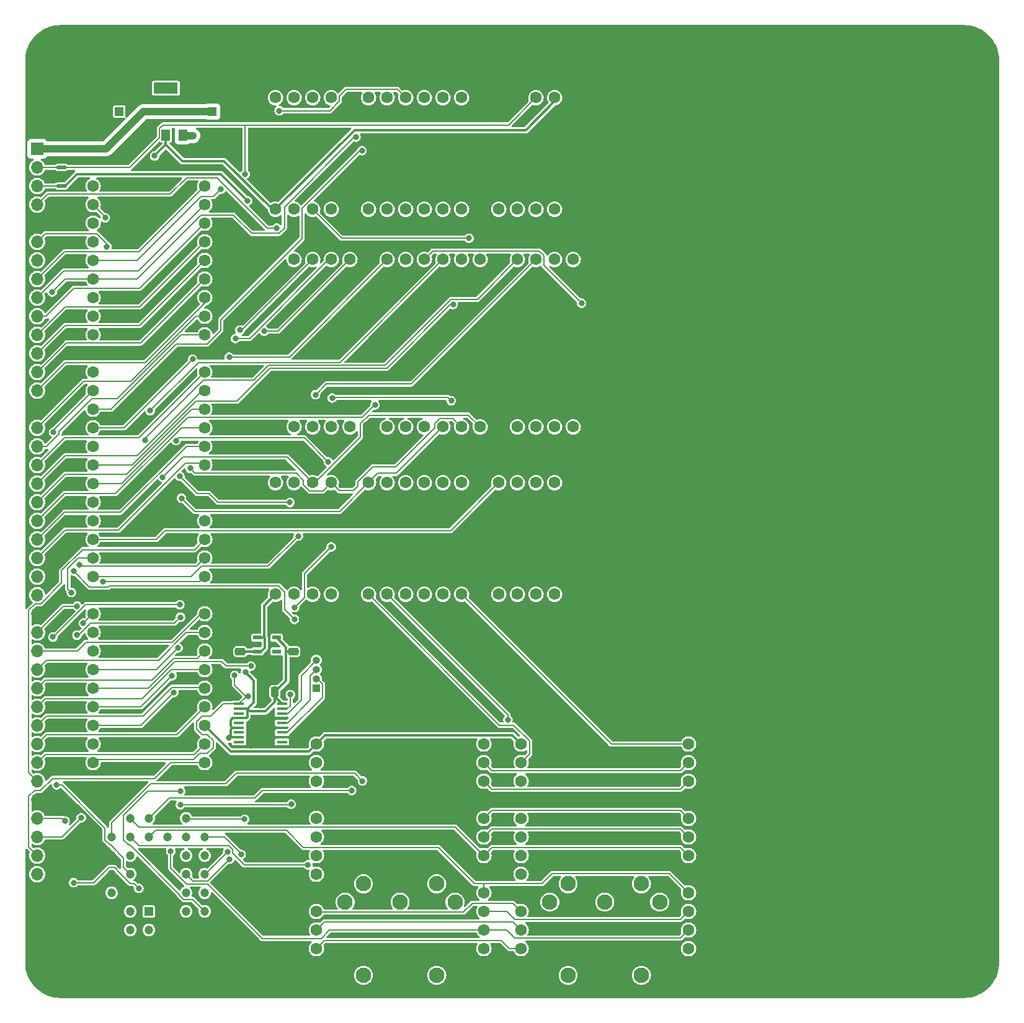
<source format=gbr>
%TF.GenerationSoftware,KiCad,Pcbnew,7.0.5*%
%TF.CreationDate,2023-12-18T15:36:45+02:00*%
%TF.ProjectId,LCD Board,4c434420-426f-4617-9264-2e6b69636164,rev?*%
%TF.SameCoordinates,Original*%
%TF.FileFunction,Copper,L1,Top*%
%TF.FilePolarity,Positive*%
%FSLAX46Y46*%
G04 Gerber Fmt 4.6, Leading zero omitted, Abs format (unit mm)*
G04 Created by KiCad (PCBNEW 7.0.5) date 2023-12-18 15:36:45*
%MOMM*%
%LPD*%
G01*
G04 APERTURE LIST*
G04 Aperture macros list*
%AMRoundRect*
0 Rectangle with rounded corners*
0 $1 Rounding radius*
0 $2 $3 $4 $5 $6 $7 $8 $9 X,Y pos of 4 corners*
0 Add a 4 corners polygon primitive as box body*
4,1,4,$2,$3,$4,$5,$6,$7,$8,$9,$2,$3,0*
0 Add four circle primitives for the rounded corners*
1,1,$1+$1,$2,$3*
1,1,$1+$1,$4,$5*
1,1,$1+$1,$6,$7*
1,1,$1+$1,$8,$9*
0 Add four rect primitives between the rounded corners*
20,1,$1+$1,$2,$3,$4,$5,0*
20,1,$1+$1,$4,$5,$6,$7,0*
20,1,$1+$1,$6,$7,$8,$9,0*
20,1,$1+$1,$8,$9,$2,$3,0*%
G04 Aperture macros list end*
%TA.AperFunction,ComponentPad*%
%ADD10C,1.600000*%
%TD*%
%TA.AperFunction,WasherPad*%
%ADD11C,2.100000*%
%TD*%
%TA.AperFunction,SMDPad,CuDef*%
%ADD12R,1.475000X0.450000*%
%TD*%
%TA.AperFunction,SMDPad,CuDef*%
%ADD13R,1.200000X1.500000*%
%TD*%
%TA.AperFunction,SMDPad,CuDef*%
%ADD14R,3.300000X1.500000*%
%TD*%
%TA.AperFunction,SMDPad,CuDef*%
%ADD15R,1.150000X0.600000*%
%TD*%
%TA.AperFunction,ComponentPad*%
%ADD16R,1.200000X1.200000*%
%TD*%
%TA.AperFunction,ComponentPad*%
%ADD17C,1.200000*%
%TD*%
%TA.AperFunction,SMDPad,CuDef*%
%ADD18RoundRect,0.250000X0.250000X0.475000X-0.250000X0.475000X-0.250000X-0.475000X0.250000X-0.475000X0*%
%TD*%
%TA.AperFunction,SMDPad,CuDef*%
%ADD19RoundRect,0.250000X0.475000X-0.250000X0.475000X0.250000X-0.475000X0.250000X-0.475000X-0.250000X0*%
%TD*%
%TA.AperFunction,ComponentPad*%
%ADD20C,5.600000*%
%TD*%
%TA.AperFunction,ComponentPad*%
%ADD21R,1.000000X1.000000*%
%TD*%
%TA.AperFunction,ComponentPad*%
%ADD22O,1.000000X1.000000*%
%TD*%
%TA.AperFunction,SMDPad,CuDef*%
%ADD23C,0.500000*%
%TD*%
%TA.AperFunction,ComponentPad*%
%ADD24R,1.700000X1.700000*%
%TD*%
%TA.AperFunction,ComponentPad*%
%ADD25O,1.700000X1.700000*%
%TD*%
%TA.AperFunction,ViaPad*%
%ADD26C,0.800000*%
%TD*%
%TA.AperFunction,Conductor*%
%ADD27C,0.380000*%
%TD*%
%TA.AperFunction,Conductor*%
%ADD28C,0.200000*%
%TD*%
%TA.AperFunction,Conductor*%
%ADD29C,1.000000*%
%TD*%
G04 APERTURE END LIST*
%TA.AperFunction,EtchedComponent*%
%TO.C,NT1*%
G36*
X54602000Y-53590000D02*
G01*
X53602000Y-53590000D01*
X53602000Y-53090000D01*
X54602000Y-53090000D01*
X54602000Y-53590000D01*
G37*
%TD.AperFunction*%
%TA.AperFunction,EtchedComponent*%
%TO.C,NT3*%
G36*
X54610000Y-51050000D02*
G01*
X53610000Y-51050000D01*
X53610000Y-50550000D01*
X54610000Y-50550000D01*
X54610000Y-51050000D01*
G37*
%TD.AperFunction*%
%TD*%
D10*
%TO.P,B16,1,A0*%
%TO.N,/A0*%
X58420000Y-53340000D03*
%TO.P,B16,2,A1*%
%TO.N,/A1*%
X58420000Y-55880000D03*
%TO.P,B16,3,5V*%
%TO.N,/5V*%
X58420000Y-58420000D03*
%TO.P,B16,4,A2*%
%TO.N,/A2*%
X58420000Y-60960000D03*
%TO.P,B16,5,A3*%
%TO.N,/A3*%
X58420000Y-63500000D03*
%TO.P,B16,6,A4*%
%TO.N,/A4*%
X58420000Y-66040000D03*
%TO.P,B16,7,A5*%
%TO.N,/A5*%
X58420000Y-68580000D03*
%TO.P,B16,8,A6*%
%TO.N,/A6*%
X58420000Y-71120000D03*
%TO.P,B16,9,A7*%
%TO.N,/A7*%
X58420000Y-73660000D03*
%TO.P,B16,10,GND*%
%TO.N,/GND*%
X58420000Y-76200000D03*
%TO.P,B16,11,A8*%
%TO.N,/A8*%
X58420000Y-78740000D03*
%TO.P,B16,12,A9*%
%TO.N,/A9*%
X58420000Y-81280000D03*
%TO.P,B16,13,A10*%
%TO.N,/A10*%
X58420000Y-83820000D03*
%TO.P,B16,14,A11*%
%TO.N,/A11*%
X58420000Y-86360000D03*
%TO.P,B16,15,A12*%
%TO.N,/A12*%
X58420000Y-88900000D03*
%TO.P,B16,16,A13*%
%TO.N,/A13*%
X58420000Y-91440000D03*
%TO.P,B16,17,A14*%
%TO.N,/A14*%
X58420000Y-93980000D03*
%TO.P,B16,18,A15*%
%TO.N,unconnected-(B16-A15-Pad18)*%
X58420000Y-96520000D03*
%TO.P,B16,19,A16*%
%TO.N,unconnected-(B16-A16-Pad19)*%
X58420000Y-99060000D03*
%TO.P,B16,20,S*%
%TO.N,/CLK*%
X58420000Y-101600000D03*
%TO.P,B16,21,~{WD}*%
%TO.N,/~{WD}*%
X58420000Y-104140000D03*
%TO.P,B16,22,~{RD}*%
%TO.N,/~{RD}*%
X58420000Y-106680000D03*
%TO.P,B16,23,GND*%
%TO.N,/GND*%
X58420000Y-109220000D03*
%TO.P,B16,24,D0*%
%TO.N,/D0*%
X58420000Y-111760000D03*
%TO.P,B16,25,D1*%
%TO.N,/D1*%
X58420000Y-114300000D03*
%TO.P,B16,26,D2*%
%TO.N,/D2*%
X58420000Y-116840000D03*
%TO.P,B16,27,D3*%
%TO.N,/D3*%
X58420000Y-119380000D03*
%TO.P,B16,28,D4*%
%TO.N,/D4*%
X58420000Y-121920000D03*
%TO.P,B16,29,D5*%
%TO.N,/D5*%
X58420000Y-124460000D03*
%TO.P,B16,30,D6*%
%TO.N,/D6*%
X58420000Y-127000000D03*
%TO.P,B16,31,D7*%
%TO.N,/D7*%
X58420000Y-129540000D03*
%TO.P,B16,32,Deivce_~{CS}*%
%TO.N,/~{Device Select}*%
X58420000Y-132080000D03*
%TO.P,B16,33,Deivce_~{CS}_{IN}*%
%TO.N,/~{Device Select} _{IN}*%
X73660000Y-132080000D03*
%TO.P,B16,34,D7_{IN/OUT}*%
%TO.N,/D7_{IN{slash}OUT}*%
X73660000Y-129540000D03*
%TO.P,B16,35,5V*%
%TO.N,/5V*%
X73660000Y-127000000D03*
%TO.P,B16,36,D6_{IN/OUT}*%
%TO.N,/D6_{IN{slash}OUT}*%
X73660000Y-124460000D03*
%TO.P,B16,37,D5_{IN/OUT}*%
%TO.N,/D5_{IN{slash}OUT}*%
X73660000Y-121920000D03*
%TO.P,B16,38,D4_{IN/OUT}*%
%TO.N,/D4_{IN{slash}OUT}*%
X73660000Y-119380000D03*
%TO.P,B16,39,D3_{IN/OUT}*%
%TO.N,/D3_{IN{slash}OUT}*%
X73660000Y-116840000D03*
%TO.P,B16,40,D2_{IN/OUT}*%
%TO.N,/D2_{IN{slash}OUT}*%
X73660000Y-114300000D03*
%TO.P,B16,41,D1_{IN/OUT}*%
%TO.N,/D1_{IN{slash}OUT}*%
X73660000Y-111760000D03*
%TO.P,B16,42,GND*%
%TO.N,/GND*%
X73660000Y-109220000D03*
%TO.P,B16,43,D0_{IN/OUT}*%
%TO.N,/D0_{IN{slash}OUT}*%
X73660000Y-106680000D03*
%TO.P,B16,44,~{RD}_{IN}*%
%TO.N,/~{RD}_{IN}*%
X73660000Y-104140000D03*
%TO.P,B16,45,~{WD}_{IN}*%
%TO.N,/~{WD}_{IN}*%
X73660000Y-101600000D03*
%TO.P,B16,46,S_{IN}*%
%TO.N,/CLK_{IN}*%
X73660000Y-99060000D03*
%TO.P,B16,47,A16_{IN}*%
%TO.N,/GND*%
X73660000Y-96520000D03*
%TO.P,B16,48,A15_{IN}*%
X73660000Y-93980000D03*
%TO.P,B16,49,A14_{IN}*%
%TO.N,/A14_{IN}*%
X73660000Y-91440000D03*
%TO.P,B16,50,A13_{IN}*%
%TO.N,/A13_{IN}*%
X73660000Y-88900000D03*
%TO.P,B16,51,A12_{IN}*%
%TO.N,/A12_{IN}*%
X73660000Y-86360000D03*
%TO.P,B16,52,A11_{IN}*%
%TO.N,/A11_{IN}*%
X73660000Y-83820000D03*
%TO.P,B16,53,A10_{IN}*%
%TO.N,/A10_{IN}*%
X73660000Y-81280000D03*
%TO.P,B16,54,A9_{IN}*%
%TO.N,/A9_{IN}*%
X73660000Y-78740000D03*
%TO.P,B16,55,GND*%
%TO.N,/GND*%
X73660000Y-76200000D03*
%TO.P,B16,56,A8_{IN}*%
%TO.N,/A8_{IN}*%
X73660000Y-73660000D03*
%TO.P,B16,57,A7_{IN}*%
%TO.N,/A7_{IN}*%
X73660000Y-71120000D03*
%TO.P,B16,58,A6_{IN}*%
%TO.N,/A6_{IN}*%
X73660000Y-68580000D03*
%TO.P,B16,59,A5_{IN}*%
%TO.N,/A5_{IN}*%
X73660000Y-66040000D03*
%TO.P,B16,60,A4_{IN}*%
%TO.N,/A4_{IN}*%
X73660000Y-63500000D03*
%TO.P,B16,61,A3_{IN}*%
%TO.N,/A3_{IN}*%
X73660000Y-60960000D03*
%TO.P,B16,62,A2_{IN}*%
%TO.N,/A2_{IN}*%
X73660000Y-58420000D03*
%TO.P,B16,63,A1_{IN}*%
%TO.N,/A1_{IN}*%
X73660000Y-55880000D03*
%TO.P,B16,64,A0_{IN}*%
%TO.N,/A0_{IN}*%
X73660000Y-53340000D03*
%TD*%
%TO.P,B1,1,5V*%
%TO.N,/5V*%
X123952000Y-63373000D03*
%TO.P,B1,2,N.C.*%
%TO.N,unconnected-(B1-N.C.-Pad2)*%
X121412000Y-63373000D03*
%TO.P,B1,3,~{RD}*%
%TO.N,/~{RD}*%
X118872000Y-63373000D03*
%TO.P,B1,4,~{WD}*%
%TO.N,/~{WD}*%
X116332000Y-63373000D03*
%TO.P,B1,5,GND*%
%TO.N,/GND*%
X113792000Y-63373000D03*
%TO.P,B1,6,Device_~{CS}*%
%TO.N,/~{LCD Select}*%
X111252000Y-63373000D03*
%TO.P,B1,7,N.C.*%
%TO.N,unconnected-(B1-N.C.-Pad7)*%
X108712000Y-63373000D03*
%TO.P,B1,8,D0*%
%TO.N,/D0*%
X106172000Y-63373000D03*
%TO.P,B1,9,D1*%
%TO.N,/D1*%
X103632000Y-63373000D03*
%TO.P,B1,10,D2*%
%TO.N,/D2*%
X101092000Y-63373000D03*
%TO.P,B1,11,D3*%
%TO.N,/D3*%
X98552000Y-63373000D03*
%TO.P,B1,12,GND*%
%TO.N,/GND*%
X96012000Y-63373000D03*
%TO.P,B1,13,D4*%
%TO.N,/D4*%
X93472000Y-63373000D03*
%TO.P,B1,14,D5*%
%TO.N,/D5*%
X90932000Y-63373000D03*
%TO.P,B1,15,D6*%
%TO.N,/D6*%
X88392000Y-63373000D03*
%TO.P,B1,16,D7*%
%TO.N,/D7*%
X85852000Y-63373000D03*
%TO.P,B1,17,5V*%
%TO.N,/5V*%
X85852000Y-86233000D03*
%TO.P,B1,18,N.C.*%
%TO.N,unconnected-(B1-N.C.-Pad18)*%
X88392000Y-86233000D03*
%TO.P,B1,19,N.C.*%
%TO.N,unconnected-(B1-N.C.-Pad19)*%
X90932000Y-86233000D03*
%TO.P,B1,20,N.C.*%
%TO.N,unconnected-(B1-N.C.-Pad20)*%
X93472000Y-86233000D03*
%TO.P,B1,21,GND*%
%TO.N,/GND*%
X96012000Y-86233000D03*
%TO.P,B1,22,N.C.*%
%TO.N,unconnected-(B1-N.C.-Pad22)*%
X98552000Y-86233000D03*
%TO.P,B1,23,N.C.*%
%TO.N,unconnected-(B1-N.C.-Pad23)*%
X101092000Y-86233000D03*
%TO.P,B1,24,N.C.*%
%TO.N,unconnected-(B1-N.C.-Pad24)*%
X103632000Y-86233000D03*
%TO.P,B1,25,A2*%
%TO.N,/A2*%
X106172000Y-86233000D03*
%TO.P,B1,26,A1*%
%TO.N,/A1*%
X108712000Y-86233000D03*
%TO.P,B1,27,A0*%
%TO.N,/A0*%
X111252000Y-86233000D03*
%TO.P,B1,28,GND*%
%TO.N,/GND*%
X113792000Y-86233000D03*
%TO.P,B1,29,N.C.*%
%TO.N,unconnected-(B1-N.C.-Pad29)*%
X116332000Y-86233000D03*
%TO.P,B1,30,N.C.*%
%TO.N,unconnected-(B1-N.C.-Pad30)*%
X118872000Y-86233000D03*
%TO.P,B1,31,N.C.*%
%TO.N,unconnected-(B1-N.C.-Pad31)*%
X121412000Y-86233000D03*
%TO.P,B1,32,N.C.*%
%TO.N,unconnected-(B1-N.C.-Pad32)*%
X123952000Y-86233000D03*
%TD*%
D11*
%TO.P,B4,*%
%TO.N,*%
X107830000Y-151130000D03*
X105330000Y-161130000D03*
X105330000Y-148630000D03*
X100330000Y-151130000D03*
X95330000Y-161130000D03*
X95330000Y-148630000D03*
X92830000Y-151130000D03*
D10*
%TO.P,B4,1,5V*%
%TO.N,/5V*%
X111760000Y-157480000D03*
%TO.P,B4,2,D4*%
%TO.N,/D3*%
X111760000Y-154940000D03*
%TO.P,B4,3,D3*%
%TO.N,/D4*%
X111760000Y-152400000D03*
%TO.P,B4,4,D2*%
%TO.N,/D5*%
X111760000Y-149860000D03*
%TO.P,B4,5,GND*%
%TO.N,/GND*%
X111760000Y-147320000D03*
%TO.P,B4,6,D1*%
%TO.N,/D6*%
X111760000Y-144780000D03*
%TO.P,B4,7,D0*%
%TO.N,/D7*%
X111760000Y-142240000D03*
%TO.P,B4,8,~{Reset}*%
%TO.N,/~{Reset}*%
X111760000Y-139700000D03*
%TO.P,B4,9,GND*%
%TO.N,/GND*%
X111760000Y-137160000D03*
%TO.P,B4,10,Serial_PL*%
%TO.N,/Serial PL*%
X111760000Y-134620000D03*
%TO.P,B4,11,Serial_CP*%
%TO.N,/Serial CP*%
X111760000Y-132080000D03*
%TO.P,B4,12,~{Serial_CP}*%
%TO.N,/~{Serial CP}*%
X111760000Y-129540000D03*
%TO.P,B4,13,5V*%
%TO.N,/5V*%
X88900000Y-129540000D03*
%TO.P,B4,14,~{Read_High}*%
%TO.N,/~{Y1}*%
X88900000Y-132080000D03*
%TO.P,B4,15,Serial_Data*%
%TO.N,unconnected-(B4-Serial_Data-Pad15)*%
X88900000Y-134620000D03*
%TO.P,B4,16,GND*%
%TO.N,/GND*%
X88900000Y-137160000D03*
%TO.P,B4,17,~{Read_Low}*%
%TO.N,/~{Y0}*%
X88900000Y-139700000D03*
%TO.P,B4,18,N.C.*%
%TO.N,unconnected-(B4-N.C.-Pad18)*%
X88900000Y-142240000D03*
%TO.P,B4,19,N.C.*%
%TO.N,unconnected-(B4-N.C.-Pad19)*%
X88900000Y-144780000D03*
%TO.P,B4,20,N.C.*%
%TO.N,unconnected-(B4-N.C.-Pad20)*%
X88900000Y-147320000D03*
%TO.P,B4,21,GND*%
%TO.N,/GND*%
X88900000Y-149860000D03*
%TO.P,B4,22,D5*%
%TO.N,/D2*%
X88900000Y-152400000D03*
%TO.P,B4,23,D6*%
%TO.N,/D1*%
X88900000Y-154940000D03*
%TO.P,B4,24,D7*%
%TO.N,/D0*%
X88900000Y-157480000D03*
%TD*%
D11*
%TO.P,B5,*%
%TO.N,*%
X135770000Y-151130000D03*
X133270000Y-161130000D03*
X133270000Y-148630000D03*
X128270000Y-151130000D03*
X123270000Y-161130000D03*
X123270000Y-148630000D03*
X120770000Y-151130000D03*
D10*
%TO.P,B5,1,5V*%
%TO.N,/5V*%
X139700000Y-157480000D03*
%TO.P,B5,2,D4*%
%TO.N,/D3*%
X139700000Y-154940000D03*
%TO.P,B5,3,D3*%
%TO.N,/D4*%
X139700000Y-152400000D03*
%TO.P,B5,4,D2*%
%TO.N,/D5*%
X139700000Y-149860000D03*
%TO.P,B5,5,GND*%
%TO.N,/GND*%
X139700000Y-147320000D03*
%TO.P,B5,6,D1*%
%TO.N,/D6*%
X139700000Y-144780000D03*
%TO.P,B5,7,D0*%
%TO.N,/D7*%
X139700000Y-142240000D03*
%TO.P,B5,8,~{Reset}*%
%TO.N,/~{Reset}*%
X139700000Y-139700000D03*
%TO.P,B5,9,GND*%
%TO.N,/GND*%
X139700000Y-137160000D03*
%TO.P,B5,10,Serial_PL*%
%TO.N,/Serial PL*%
X139700000Y-134620000D03*
%TO.P,B5,11,Serial_CP*%
%TO.N,/Serial CP*%
X139700000Y-132080000D03*
%TO.P,B5,12,~{Serial_CP}*%
%TO.N,/~{Serial CP}*%
X139700000Y-129540000D03*
%TO.P,B5,13,5V*%
%TO.N,/5V*%
X116840000Y-129540000D03*
%TO.P,B5,14,~{Read_High}*%
%TO.N,/~{Y3}*%
X116840000Y-132080000D03*
%TO.P,B5,15,Serial_Data*%
%TO.N,unconnected-(B5-Serial_Data-Pad15)*%
X116840000Y-134620000D03*
%TO.P,B5,16,GND*%
%TO.N,/GND*%
X116840000Y-137160000D03*
%TO.P,B5,17,~{Read_Low}*%
%TO.N,/~{Y2}*%
X116840000Y-139700000D03*
%TO.P,B5,18,N.C.*%
%TO.N,unconnected-(B5-N.C.-Pad18)*%
X116840000Y-142240000D03*
%TO.P,B5,19,N.C.*%
%TO.N,unconnected-(B5-N.C.-Pad19)*%
X116840000Y-144780000D03*
%TO.P,B5,20,N.C.*%
%TO.N,unconnected-(B5-N.C.-Pad20)*%
X116840000Y-147320000D03*
%TO.P,B5,21,GND*%
%TO.N,/GND*%
X116840000Y-149860000D03*
%TO.P,B5,22,D5*%
%TO.N,/D2*%
X116840000Y-152400000D03*
%TO.P,B5,23,D6*%
%TO.N,/D1*%
X116840000Y-154940000D03*
%TO.P,B5,24,D7*%
%TO.N,/D0*%
X116840000Y-157480000D03*
%TD*%
%TO.P,B3,1,5V*%
%TO.N,/5V*%
X121412000Y-41275000D03*
%TO.P,B3,2,~{Device_Select}*%
%TO.N,/~{Device Select}*%
X118872000Y-41275000D03*
%TO.P,B3,3,A16*%
%TO.N,/GND*%
X116332000Y-41275000D03*
%TO.P,B3,4,A15*%
X113792000Y-41275000D03*
%TO.P,B3,5,GND*%
X111252000Y-41275000D03*
%TO.P,B3,6,A14*%
%TO.N,/A14*%
X108712000Y-41275000D03*
%TO.P,B3,7,A13*%
%TO.N,/A13*%
X106172000Y-41275000D03*
%TO.P,B3,8,A12*%
%TO.N,/A12*%
X103632000Y-41275000D03*
%TO.P,B3,9,A11*%
%TO.N,/A11*%
X101092000Y-41275000D03*
%TO.P,B3,10,A10*%
%TO.N,/A10*%
X98552000Y-41275000D03*
%TO.P,B3,11,A4*%
%TO.N,/A4*%
X96012000Y-41275000D03*
%TO.P,B3,12,GND*%
%TO.N,/GND*%
X93472000Y-41275000D03*
%TO.P,B3,13,A3*%
%TO.N,/A3*%
X90932000Y-41275000D03*
%TO.P,B3,14,N.C.*%
%TO.N,unconnected-(B3-N.C.-Pad14)*%
X88392000Y-41275000D03*
%TO.P,B3,15,~{Reset}_{IN}*%
%TO.N,/~{Reset} _{IN}*%
X85852000Y-41275000D03*
%TO.P,B3,16,N.C.*%
%TO.N,unconnected-(B3-N.C.-Pad16)*%
X83312000Y-41275000D03*
%TO.P,B3,17,5V*%
%TO.N,/5V*%
X83312000Y-56515000D03*
%TO.P,B3,18,Reset_{OUT}*%
%TO.N,unconnected-(B3-Reset_{OUT}-Pad18)*%
X85852000Y-56515000D03*
%TO.P,B3,19,~{Reset}_{OUT}*%
%TO.N,/~{Reset}*%
X88392000Y-56515000D03*
%TO.P,B3,20,~{A3}*%
%TO.N,/~{A3}*%
X90932000Y-56515000D03*
%TO.P,B3,21,GND*%
%TO.N,/GND*%
X93472000Y-56515000D03*
%TO.P,B3,22,~{A4}*%
%TO.N,unconnected-(B3-~{A4}-Pad22)*%
X96012000Y-56515000D03*
%TO.P,B3,23,~{Device_RAM}*%
%TO.N,unconnected-(B3-~{Device_RAM}-Pad23)*%
X98552000Y-56515000D03*
%TO.P,B3,24,~{Device_Registers}*%
%TO.N,/~{Device Registers}*%
X101092000Y-56515000D03*
%TO.P,B3,25,~{Device_ROM}*%
%TO.N,/~{Device ROM}*%
X103632000Y-56515000D03*
%TO.P,B3,26,N.C.*%
%TO.N,unconnected-(B3-N.C.-Pad26)*%
X106172000Y-56515000D03*
%TO.P,B3,27,N.C.*%
%TO.N,unconnected-(B3-N.C.-Pad27)*%
X108712000Y-56515000D03*
%TO.P,B3,28,GND*%
%TO.N,/GND*%
X111252000Y-56515000D03*
%TO.P,B3,29,N.C.*%
%TO.N,unconnected-(B3-N.C.-Pad29)*%
X113792000Y-56515000D03*
%TO.P,B3,30,N.C.*%
%TO.N,unconnected-(B3-N.C.-Pad30)*%
X116332000Y-56515000D03*
%TO.P,B3,31,N.C.*%
%TO.N,unconnected-(B3-N.C.-Pad31)*%
X118872000Y-56515000D03*
%TO.P,B3,32,N.C.*%
%TO.N,unconnected-(B3-N.C.-Pad32)*%
X121412000Y-56515000D03*
%TD*%
%TO.P,B2,1,5V*%
%TO.N,/5V*%
X121412000Y-93853000D03*
%TO.P,B2,2,~{Reset}*%
%TO.N,/~{Reset}*%
X118872000Y-93853000D03*
%TO.P,B2,3,N.C.*%
%TO.N,unconnected-(B2-N.C.-Pad3)*%
X116332000Y-93853000D03*
%TO.P,B2,4,CLK*%
%TO.N,/CLK*%
X113792000Y-93853000D03*
%TO.P,B2,5,GND*%
%TO.N,/GND*%
X111252000Y-93853000D03*
%TO.P,B2,6,N.C.*%
%TO.N,unconnected-(B2-N.C.-Pad6)*%
X108712000Y-93853000D03*
%TO.P,B2,7,CEP*%
%TO.N,unconnected-(B2-CEP-Pad7)*%
X106172000Y-93853000D03*
%TO.P,B2,8,~{Device_Registers}*%
%TO.N,/~{Device Registers}*%
X103632000Y-93853000D03*
%TO.P,B2,9,~{A3}*%
%TO.N,/~{A3}*%
X101092000Y-93853000D03*
%TO.P,B2,10,A3*%
%TO.N,/A3*%
X98552000Y-93853000D03*
%TO.P,B2,11,A2*%
%TO.N,/A2*%
X96012000Y-93853000D03*
%TO.P,B2,12,GND*%
%TO.N,/GND*%
X93472000Y-93853000D03*
%TO.P,B2,13,A1*%
%TO.N,/A1*%
X90932000Y-93853000D03*
%TO.P,B2,14,A0*%
%TO.N,/A0*%
X88392000Y-93853000D03*
%TO.P,B2,15,~{RD}*%
%TO.N,/~{RD}*%
X85852000Y-93853000D03*
%TO.P,B2,16,~{Y7}*%
%TO.N,unconnected-(B2-~{Y7}-Pad16)*%
X83312000Y-93853000D03*
%TO.P,B2,17,5V*%
%TO.N,/5V*%
X83312000Y-109093000D03*
%TO.P,B2,18,~{Y6}*%
%TO.N,unconnected-(B2-~{Y6}-Pad18)*%
X85852000Y-109093000D03*
%TO.P,B2,19,~{Y5}*%
%TO.N,unconnected-(B2-~{Y5}-Pad19)*%
X88392000Y-109093000D03*
%TO.P,B2,20,~{Y4}*%
%TO.N,unconnected-(B2-~{Y4}-Pad20)*%
X90932000Y-109093000D03*
%TO.P,B2,21,GND*%
%TO.N,/GND*%
X93472000Y-109093000D03*
%TO.P,B2,22,~{Y3}*%
%TO.N,/~{Y3}*%
X96012000Y-109093000D03*
%TO.P,B2,23,~{Y2}*%
%TO.N,/~{Y2}*%
X98552000Y-109093000D03*
%TO.P,B2,24,~{Y1}*%
%TO.N,/~{Y1}*%
X101092000Y-109093000D03*
%TO.P,B2,25,~{Y0}*%
%TO.N,/~{Y0}*%
X103632000Y-109093000D03*
%TO.P,B2,26,Serial_CP*%
%TO.N,/Serial CP*%
X106172000Y-109093000D03*
%TO.P,B2,27,~{Serial_CP}*%
%TO.N,/~{Serial CP}*%
X108712000Y-109093000D03*
%TO.P,B2,28,GND*%
%TO.N,/GND*%
X111252000Y-109093000D03*
%TO.P,B2,29,Serial_PL*%
%TO.N,/Serial PL*%
X113792000Y-109093000D03*
%TO.P,B2,30,~{Serial_Select}*%
%TO.N,unconnected-(B2-~{Serial_Select}-Pad30)*%
X116332000Y-109093000D03*
%TO.P,B2,31,~{LCD_Select}*%
%TO.N,/~{LCD Select}*%
X118872000Y-109093000D03*
%TO.P,B2,32,N.C.*%
%TO.N,unconnected-(B2-N.C.-Pad32)*%
X121412000Y-109093000D03*
%TD*%
D12*
%TO.P,IC4,1,~{1OE}*%
%TO.N,/~{Device Select}*%
X78342000Y-124075000D03*
%TO.P,IC4,2,1A0*%
%TO.N,/3.3V*%
X78342000Y-124725000D03*
%TO.P,IC4,3,2Y0*%
%TO.N,unconnected-(IC4-2Y0-Pad3)*%
X78342000Y-125375000D03*
%TO.P,IC4,4,1A1*%
%TO.N,/3.3V*%
X78342000Y-126025000D03*
%TO.P,IC4,5,2Y1*%
%TO.N,unconnected-(IC4-2Y1-Pad5)*%
X78342000Y-126675000D03*
%TO.P,IC4,6,1A2*%
%TO.N,/3.3V*%
X78342000Y-127325000D03*
%TO.P,IC4,7,2Y2*%
%TO.N,unconnected-(IC4-2Y2-Pad7)*%
X78342000Y-127975000D03*
%TO.P,IC4,8,1A3*%
%TO.N,/3.3V*%
X78342000Y-128625000D03*
%TO.P,IC4,9,2Y3*%
%TO.N,unconnected-(IC4-2Y3-Pad9)*%
X78342000Y-129275000D03*
%TO.P,IC4,10,GND*%
%TO.N,/GND*%
X78342000Y-129925000D03*
%TO.P,IC4,11,2A3*%
X84218000Y-129925000D03*
%TO.P,IC4,12,1Y3*%
%TO.N,unconnected-(IC4-1Y3-Pad12)*%
X84218000Y-129275000D03*
%TO.P,IC4,13,2A2*%
%TO.N,/GND*%
X84218000Y-128625000D03*
%TO.P,IC4,14,1Y2*%
%TO.N,/H2_{OUT}*%
X84218000Y-127975000D03*
%TO.P,IC4,15,2A1*%
%TO.N,/GND*%
X84218000Y-127325000D03*
%TO.P,IC4,16,1Y1*%
%TO.N,/H1_{OUT}*%
X84218000Y-126675000D03*
%TO.P,IC4,17,2A0*%
%TO.N,/GND*%
X84218000Y-126025000D03*
%TO.P,IC4,18,1Y0*%
%TO.N,/H0_{OUT}*%
X84218000Y-125375000D03*
%TO.P,IC4,19,~{2OE}*%
%TO.N,/~{Device Select}*%
X84218000Y-124725000D03*
%TO.P,IC4,20,3V*%
%TO.N,/3.3V*%
X84218000Y-124075000D03*
%TD*%
D13*
%TO.P,IC3,1,GND*%
%TO.N,/GND*%
X66058000Y-46380000D03*
%TO.P,IC3,2,5.0VOut*%
%TO.N,/5V*%
X68358000Y-46380000D03*
%TO.P,IC3,3,15VIn*%
%TO.N,/12V*%
X70658000Y-46380000D03*
D14*
%TO.P,IC3,4,N.C*%
%TO.N,unconnected-(IC3-N.C-Pad4)*%
X68358000Y-39980000D03*
%TD*%
D15*
%TO.P,IC2,1,VIN*%
%TO.N,/5V*%
X80869000Y-115001000D03*
%TO.P,IC2,2,GND*%
%TO.N,/GND*%
X80869000Y-115951000D03*
%TO.P,IC2,3,EN*%
%TO.N,/5V*%
X80869000Y-116901000D03*
%TO.P,IC2,4,ADJ*%
%TO.N,unconnected-(IC2-ADJ-Pad4)*%
X83469000Y-116901000D03*
%TO.P,IC2,5,VOUT*%
%TO.N,/3.3V*%
X83469000Y-115001000D03*
%TD*%
D16*
%TO.P,IC1,1,N.C.*%
%TO.N,unconnected-(IC1-N.C.-Pad1)*%
X66040000Y-152400000D03*
D17*
%TO.P,IC1,2,A16*%
%TO.N,/GND*%
X68580000Y-154940000D03*
%TO.P,IC1,3,A15*%
X68580000Y-152400000D03*
%TO.P,IC1,4,A12*%
X71120000Y-154940000D03*
%TO.P,IC1,5,A7*%
%TO.N,/A7*%
X73660000Y-152400000D03*
%TO.P,IC1,6,A6*%
%TO.N,/A6*%
X71120000Y-152400000D03*
%TO.P,IC1,7,A5*%
%TO.N,/A5*%
X73660000Y-149860000D03*
%TO.P,IC1,8,A4*%
%TO.N,/A4*%
X71120000Y-149860000D03*
%TO.P,IC1,9,A3*%
%TO.N,/A3*%
X73660000Y-147320000D03*
%TO.P,IC1,10,A2*%
%TO.N,/A2*%
X71120000Y-147320000D03*
%TO.P,IC1,11,A1*%
%TO.N,/A1*%
X73660000Y-144780000D03*
%TO.P,IC1,12,A0*%
%TO.N,/A0*%
X71120000Y-144780000D03*
%TO.P,IC1,13,DQ0*%
%TO.N,/D0*%
X73660000Y-142240000D03*
%TO.P,IC1,14,DQ1*%
%TO.N,/D1*%
X71120000Y-139700000D03*
%TO.P,IC1,15,DQ2*%
%TO.N,/D2*%
X71120000Y-142240000D03*
%TO.P,IC1,16,GND*%
%TO.N,/GND*%
X68580000Y-139700000D03*
%TO.P,IC1,17,DQ3*%
%TO.N,/D3*%
X68580000Y-142240000D03*
%TO.P,IC1,18,DQ4*%
%TO.N,/D4*%
X66040000Y-139700000D03*
%TO.P,IC1,19,DQ5*%
%TO.N,/D5*%
X66040000Y-142240000D03*
%TO.P,IC1,20,DQ6*%
%TO.N,/D6*%
X63500000Y-139700000D03*
%TO.P,IC1,21,DQ7*%
%TO.N,/D7*%
X60960000Y-142240000D03*
%TO.P,IC1,22,~{CE}*%
%TO.N,/~{Device ROM}*%
X63500000Y-142240000D03*
%TO.P,IC1,23,A10*%
%TO.N,/GND*%
X60960000Y-144780000D03*
%TO.P,IC1,24,~{OE}*%
%TO.N,/~{RD}*%
X63500000Y-144780000D03*
%TO.P,IC1,25,A11*%
%TO.N,/GND*%
X60960000Y-147320000D03*
%TO.P,IC1,26,A9*%
%TO.N,/A9*%
X63500000Y-147320000D03*
%TO.P,IC1,27,A8*%
%TO.N,/A8*%
X60960000Y-149860000D03*
%TO.P,IC1,28,A13*%
%TO.N,/GND*%
X63500000Y-149860000D03*
%TO.P,IC1,29,A14*%
X60960000Y-152400000D03*
%TO.P,IC1,30,N.C.*%
%TO.N,unconnected-(IC1-N.C.-Pad30)*%
X63500000Y-154940000D03*
%TO.P,IC1,31,~{WE}*%
%TO.N,/~{WD}*%
X63500000Y-152400000D03*
%TO.P,IC1,32,3V*%
%TO.N,/3.3V*%
X66040000Y-154940000D03*
%TD*%
D18*
%TO.P,C5,1*%
%TO.N,/3.3V*%
X83247000Y-122432000D03*
%TO.P,C5,2*%
%TO.N,/GND*%
X81347000Y-122432000D03*
%TD*%
D19*
%TO.P,C1,1*%
%TO.N,/5V*%
X78516000Y-116946000D03*
%TO.P,C1,2*%
%TO.N,/GND*%
X78516000Y-115046000D03*
%TD*%
D20*
%TO.P,H4,1,GND*%
%TO.N,/GND*%
X175260000Y-38100000D03*
%TD*%
D16*
%TO.P,C4,1*%
%TO.N,/12V*%
X74708000Y-43180000D03*
D17*
%TO.P,C4,2*%
%TO.N,/GND*%
X76708000Y-43180000D03*
%TD*%
D20*
%TO.P,H1,1,GND*%
%TO.N,/GND*%
X55880000Y-38100000D03*
%TD*%
D19*
%TO.P,C2,1*%
%TO.N,/3.3V*%
X85755000Y-116946000D03*
%TO.P,C2,2*%
%TO.N,/GND*%
X85755000Y-115046000D03*
%TD*%
D20*
%TO.P,H3,1,GND*%
%TO.N,/GND*%
X55880000Y-157480000D03*
%TD*%
D21*
%TO.P,J2,1,Pin_1*%
%TO.N,/~{Device Select}*%
X88900000Y-121920000D03*
D22*
%TO.P,J2,2,Pin_2*%
%TO.N,/H2_{OUT}*%
X88900000Y-120650000D03*
%TO.P,J2,3,Pin_3*%
%TO.N,/H1_{OUT}*%
X88900000Y-119380000D03*
%TO.P,J2,4,Pin_4*%
%TO.N,/H0_{OUT}*%
X88900000Y-118110000D03*
%TD*%
D20*
%TO.P,H2,1,GND*%
%TO.N,/GND*%
X175260000Y-157480000D03*
%TD*%
D16*
%TO.P,C3,1*%
%TO.N,/5V*%
X62008000Y-43180000D03*
D17*
%TO.P,C3,2*%
%TO.N,/GND*%
X60008000Y-43180000D03*
%TD*%
D23*
%TO.P,NT1,1,1*%
%TO.N,/~{Interrupt} _{OUT}*%
X53602000Y-53340000D03*
%TO.P,NT1,2,2*%
%TO.N,/3.3V*%
X54602000Y-53340000D03*
%TD*%
%TO.P,NT3,1,1*%
%TO.N,/~{Enable} _{OUT}*%
X53610000Y-50800000D03*
%TO.P,NT3,2,2*%
%TO.N,/~{Device Select}*%
X54610000Y-50800000D03*
%TD*%
D24*
%TO.P,J1,1,Pin_1*%
%TO.N,/12V*%
X50800000Y-48260000D03*
D25*
%TO.P,J1,2,Pin_2*%
%TO.N,/~{Enable} _{OUT}*%
X50800000Y-50800000D03*
%TO.P,J1,3,Pin_3*%
%TO.N,/~{Interrupt} _{OUT}*%
X50800000Y-53340000D03*
%TO.P,J1,4,Pin_4*%
%TO.N,/H0_{OUT}*%
X50800000Y-55880000D03*
%TO.P,J1,5,Pin_5*%
%TO.N,/GND*%
X50800000Y-58420000D03*
%TO.P,J1,6,Pin_6*%
%TO.N,/H1_{OUT}*%
X50800000Y-60960000D03*
%TO.P,J1,7,Pin_7*%
%TO.N,/H2_{OUT}*%
X50800000Y-63500000D03*
%TO.P,J1,8,Pin_8*%
%TO.N,/A0_{IN}*%
X50800000Y-66040000D03*
%TO.P,J1,9,Pin_9*%
%TO.N,/A1_{IN}*%
X50800000Y-68580000D03*
%TO.P,J1,10,Pin_10*%
%TO.N,/A2_{IN}*%
X50800000Y-71120000D03*
%TO.P,J1,11,Pin_11*%
%TO.N,/A3_{IN}*%
X50800000Y-73660000D03*
%TO.P,J1,12,Pin_12*%
%TO.N,/A4_{IN}*%
X50800000Y-76200000D03*
%TO.P,J1,13,Pin_13*%
%TO.N,/A5_{IN}*%
X50800000Y-78740000D03*
%TO.P,J1,14,Pin_14*%
%TO.N,/A6_{IN}*%
X50800000Y-81280000D03*
%TO.P,J1,15,Pin_15*%
%TO.N,/GND*%
X50800000Y-83820000D03*
%TO.P,J1,16,Pin_16*%
%TO.N,/A7_{IN}*%
X50800000Y-86360000D03*
%TO.P,J1,17,Pin_17*%
%TO.N,/A8_{IN}*%
X50800000Y-88900000D03*
%TO.P,J1,18,Pin_18*%
%TO.N,/A9_{IN}*%
X50800000Y-91440000D03*
%TO.P,J1,19,Pin_19*%
%TO.N,/A10_{IN}*%
X50800000Y-93980000D03*
%TO.P,J1,20,Pin_20*%
%TO.N,/A11_{IN}*%
X50800000Y-96520000D03*
%TO.P,J1,21,Pin_21*%
%TO.N,/A12_{IN}*%
X50800000Y-99060000D03*
%TO.P,J1,22,Pin_22*%
%TO.N,/A13_{IN}*%
X50800000Y-101600000D03*
%TO.P,J1,23,Pin_23*%
%TO.N,/A14_{IN}*%
X50800000Y-104140000D03*
%TO.P,J1,24,Pin_24*%
%TO.N,unconnected-(J1-Pin_24-Pad24)*%
X50800000Y-106680000D03*
%TO.P,J1,25,Pin_25*%
%TO.N,unconnected-(J1-Pin_25-Pad25)*%
X50800000Y-109220000D03*
%TO.P,J1,26,Pin_26*%
%TO.N,/GND*%
X50800000Y-111760000D03*
%TO.P,J1,27,Pin_27*%
%TO.N,/D0_{IN{slash}OUT}*%
X50800000Y-114300000D03*
%TO.P,J1,28,Pin_28*%
%TO.N,/D1_{IN{slash}OUT}*%
X50800000Y-116840000D03*
%TO.P,J1,29,Pin_29*%
%TO.N,/D2_{IN{slash}OUT}*%
X50800000Y-119380000D03*
%TO.P,J1,30,Pin_30*%
%TO.N,/D3_{IN{slash}OUT}*%
X50800000Y-121920000D03*
%TO.P,J1,31,Pin_31*%
%TO.N,/D4_{IN{slash}OUT}*%
X50800000Y-124460000D03*
%TO.P,J1,32,Pin_32*%
%TO.N,/D5_{IN{slash}OUT}*%
X50800000Y-127000000D03*
%TO.P,J1,33,Pin_33*%
%TO.N,/D6_{IN{slash}OUT}*%
X50800000Y-129540000D03*
%TO.P,J1,34,Pin_34*%
%TO.N,/D7_{IN{slash}OUT}*%
X50800000Y-132080000D03*
%TO.P,J1,35,Pin_35*%
%TO.N,/~{WD}_{IN}*%
X50800000Y-134620000D03*
%TO.P,J1,36,Pin_36*%
%TO.N,/GND*%
X50800000Y-137160000D03*
%TO.P,J1,37,Pin_37*%
%TO.N,/~{RD}_{IN}*%
X50800000Y-139700000D03*
%TO.P,J1,38,Pin_38*%
%TO.N,/~{Reset} _{IN}*%
X50800000Y-142240000D03*
%TO.P,J1,39,Pin_39*%
%TO.N,/~{Device Select} _{IN}*%
X50800000Y-144780000D03*
%TO.P,J1,40,Pin_40*%
%TO.N,/CLK_{IN}*%
X50800000Y-147320000D03*
%TD*%
D26*
%TO.N,/5V*%
X66826500Y-49230300D03*
%TO.N,/GND*%
X82931000Y-131572000D03*
X68961000Y-77470000D03*
X76962000Y-153670000D03*
X113538000Y-70866000D03*
X78105000Y-131699000D03*
X128905000Y-126492000D03*
X80010000Y-129794000D03*
X56261000Y-78359000D03*
X85471000Y-136652000D03*
X90249100Y-124253900D03*
X79502000Y-151130000D03*
X98425000Y-83820000D03*
X85598000Y-132461000D03*
X81277577Y-124305000D03*
X116967000Y-67564000D03*
X93091000Y-95758000D03*
X66421000Y-74930000D03*
X68580000Y-133731000D03*
%TO.N,/D7*%
X91059000Y-82296000D03*
X95197600Y-134582000D03*
X107315000Y-82677000D03*
%TO.N,/D6*%
X78482598Y-73025000D03*
X69446300Y-122504400D03*
%TO.N,/D5*%
X69196300Y-120233600D03*
X77849200Y-74168000D03*
%TO.N,/D4*%
X93717400Y-135896000D03*
X81793200Y-73173100D03*
X79971800Y-118894000D03*
%TO.N,/D3*%
X70040400Y-116409600D03*
X77015400Y-76701600D03*
X69024800Y-144208600D03*
%TO.N,/D2*%
X70320000Y-137850500D03*
X85468900Y-137766200D03*
%TO.N,/D1*%
X79099900Y-139825800D03*
X125101300Y-69342000D03*
%TO.N,/D0*%
X57098300Y-113026000D03*
X66212700Y-84013900D03*
X78628200Y-144618700D03*
%TO.N,/3.3V*%
X76960700Y-128725000D03*
X79505000Y-55375800D03*
X79206400Y-119734400D03*
%TO.N,/A11*%
X72013743Y-76990000D03*
X83834100Y-43064700D03*
%TO.N,/A10*%
X95123000Y-48514000D03*
%TO.N,/A9*%
X53024300Y-86971200D03*
X53456500Y-135125900D03*
%TO.N,/A7*%
X70387900Y-135993400D03*
%TO.N,/A5*%
X69747700Y-88103800D03*
X90542200Y-91020300D03*
%TO.N,/A4*%
X55753000Y-148477100D03*
X52832000Y-67817992D03*
X64666700Y-149261500D03*
X94298616Y-46645614D03*
%TO.N,/A3*%
X75876800Y-53781500D03*
X76789700Y-144258400D03*
%TO.N,/A2*%
X77057800Y-145264900D03*
X70494200Y-95974300D03*
%TO.N,/A1*%
X71666000Y-91897700D03*
X85944300Y-110879700D03*
X60076300Y-57685100D03*
X90932000Y-102616000D03*
%TO.N,/A0*%
X67929000Y-93131700D03*
%TO.N,/~{WD}*%
X55456000Y-108851155D03*
X65534200Y-88057000D03*
%TO.N,/A14*%
X96901000Y-83250000D03*
%TO.N,/A13*%
X107569000Y-69531000D03*
%TO.N,/~{RD}*%
X86440400Y-101140900D03*
X88789683Y-81836317D03*
%TO.N,/D0_{IN{slash}OUT}*%
X59730700Y-107394800D03*
X56256000Y-110715471D03*
%TO.N,/~{Reset} _{IN}*%
X56219994Y-114681000D03*
X70338200Y-112229700D03*
X56806800Y-139607000D03*
%TO.N,/~{RD}_{IN}*%
X54592245Y-140072705D03*
X56515000Y-105078700D03*
%TO.N,/H2_{OUT}*%
X85911200Y-112509100D03*
X55763562Y-105937077D03*
%TO.N,/~{Device ROM}*%
X87739300Y-146050000D03*
%TO.N,/H1_{OUT}*%
X60315400Y-61616900D03*
X70258600Y-92977500D03*
X85290519Y-96548000D03*
%TO.N,/H0_{OUT}*%
X83490800Y-59106300D03*
%TO.N,/12V*%
X72065900Y-46482000D03*
%TO.N,/~{Device Select}*%
X79189400Y-51712200D03*
X77752800Y-120175500D03*
X85344000Y-122809004D03*
X79564782Y-123063000D03*
%TO.N,/~{Reset}*%
X109736400Y-60473000D03*
%TO.N,/CLK_{IN}*%
X70265700Y-110528700D03*
X52952200Y-114934404D03*
%TO.N,/~{Y2}*%
X115051600Y-126267400D03*
%TD*%
D27*
%TO.N,/5V*%
X83312000Y-109093000D02*
X81782100Y-110622900D01*
X90100900Y-128339100D02*
X88900000Y-129540000D01*
X81782100Y-110622900D02*
X81782100Y-115001000D01*
X87856000Y-130584000D02*
X88900000Y-129540000D01*
X80824000Y-116946000D02*
X78516000Y-116946000D01*
X77244000Y-130584000D02*
X87856000Y-130584000D01*
X94107000Y-45720000D02*
X117475000Y-45720000D01*
X117475000Y-45720000D02*
X121412000Y-41783000D01*
X76301700Y-49944300D02*
X82872400Y-56515000D01*
X68358000Y-47698800D02*
X70603500Y-49944300D01*
X81348200Y-116901000D02*
X80869000Y-116901000D01*
X81835900Y-116413300D02*
X81348200Y-116901000D01*
X115639100Y-128339100D02*
X90100900Y-128339100D01*
X73660000Y-127000000D02*
X77244000Y-130584000D01*
X81782100Y-115001000D02*
X81835900Y-115054800D01*
X83312000Y-56515000D02*
X94107000Y-45720000D01*
X68358000Y-47698800D02*
X68358000Y-46380000D01*
X70603500Y-49944300D02*
X76301700Y-49944300D01*
X66826500Y-49230300D02*
X68358000Y-47698800D01*
X116840000Y-129540000D02*
X115639100Y-128339100D01*
X81835900Y-115054800D02*
X81835900Y-116413300D01*
X80869000Y-115001000D02*
X81782100Y-115001000D01*
%TO.N,/GND*%
X88392000Y-136652000D02*
X88900000Y-137160000D01*
X113792000Y-41275000D02*
X116332000Y-41275000D01*
X65151000Y-76200000D02*
X66421000Y-74930000D01*
X82460100Y-114577500D02*
X82728500Y-114309100D01*
X59396900Y-141072300D02*
X59396900Y-143216900D01*
X59396900Y-143216900D02*
X60960000Y-144780000D01*
X74168000Y-75692000D02*
X83693000Y-75692000D01*
X88900000Y-137160000D02*
X111760000Y-137160000D01*
X63693400Y-150053400D02*
X66233400Y-150053400D01*
X76708000Y-42990000D02*
X75605600Y-41887600D01*
X83261500Y-129925000D02*
X84218000Y-129925000D01*
X78342000Y-129925000D02*
X79879000Y-129925000D01*
X83078700Y-129742200D02*
X80061800Y-129742200D01*
X83078700Y-128889200D02*
X83078700Y-129742200D01*
X68580000Y-152400000D02*
X68580000Y-154940000D01*
X81097500Y-118101900D02*
X81347000Y-118351400D01*
X83351300Y-127325000D02*
X83088600Y-127062300D01*
X90249100Y-117776100D02*
X87519000Y-115046000D01*
X82931000Y-131572000D02*
X84709000Y-131572000D01*
X81347000Y-122432000D02*
X81347000Y-124235577D01*
X50800000Y-137160000D02*
X55484600Y-137160000D01*
X83078700Y-129742200D02*
X83261500Y-129925000D01*
X87519000Y-115046000D02*
X85755000Y-115046000D01*
X52918845Y-109641155D02*
X57998845Y-109641155D01*
X58420000Y-76200000D02*
X65151000Y-76200000D01*
X83088600Y-127062300D02*
X83088600Y-126285400D01*
X90249100Y-124253900D02*
X90249100Y-117776100D01*
X68961000Y-77470000D02*
X70231000Y-76200000D01*
X93091000Y-95758000D02*
X92964000Y-95631000D01*
X60313800Y-42874200D02*
X60313800Y-42533800D01*
X66058000Y-46104500D02*
X67690600Y-44471900D01*
X76828200Y-43300200D02*
X77384600Y-43856600D01*
X83088600Y-128370700D02*
X83088600Y-127587700D01*
X84218000Y-128625000D02*
X85878000Y-128625000D01*
X83349000Y-126025000D02*
X84218000Y-126025000D01*
X83693000Y-75692000D02*
X96012000Y-63373000D01*
X79879000Y-129925000D02*
X80010000Y-129794000D01*
X78516000Y-115046000D02*
X79421000Y-115951000D01*
X119507000Y-38100000D02*
X175260000Y-38100000D01*
X60008000Y-43180000D02*
X60313800Y-42874200D01*
X75692000Y-154940000D02*
X76962000Y-153670000D01*
X93472000Y-109093000D02*
X87519000Y-115046000D01*
X50800000Y-83820000D02*
X56261000Y-78359000D01*
X60313800Y-42533800D02*
X55880000Y-38100000D01*
X83342900Y-128625000D02*
X84218000Y-128625000D01*
X116967000Y-67564000D02*
X116840000Y-67564000D01*
X85878000Y-128625000D02*
X90249100Y-124253900D01*
X79502000Y-151130000D02*
X80772000Y-149860000D01*
X82728500Y-114309100D02*
X85018100Y-114309100D01*
X81347000Y-118351400D02*
X81347000Y-122432000D01*
X68580000Y-133731000D02*
X76073000Y-133731000D01*
X73660000Y-109220000D02*
X78516000Y-114076000D01*
X110057200Y-42469800D02*
X111252000Y-41275000D01*
X116840000Y-67564000D02*
X113538000Y-70866000D01*
X77968700Y-118101900D02*
X81097500Y-118101900D01*
X98425000Y-83820000D02*
X111379000Y-83820000D01*
X79421000Y-115951000D02*
X80869000Y-115951000D01*
X128651000Y-126492000D02*
X128905000Y-126492000D01*
X80772000Y-149860000D02*
X88900000Y-149860000D01*
X75311000Y-95631000D02*
X73660000Y-93980000D01*
X111252000Y-109093000D02*
X110058100Y-107899100D01*
X83088600Y-127587700D02*
X83351300Y-127325000D01*
X83088600Y-126285400D02*
X83349000Y-126025000D01*
X94666800Y-42469800D02*
X110057200Y-42469800D01*
X63500000Y-149860000D02*
X60960000Y-152400000D01*
X116840000Y-137160000D02*
X111760000Y-137160000D01*
X82460100Y-116739300D02*
X82460100Y-114577500D01*
X71120000Y-154940000D02*
X75692000Y-154940000D01*
X85018100Y-114309100D02*
X85755000Y-115046000D01*
X93472000Y-41275000D02*
X94666800Y-42469800D01*
X71120000Y-154940000D02*
X68580000Y-154940000D01*
X81097500Y-118101900D02*
X82460100Y-116739300D01*
X116332000Y-41275000D02*
X119507000Y-38100000D01*
X75656500Y-44471900D02*
X76828200Y-43300200D01*
X55484600Y-137160000D02*
X59396900Y-141072300D01*
X84709000Y-131572000D02*
X85598000Y-132461000D01*
X77394500Y-117527700D02*
X77968700Y-118101900D01*
X83342900Y-128625000D02*
X83078700Y-128889200D01*
X139700000Y-137160000D02*
X116840000Y-137160000D01*
X75605600Y-41887600D02*
X60960000Y-41887600D01*
X76073000Y-133731000D02*
X78105000Y-131699000D01*
X90890400Y-43856600D02*
X93472000Y-41275000D01*
X68580000Y-139700000D02*
X69626600Y-138653400D01*
X66233400Y-150053400D02*
X68580000Y-152400000D01*
X73660000Y-109220000D02*
X58420000Y-109220000D01*
X81347000Y-124235577D02*
X81277577Y-124305000D01*
X85471000Y-136652000D02*
X88392000Y-136652000D01*
X78516000Y-114076000D02*
X78516000Y-115046000D01*
X83342900Y-128625000D02*
X83088600Y-128370700D01*
X50800000Y-111760000D02*
X52918845Y-109641155D01*
X84218000Y-127325000D02*
X83351300Y-127325000D01*
X111252000Y-109093000D02*
X128651000Y-126492000D01*
X92964000Y-95631000D02*
X75311000Y-95631000D01*
X67690600Y-44471900D02*
X75656500Y-44471900D01*
X87406600Y-138653400D02*
X88900000Y-137160000D01*
X94665900Y-107899100D02*
X93472000Y-109093000D01*
X60960000Y-41887600D02*
X60313800Y-42533800D01*
X70231000Y-76200000D02*
X73660000Y-76200000D01*
X96012000Y-91313000D02*
X96012000Y-86233000D01*
X111252000Y-41275000D02*
X113792000Y-41275000D01*
X80061800Y-129742200D02*
X80010000Y-129794000D01*
X77384600Y-43856600D02*
X90890400Y-43856600D01*
X55880000Y-157480000D02*
X60960000Y-152400000D01*
X78516000Y-115046000D02*
X77394500Y-116167500D01*
X63500000Y-149860000D02*
X60960000Y-147320000D01*
X111379000Y-83820000D02*
X113792000Y-86233000D01*
X77394500Y-116167500D02*
X77394500Y-117527700D01*
X93472000Y-93853000D02*
X96012000Y-91313000D01*
X73660000Y-76200000D02*
X74168000Y-75692000D01*
X69626600Y-138653400D02*
X87406600Y-138653400D01*
X110058100Y-107899100D02*
X94665900Y-107899100D01*
D28*
%TO.N,/D7*%
X139700000Y-142240000D02*
X138598100Y-141138100D01*
X107315000Y-82677000D02*
X106872000Y-82234000D01*
X94133600Y-133518000D02*
X77997800Y-133518000D01*
X95197600Y-134582000D02*
X94133600Y-133518000D01*
X106872000Y-82234000D02*
X91121000Y-82234000D01*
X112861900Y-141138100D02*
X111760000Y-142240000D01*
X60960000Y-140286800D02*
X60960000Y-142240000D01*
X138598100Y-141138100D02*
X112861900Y-141138100D01*
X76537100Y-134978700D02*
X66268100Y-134978700D01*
X77997800Y-133518000D02*
X76537100Y-134978700D01*
X91121000Y-82234000D02*
X91059000Y-82296000D01*
X66268100Y-134978700D02*
X60960000Y-140286800D01*
%TO.N,/D6*%
X88392000Y-63373000D02*
X78740000Y-73025000D01*
X107888300Y-140908300D02*
X111760000Y-144780000D01*
X63500000Y-139700000D02*
X64708300Y-140908300D01*
X64708300Y-140908300D02*
X107888300Y-140908300D01*
X139700000Y-144780000D02*
X138598100Y-143678100D01*
X78740000Y-73025000D02*
X78482598Y-73025000D01*
X138598100Y-143678100D02*
X112861900Y-143678100D01*
X112861900Y-143678100D02*
X111760000Y-144780000D01*
X64950700Y-127000000D02*
X69446300Y-122504400D01*
X58420000Y-127000000D02*
X64950700Y-127000000D01*
%TO.N,/D5*%
X90593700Y-63373000D02*
X79798700Y-74168000D01*
X66949400Y-141330600D02*
X84804900Y-141330600D01*
X121101300Y-147220600D02*
X137060600Y-147220600D01*
X84804900Y-141330600D02*
X87152400Y-143678100D01*
X110490000Y-148590000D02*
X111760000Y-148590000D01*
X137060600Y-147220600D02*
X139700000Y-149860000D01*
X87152400Y-143678100D02*
X105578100Y-143678100D01*
X119731900Y-148590000D02*
X121101300Y-147220600D01*
X64969900Y-124460000D02*
X69196300Y-120233600D01*
X58420000Y-124460000D02*
X64969900Y-124460000D01*
X66040000Y-142240000D02*
X66949400Y-141330600D01*
X79798700Y-74168000D02*
X77849200Y-74168000D01*
X105578100Y-143678100D02*
X110490000Y-148590000D01*
X111760000Y-148590000D02*
X119731900Y-148590000D01*
X111760000Y-148590000D02*
X111760000Y-149860000D01*
%TO.N,/D4*%
X68818000Y-136922000D02*
X80486100Y-136922000D01*
X66040000Y-139700000D02*
X68818000Y-136922000D01*
X81512100Y-135896000D02*
X93717400Y-135896000D01*
X93472000Y-63373000D02*
X83671900Y-73173100D01*
X80486100Y-136922000D02*
X81512100Y-135896000D01*
X114866300Y-152400000D02*
X115973000Y-153506700D01*
X111760000Y-152400000D02*
X114866300Y-152400000D01*
X83671900Y-73173100D02*
X81793200Y-73173100D01*
X65945600Y-121920000D02*
X69587900Y-118277700D01*
X115973000Y-153506700D02*
X138593300Y-153506700D01*
X58420000Y-121920000D02*
X65945600Y-121920000D01*
X75982800Y-118277700D02*
X76599100Y-118894000D01*
X138593300Y-153506700D02*
X139700000Y-152400000D01*
X76599100Y-118894000D02*
X79971800Y-118894000D01*
X69587900Y-118277700D02*
X75982800Y-118277700D01*
%TO.N,/D3*%
X138588800Y-156051200D02*
X115977500Y-156051200D01*
X90700200Y-154940000D02*
X111760000Y-154940000D01*
X139700000Y-154940000D02*
X138588800Y-156051200D01*
X98552000Y-63373000D02*
X85223400Y-76701600D01*
X81491000Y-156090800D02*
X89549400Y-156090800D01*
X115977500Y-156051200D02*
X114866300Y-154940000D01*
X85223400Y-76701600D02*
X77015400Y-76701600D01*
X69024800Y-144208600D02*
X69024800Y-146516900D01*
X114866300Y-154940000D02*
X111760000Y-154940000D01*
X70040400Y-116409600D02*
X67070000Y-119380000D01*
X67070000Y-119380000D02*
X58420000Y-119380000D01*
X89549400Y-156090800D02*
X90700200Y-154940000D01*
X71159400Y-148651500D02*
X74051700Y-148651500D01*
X74051700Y-148651500D02*
X81491000Y-156090800D01*
X69024800Y-146516900D02*
X71159400Y-148651500D01*
%TO.N,/D2*%
X70320000Y-137850500D02*
X85384600Y-137850500D01*
X115728700Y-151288700D02*
X116840000Y-152400000D01*
X108974500Y-152508700D02*
X110194500Y-151288700D01*
X89008700Y-152508700D02*
X108974500Y-152508700D01*
X85384600Y-137850500D02*
X85468900Y-137766200D01*
X110194500Y-151288700D02*
X115728700Y-151288700D01*
%TO.N,/D1*%
X115726700Y-153828700D02*
X116838000Y-154940000D01*
X119331900Y-62218100D02*
X119973900Y-62860100D01*
X103632000Y-63373000D02*
X104786900Y-62218100D01*
X104786900Y-62218100D02*
X119331900Y-62218100D01*
X119973900Y-62860100D02*
X119973900Y-64214600D01*
X88900000Y-154940000D02*
X90011300Y-153828700D01*
X90011300Y-153828700D02*
X115726700Y-153828700D01*
X79099900Y-139825800D02*
X71245800Y-139825800D01*
X119973900Y-64214600D02*
X125101300Y-69342000D01*
%TO.N,/D0*%
X58364300Y-111760000D02*
X57098300Y-113026000D01*
X90005500Y-156374500D02*
X114159100Y-156374500D01*
X106172000Y-63373000D02*
X92113000Y-77432000D01*
X72794600Y-77432000D02*
X66212700Y-84013900D01*
X88900000Y-157480000D02*
X90005500Y-156374500D01*
X78628200Y-144536000D02*
X76332200Y-142240000D01*
X114159100Y-156374500D02*
X115264600Y-157480000D01*
X92113000Y-77432000D02*
X72794600Y-77432000D01*
X78628200Y-144618700D02*
X78628200Y-144536000D01*
X76332200Y-142240000D02*
X73660000Y-142240000D01*
X115264600Y-157480000D02*
X116840000Y-157480000D01*
D27*
%TO.N,/3.3V*%
X79483700Y-124725000D02*
X78342000Y-124725000D01*
X78342000Y-128625000D02*
X77212600Y-128625000D01*
X79483700Y-125870200D02*
X79483700Y-124725000D01*
X77473000Y-126025000D02*
X78342000Y-126025000D01*
X79853700Y-125095000D02*
X81915000Y-125095000D01*
X77212600Y-126285400D02*
X77473000Y-126025000D01*
X81915000Y-125095000D02*
X83247000Y-123763000D01*
X83247000Y-123763000D02*
X83247000Y-122432000D01*
X79206400Y-119734400D02*
X80354800Y-120882800D01*
X79328900Y-126025000D02*
X79483700Y-125870200D01*
X77212600Y-127062300D02*
X77212600Y-126285400D01*
X75845900Y-51716700D02*
X56225300Y-51716700D01*
X80354800Y-120882800D02*
X80354800Y-123853900D01*
X56225300Y-51716700D02*
X54602000Y-53340000D01*
X83158800Y-123015800D02*
X84218000Y-124075000D01*
X77212600Y-127587700D02*
X77475300Y-127325000D01*
X79483700Y-124725000D02*
X79853700Y-125095000D01*
X83469000Y-115001000D02*
X84779100Y-116311100D01*
X80354800Y-123853900D02*
X79483700Y-124725000D01*
X84779100Y-116946000D02*
X84779100Y-120899900D01*
X79505000Y-55375800D02*
X75845900Y-51716700D01*
X83158800Y-123015800D02*
X83158800Y-122520200D01*
X84779100Y-120899900D02*
X83247000Y-122432000D01*
X77060700Y-128625000D02*
X76960700Y-128725000D01*
X84779100Y-116311100D02*
X84779100Y-116946000D01*
X84779100Y-116946000D02*
X85755000Y-116946000D01*
X77212600Y-128625000D02*
X77060700Y-128625000D01*
X78342000Y-126025000D02*
X79328900Y-126025000D01*
X77475300Y-127325000D02*
X77212600Y-127062300D01*
X77212600Y-128625000D02*
X77212600Y-127587700D01*
X77475300Y-127325000D02*
X78342000Y-127325000D01*
D28*
%TO.N,/A11*%
X90745500Y-43064700D02*
X83834100Y-43064700D01*
X62643743Y-86360000D02*
X72013743Y-76990000D01*
X92975700Y-40146800D02*
X92033900Y-41088600D01*
X101092000Y-41275000D02*
X99963800Y-40146800D01*
X99963800Y-40146800D02*
X92975700Y-40146800D01*
X92033900Y-41088600D02*
X92033900Y-41776300D01*
X58420000Y-86360000D02*
X62643743Y-86360000D01*
X92033900Y-41776300D02*
X90745500Y-43064700D01*
%TO.N,/A10*%
X73953000Y-74940700D02*
X75837000Y-73056700D01*
X86953900Y-56382400D02*
X94822300Y-48514000D01*
X86953900Y-60502700D02*
X86953900Y-56382400D01*
X75837000Y-71619600D02*
X86953900Y-60502700D01*
X58420000Y-83820000D02*
X60879058Y-83820000D01*
X69758358Y-74940700D02*
X73953000Y-74940700D01*
X60879058Y-83820000D02*
X69758358Y-74940700D01*
X94822300Y-48514000D02*
X95123000Y-48514000D01*
X75837000Y-73056700D02*
X75837000Y-71619600D01*
%TO.N,/A9*%
X60750000Y-143368300D02*
X60058100Y-142676400D01*
X58420000Y-81280000D02*
X53024300Y-86675700D01*
X63500000Y-147320000D02*
X62558200Y-146378200D01*
X54162100Y-135125900D02*
X53456500Y-135125900D01*
X60058100Y-141021900D02*
X54162100Y-135125900D01*
X62558200Y-146378200D02*
X62558200Y-145081900D01*
X53024300Y-86675700D02*
X53024300Y-86971200D01*
X60844600Y-143368300D02*
X60750000Y-143368300D01*
X62558200Y-145081900D02*
X60844600Y-143368300D01*
X60058100Y-142676400D02*
X60058100Y-141021900D01*
%TO.N,/A7*%
X70218100Y-150233600D02*
X70218100Y-150107200D01*
X70218100Y-150107200D02*
X63479300Y-143368400D01*
X65872000Y-135993400D02*
X70387900Y-135993400D01*
X62572100Y-139293300D02*
X65872000Y-135993400D01*
X62572100Y-142650400D02*
X62572100Y-139293300D01*
X72021900Y-150761900D02*
X70746400Y-150761900D01*
X73660000Y-152400000D02*
X72021900Y-150761900D01*
X70746400Y-150761900D02*
X70218100Y-150233600D01*
X63479300Y-143368400D02*
X63290100Y-143368400D01*
X63290100Y-143368400D02*
X62572100Y-142650400D01*
%TO.N,/A5*%
X70103300Y-87748200D02*
X69747700Y-88103800D01*
X87270100Y-87748200D02*
X70103300Y-87748200D01*
X90542200Y-91020300D02*
X87270100Y-87748200D01*
%TO.N,/A4*%
X60586400Y-146418100D02*
X61352700Y-146418100D01*
X58527400Y-148477100D02*
X60586400Y-146418100D01*
X64422400Y-66040000D02*
X73160500Y-57301900D01*
X84544500Y-56191800D02*
X94090686Y-46645614D01*
X61352700Y-146418100D02*
X62157800Y-147223200D01*
X80071500Y-59809800D02*
X83793800Y-59809800D01*
X84544500Y-59059100D02*
X84544500Y-56191800D01*
X62157800Y-147254700D02*
X63493100Y-148590000D01*
X73160500Y-57301900D02*
X77563600Y-57301900D01*
X63995200Y-148590000D02*
X64666700Y-149261500D01*
X62157800Y-147223200D02*
X62157800Y-147254700D01*
X94090686Y-46645614D02*
X94298616Y-46645614D01*
X58527400Y-148477100D02*
X55753000Y-148477100D01*
X83793800Y-59809800D02*
X84544500Y-59059100D01*
X63493100Y-148590000D02*
X63995200Y-148590000D01*
X54609992Y-66040000D02*
X52832000Y-67817992D01*
X77563600Y-57301900D02*
X80071500Y-59809800D01*
X58420000Y-66040000D02*
X64422400Y-66040000D01*
X58420000Y-66040000D02*
X54609992Y-66040000D01*
%TO.N,/A3*%
X73144300Y-54778100D02*
X64422400Y-63500000D01*
X73728100Y-147320000D02*
X76789700Y-144258400D01*
X74880200Y-54778100D02*
X73144300Y-54778100D01*
X64422400Y-63500000D02*
X58420000Y-63500000D01*
X75876800Y-53781500D02*
X74880200Y-54778100D01*
%TO.N,/A2*%
X97288500Y-92576500D02*
X96012000Y-93853000D01*
X99828500Y-92576500D02*
X97288500Y-92576500D01*
X72035000Y-148235000D02*
X71120000Y-147320000D01*
X77057800Y-145264900D02*
X74087700Y-148235000D01*
X72309900Y-97790000D02*
X70494200Y-95974300D01*
X96012000Y-93853000D02*
X92075000Y-97790000D01*
X92075000Y-97790000D02*
X72309900Y-97790000D01*
X106172000Y-86233000D02*
X99828500Y-92576500D01*
X74087700Y-148235000D02*
X72035000Y-148235000D01*
%TO.N,/A1*%
X107557400Y-85078400D02*
X108712000Y-86233000D01*
X92033900Y-94954900D02*
X93966500Y-94954900D01*
X85944300Y-110879700D02*
X87266700Y-109557300D01*
X87124400Y-94149100D02*
X87124400Y-93526000D01*
X96612600Y-91694000D02*
X99744700Y-91694000D01*
X87935200Y-94959900D02*
X87124400Y-94149100D01*
X72326000Y-92557700D02*
X71666000Y-91897700D01*
X105043700Y-86395000D02*
X105043700Y-85801200D01*
X99744700Y-91694000D02*
X105043700Y-86395000D01*
X87124400Y-93526000D02*
X86156100Y-92557700D01*
X60076300Y-57536300D02*
X60076300Y-57685100D01*
X90932000Y-93853000D02*
X92033900Y-94954900D01*
X90932000Y-93853000D02*
X89825100Y-94959900D01*
X87266700Y-109557300D02*
X87266700Y-106281300D01*
X94573900Y-94347500D02*
X94573900Y-93732700D01*
X89825100Y-94959900D02*
X87935200Y-94959900D01*
X86156100Y-92557700D02*
X72326000Y-92557700D01*
X105043700Y-85801200D02*
X105766500Y-85078400D01*
X58420000Y-55880000D02*
X60076300Y-57536300D01*
X94573900Y-93732700D02*
X96612600Y-91694000D01*
X87266700Y-106281300D02*
X90932000Y-102616000D01*
X105766500Y-85078400D02*
X107557400Y-85078400D01*
X93966500Y-94954900D02*
X94573900Y-94347500D01*
%TO.N,/A0*%
X88702100Y-93853000D02*
X94894200Y-87660900D01*
X88392000Y-93853000D02*
X84877100Y-90338100D01*
X70722600Y-90338100D02*
X67929000Y-93131700D01*
X94894200Y-85795165D02*
X96057865Y-84631500D01*
X84877100Y-90338100D02*
X70722600Y-90338100D01*
X94894200Y-87660900D02*
X94894200Y-85795165D01*
X109650500Y-84631500D02*
X111252000Y-86233000D01*
X96057865Y-84631500D02*
X109650500Y-84631500D01*
%TO.N,/~{WD}*%
X80352314Y-79864000D02*
X73459100Y-79864000D01*
X58420000Y-104140000D02*
X56414050Y-104140000D01*
X110874000Y-68831000D02*
X107279050Y-68831000D01*
X54976019Y-105578031D02*
X54976019Y-108371174D01*
X116332000Y-63373000D02*
X110874000Y-68831000D01*
X107279050Y-68831000D02*
X98278050Y-77832000D01*
X98278050Y-77832000D02*
X82384314Y-77832000D01*
X82384314Y-77832000D02*
X80352314Y-79864000D01*
X54976019Y-108371174D02*
X55456000Y-108851155D01*
X73459100Y-79864000D02*
X65534200Y-87788900D01*
X56414050Y-104140000D02*
X54976019Y-105578031D01*
X65534200Y-87788900D02*
X65534200Y-88057000D01*
%TO.N,/A14*%
X71342400Y-84948300D02*
X95175379Y-84948300D01*
X96873679Y-83250000D02*
X96901000Y-83250000D01*
X95175379Y-84948300D02*
X96873679Y-83250000D01*
X58420000Y-93980000D02*
X62310700Y-93980000D01*
X62310700Y-93980000D02*
X71342400Y-84948300D01*
%TO.N,/A13*%
X107222914Y-69531000D02*
X107569000Y-69531000D01*
X72436000Y-82718100D02*
X78063900Y-82718100D01*
X78063900Y-82718100D02*
X82550000Y-78232000D01*
X63714100Y-91440000D02*
X72436000Y-82718100D01*
X58420000Y-91440000D02*
X63714100Y-91440000D01*
X98521914Y-78232000D02*
X107222914Y-69531000D01*
X82550000Y-78232000D02*
X98521914Y-78232000D01*
%TO.N,/~{Enable} _{OUT}*%
X50800000Y-50800000D02*
X53610000Y-50800000D01*
%TO.N,/~{RD}*%
X71802300Y-106680000D02*
X58420000Y-106680000D01*
X86440400Y-101140900D02*
X82313000Y-105268300D01*
X118872000Y-63373000D02*
X101854000Y-80391000D01*
X82313000Y-105268300D02*
X73214000Y-105268300D01*
X73214000Y-105268300D02*
X71802300Y-106680000D01*
X101854000Y-80391000D02*
X90235000Y-80391000D01*
X90235000Y-80391000D02*
X88789683Y-81836317D01*
%TO.N,/D7_{IN{slash}OUT}*%
X51928400Y-130951600D02*
X72248400Y-130951600D01*
X50800000Y-132080000D02*
X51928400Y-130951600D01*
X72248400Y-130951600D02*
X73660000Y-129540000D01*
%TO.N,/D6_{IN{slash}OUT}*%
X50800000Y-129540000D02*
X52070000Y-128270000D01*
X69850000Y-128270000D02*
X73660000Y-124460000D01*
X52070000Y-128270000D02*
X69850000Y-128270000D01*
%TO.N,/D5_{IN{slash}OUT}*%
X52073000Y-125727000D02*
X50800000Y-127000000D01*
X73542500Y-121802500D02*
X69155700Y-121802500D01*
X69155700Y-121802500D02*
X65231200Y-125727000D01*
X65231200Y-125727000D02*
X52073000Y-125727000D01*
%TO.N,/D4_{IN{slash}OUT}*%
X51928400Y-123331600D02*
X65104200Y-123331600D01*
X69055800Y-119380000D02*
X73660000Y-119380000D01*
X65104200Y-123331600D02*
X69055800Y-119380000D01*
X50800000Y-124460000D02*
X51928400Y-123331600D01*
%TO.N,/D3_{IN{slash}OUT}*%
X50800000Y-121920000D02*
X51928400Y-120791600D01*
X69387900Y-117875800D02*
X72624200Y-117875800D01*
X66472100Y-120791600D02*
X69387900Y-117875800D01*
X72624200Y-117875800D02*
X73660000Y-116840000D01*
X51928400Y-120791600D02*
X66472100Y-120791600D01*
%TO.N,/D2_{IN{slash}OUT}*%
X73660000Y-114300000D02*
X71157500Y-114300000D01*
X52077500Y-118102500D02*
X50800000Y-119380000D01*
X67355000Y-118102500D02*
X52077500Y-118102500D01*
X71157500Y-114300000D02*
X67355000Y-118102500D01*
%TO.N,/D1_{IN{slash}OUT}*%
X73129200Y-111760000D02*
X69252300Y-115636900D01*
X69252300Y-115636900D02*
X57464100Y-115636900D01*
X57464100Y-115636900D02*
X56261000Y-116840000D01*
X56261000Y-116840000D02*
X50800000Y-116840000D01*
%TO.N,/D0_{IN{slash}OUT}*%
X50800000Y-114300000D02*
X54384529Y-110715471D01*
X59730700Y-107394800D02*
X72945200Y-107394800D01*
X54384529Y-110715471D02*
X56256000Y-110715471D01*
X72945200Y-107394800D02*
X73660000Y-106680000D01*
%TO.N,/~{Reset} _{IN}*%
X54173800Y-142240000D02*
X56806800Y-139607000D01*
X56435900Y-114681000D02*
X56219994Y-114681000D01*
X69537900Y-113030000D02*
X58086900Y-113030000D01*
X70338200Y-112229700D02*
X69537900Y-113030000D01*
X50800000Y-142240000D02*
X54173800Y-142240000D01*
X58086900Y-113030000D02*
X56435900Y-114681000D01*
%TO.N,/~{WD}_{IN}*%
X56988765Y-102999600D02*
X72260400Y-102999600D01*
X49644800Y-111281800D02*
X50554700Y-110371900D01*
X51286400Y-110371900D02*
X54137200Y-107521100D01*
X54137200Y-105851165D02*
X56988765Y-102999600D01*
X72260400Y-102999600D02*
X73660000Y-101600000D01*
X50800000Y-134620000D02*
X49644800Y-133464800D01*
X54137200Y-107521100D02*
X54137200Y-105851165D01*
X49644800Y-133464800D02*
X49644800Y-111281800D01*
X50554700Y-110371900D02*
X51286400Y-110371900D01*
%TO.N,/~{RD}_{IN}*%
X54219540Y-139700000D02*
X54592245Y-140072705D01*
X56711598Y-105275298D02*
X56515000Y-105078700D01*
X73660000Y-104140000D02*
X72524702Y-105275298D01*
X50800000Y-139700000D02*
X54219540Y-139700000D01*
X72524702Y-105275298D02*
X56711598Y-105275298D01*
%TO.N,/H2_{OUT}*%
X60627900Y-107950000D02*
X60458300Y-108119600D01*
X60458300Y-108119600D02*
X57946085Y-108119600D01*
X89057000Y-120650000D02*
X89705400Y-121298400D01*
X89705400Y-123227100D02*
X84957500Y-127975000D01*
X84957500Y-127975000D02*
X84218000Y-127975000D01*
X89705400Y-121298400D02*
X89705400Y-123227100D01*
X85911200Y-112509100D02*
X84582000Y-111179900D01*
X83765900Y-107950000D02*
X60627900Y-107950000D01*
X84582000Y-108766100D02*
X83765900Y-107950000D01*
X57946085Y-108119600D02*
X55763562Y-105937077D01*
X84582000Y-111179900D02*
X84582000Y-108766100D01*
%TO.N,/~{Device ROM}*%
X77492700Y-144477700D02*
X77492700Y-143968800D01*
X77492700Y-143968800D02*
X76917700Y-143393800D01*
X76917700Y-143393800D02*
X64653800Y-143393800D01*
X87739300Y-146050000D02*
X79065000Y-146050000D01*
X79065000Y-146050000D02*
X77492700Y-144477700D01*
X64653800Y-143393800D02*
X63500000Y-142240000D01*
%TO.N,/H1_{OUT}*%
X51901900Y-59858100D02*
X58917500Y-59858100D01*
X88083400Y-123560500D02*
X84968900Y-126675000D01*
X72607064Y-95325964D02*
X74243964Y-95325964D01*
X70258600Y-92977500D02*
X72607064Y-95325964D01*
X88900000Y-119380000D02*
X88083400Y-120196600D01*
X88083400Y-120196600D02*
X88083400Y-123560500D01*
X60315400Y-61256000D02*
X60315400Y-61616900D01*
X58917500Y-59858100D02*
X60315400Y-61256000D01*
X50800000Y-60960000D02*
X51901900Y-59858100D01*
X74243964Y-95325964D02*
X75466000Y-96548000D01*
X75466000Y-96548000D02*
X85290519Y-96548000D01*
X84968900Y-126675000D02*
X84218000Y-126675000D01*
%TO.N,/H0_{OUT}*%
X75312000Y-52224100D02*
X71164200Y-52224100D01*
X83490800Y-59106300D02*
X82194200Y-59106300D01*
X52211700Y-54468300D02*
X50800000Y-55880000D01*
X86824300Y-120185700D02*
X86824300Y-123522800D01*
X88900000Y-118110000D02*
X86824300Y-120185700D01*
X82194200Y-59106300D02*
X75312000Y-52224100D01*
X84972100Y-125375000D02*
X84218000Y-125375000D01*
X71164200Y-52224100D02*
X68920000Y-54468300D01*
X86824300Y-123522800D02*
X84972100Y-125375000D01*
X68920000Y-54468300D02*
X52211700Y-54468300D01*
D29*
%TO.N,/12V*%
X50800000Y-48260000D02*
X60204400Y-48260000D01*
X70705000Y-46380000D02*
X70807000Y-46482000D01*
X60204400Y-48260000D02*
X65284400Y-43180000D01*
X65284400Y-43180000D02*
X74708000Y-43180000D01*
X70807000Y-46482000D02*
X72065900Y-46482000D01*
D28*
%TO.N,/A14_{IN}*%
X54610000Y-100330000D02*
X50800000Y-104140000D01*
X61913600Y-100330000D02*
X54610000Y-100330000D01*
X73415800Y-91195800D02*
X71047800Y-91195800D01*
X71047800Y-91195800D02*
X61913600Y-100330000D01*
%TO.N,/A13_{IN}*%
X62157800Y-97910400D02*
X54489600Y-97910400D01*
X73660000Y-88900000D02*
X71168200Y-88900000D01*
X71168200Y-88900000D02*
X62157800Y-97910400D01*
X54489600Y-97910400D02*
X50800000Y-101600000D01*
%TO.N,/A12_{IN}*%
X54496000Y-95364000D02*
X61495000Y-95364000D01*
X70499000Y-86360000D02*
X73660000Y-86360000D01*
X61495000Y-95364000D02*
X70499000Y-86360000D01*
X50800000Y-99060000D02*
X54496000Y-95364000D01*
%TO.N,/A11_{IN}*%
X71902400Y-83820000D02*
X63012400Y-92710000D01*
X54610000Y-92710000D02*
X50800000Y-96520000D01*
X63012400Y-92710000D02*
X54610000Y-92710000D01*
X73660000Y-83820000D02*
X71902400Y-83820000D01*
%TO.N,/A10_{IN}*%
X64415800Y-90170000D02*
X54610000Y-90170000D01*
X73305800Y-81280000D02*
X64415800Y-90170000D01*
X54610000Y-90170000D02*
X50800000Y-93980000D01*
%TO.N,/A9_{IN}*%
X50800000Y-91440000D02*
X54496100Y-87743900D01*
X54496100Y-87743900D02*
X64656100Y-87743900D01*
X64656100Y-87743900D02*
X73660000Y-78740000D01*
%TO.N,/A8_{IN}*%
X50800000Y-88900000D02*
X52088100Y-88900000D01*
X53796600Y-87191500D02*
X53796600Y-86867600D01*
X52088100Y-88900000D02*
X53796600Y-87191500D01*
X61733872Y-82399500D02*
X70473372Y-73660000D01*
X53796600Y-86867600D02*
X58264700Y-82399500D01*
X58264700Y-82399500D02*
X61733872Y-82399500D01*
X70473372Y-73660000D02*
X73508600Y-73660000D01*
%TO.N,/A7_{IN}*%
X72447686Y-71120000D02*
X63557686Y-80010000D01*
X73660000Y-71120000D02*
X72447686Y-71120000D01*
X63557686Y-80010000D02*
X57150000Y-80010000D01*
X57150000Y-80010000D02*
X50800000Y-86360000D01*
%TO.N,/A6_{IN}*%
X54610000Y-77470000D02*
X50800000Y-81280000D01*
X73660000Y-68580000D02*
X73660000Y-69342000D01*
X73660000Y-69342000D02*
X65532000Y-77470000D01*
X65532000Y-77470000D02*
X54610000Y-77470000D01*
%TO.N,/A5_{IN}*%
X64907100Y-74792900D02*
X73660000Y-66040000D01*
X54747100Y-74792900D02*
X64907100Y-74792900D01*
X50800000Y-78740000D02*
X54747100Y-74792900D01*
%TO.N,/A4_{IN}*%
X54610000Y-72390000D02*
X64770000Y-72390000D01*
X50800000Y-76200000D02*
X54610000Y-72390000D01*
X64770000Y-72390000D02*
X73660000Y-63500000D01*
%TO.N,/A3_{IN}*%
X54610000Y-69850000D02*
X64770000Y-69850000D01*
X50800000Y-73660000D02*
X54610000Y-69850000D01*
X64770000Y-69850000D02*
X73660000Y-60960000D01*
%TO.N,/A2_{IN}*%
X50800000Y-71120000D02*
X52002081Y-71120000D01*
X52002081Y-71120000D02*
X55812081Y-67310000D01*
X55812081Y-67310000D02*
X64770000Y-67310000D01*
X64770000Y-67310000D02*
X73660000Y-58420000D01*
%TO.N,/A1_{IN}*%
X64628400Y-64911600D02*
X73660000Y-55880000D01*
X54468400Y-64911600D02*
X64628400Y-64911600D01*
X50800000Y-68580000D02*
X54468400Y-64911600D01*
%TO.N,/A0_{IN}*%
X64662400Y-62337600D02*
X54502400Y-62337600D01*
X54502400Y-62337600D02*
X50800000Y-66040000D01*
X73660000Y-53340000D02*
X64662400Y-62337600D01*
%TO.N,/~{Device Select}*%
X74804500Y-129072100D02*
X74002400Y-128270000D01*
X78342000Y-124075000D02*
X79326100Y-123090900D01*
X73020100Y-130810000D02*
X74017200Y-130810000D01*
X63420800Y-50800000D02*
X54610000Y-50800000D01*
X74002400Y-128270000D02*
X73308300Y-128270000D01*
X85344000Y-124338500D02*
X85344000Y-122809004D01*
X76156900Y-124075000D02*
X78342000Y-124075000D01*
X79189400Y-45010200D02*
X67944700Y-45010200D01*
X84957500Y-124725000D02*
X85344000Y-124338500D01*
X79536882Y-123090900D02*
X79564782Y-123063000D01*
X73308300Y-128270000D02*
X72550900Y-127512600D01*
X74017200Y-130810000D02*
X74804500Y-130022700D01*
X118872000Y-41275000D02*
X115136800Y-45010200D01*
X79326100Y-123090900D02*
X79536882Y-123090900D01*
X72550900Y-126509700D02*
X73330600Y-125730000D01*
X58820000Y-131680000D02*
X72150100Y-131680000D01*
X67456100Y-46764700D02*
X63420800Y-50800000D01*
X73330600Y-125730000D02*
X74501900Y-125730000D01*
X84218000Y-124725000D02*
X84957500Y-124725000D01*
X74501900Y-125730000D02*
X76156900Y-124075000D01*
X115136800Y-45010200D02*
X79189400Y-45010200D01*
X67944700Y-45010200D02*
X67456100Y-45498800D01*
X79189400Y-45010200D02*
X79189400Y-51712200D01*
X77752800Y-120175500D02*
X77752800Y-121517600D01*
X72150100Y-131680000D02*
X73020100Y-130810000D01*
X77752800Y-121517600D02*
X79326100Y-123090900D01*
X74804500Y-130022700D02*
X74804500Y-129072100D01*
X67456100Y-45498800D02*
X67456100Y-46764700D01*
X72550900Y-127512600D02*
X72550900Y-126509700D01*
%TO.N,/~{Reset}*%
X138588700Y-138588700D02*
X139700000Y-139700000D01*
X111760000Y-139700000D02*
X112871300Y-138588700D01*
X109736400Y-60473000D02*
X92350000Y-60473000D01*
X112871300Y-138588700D02*
X138588700Y-138588700D01*
X92350000Y-60473000D02*
X88392000Y-56515000D01*
%TO.N,/~{Device Select} _{IN}*%
X66793500Y-134247500D02*
X52889500Y-134247500D01*
X68961000Y-132080000D02*
X66793500Y-134247500D01*
X49644100Y-136681700D02*
X49644100Y-143624100D01*
X51247000Y-135890000D02*
X50435800Y-135890000D01*
X52889500Y-134247500D02*
X51247000Y-135890000D01*
X50435800Y-135890000D02*
X49644100Y-136681700D01*
X73660000Y-132080000D02*
X68961000Y-132080000D01*
X49644100Y-143624100D02*
X50800000Y-144780000D01*
%TO.N,/~{Interrupt} _{OUT}*%
X50800000Y-53340000D02*
X53602000Y-53340000D01*
%TO.N,/CLK*%
X67060200Y-101600000D02*
X58420000Y-101600000D01*
X113792000Y-93853000D02*
X107231700Y-100413300D01*
X107231700Y-100413300D02*
X68246900Y-100413300D01*
X68246900Y-100413300D02*
X67060200Y-101600000D01*
%TO.N,/Serial CP*%
X138588800Y-133191200D02*
X139700000Y-132080000D01*
X111760000Y-132080000D02*
X112871200Y-133191200D01*
X112871200Y-133191200D02*
X138588800Y-133191200D01*
%TO.N,/~{Serial CP}*%
X108712000Y-109093000D02*
X129159000Y-129540000D01*
X129159000Y-129540000D02*
X139700000Y-129540000D01*
%TO.N,/Serial PL*%
X112871200Y-135731200D02*
X138588800Y-135731200D01*
X138588800Y-135731200D02*
X139700000Y-134620000D01*
X111760000Y-134620000D02*
X112871200Y-135731200D01*
%TO.N,/CLK_{IN}*%
X53027017Y-114934404D02*
X52952200Y-114934404D01*
X57432721Y-110528700D02*
X53027017Y-114934404D01*
X70265700Y-110528700D02*
X57432721Y-110528700D01*
%TO.N,/~{Y3}*%
X113888300Y-126969300D02*
X115833600Y-126969300D01*
X115833600Y-126969300D02*
X118009700Y-129145400D01*
X96012000Y-109093000D02*
X113888300Y-126969300D01*
X118009700Y-130910300D02*
X116840000Y-132080000D01*
X118009700Y-129145400D02*
X118009700Y-130910300D01*
%TO.N,/~{Y2}*%
X115051600Y-125592600D02*
X115051600Y-126267400D01*
X98552000Y-109093000D02*
X115051600Y-125592600D01*
%TD*%
%TA.AperFunction,Conductor*%
%TO.N,/GND*%
G36*
X177293351Y-31365559D02*
G01*
X177710236Y-31383760D01*
X177715589Y-31384229D01*
X178127967Y-31438519D01*
X178133268Y-31439454D01*
X178539335Y-31529477D01*
X178544525Y-31530867D01*
X178941209Y-31655941D01*
X178946286Y-31657789D01*
X179330552Y-31816958D01*
X179335422Y-31819229D01*
X179704371Y-32011291D01*
X179709020Y-32013976D01*
X180059809Y-32237454D01*
X180064231Y-32240550D01*
X180394197Y-32493741D01*
X180398342Y-32497220D01*
X180670881Y-32746957D01*
X180704975Y-32778198D01*
X180708801Y-32782024D01*
X180989779Y-33088657D01*
X180993258Y-33092802D01*
X181246449Y-33422768D01*
X181249548Y-33427194D01*
X181473018Y-33777972D01*
X181475712Y-33782635D01*
X181667761Y-34151559D01*
X181670048Y-34156463D01*
X181829208Y-34540709D01*
X181831059Y-34545794D01*
X181956125Y-34942450D01*
X181957525Y-34947677D01*
X182047543Y-35353725D01*
X182048483Y-35359054D01*
X182102768Y-35771393D01*
X182103240Y-35776784D01*
X182121441Y-36193648D01*
X182121500Y-36196352D01*
X182121500Y-159383646D01*
X182121441Y-159386350D01*
X182103240Y-159803215D01*
X182102768Y-159808606D01*
X182048483Y-160220945D01*
X182047543Y-160226274D01*
X181957525Y-160632322D01*
X181956125Y-160637549D01*
X181831059Y-161034205D01*
X181829208Y-161039290D01*
X181670048Y-161423536D01*
X181667761Y-161428440D01*
X181475719Y-161797351D01*
X181473013Y-161802037D01*
X181249553Y-162152798D01*
X181246449Y-162157231D01*
X180993258Y-162487197D01*
X180989779Y-162491342D01*
X180708801Y-162797975D01*
X180704975Y-162801801D01*
X180398342Y-163082779D01*
X180394197Y-163086258D01*
X180064231Y-163339449D01*
X180059798Y-163342553D01*
X179709037Y-163566013D01*
X179704351Y-163568719D01*
X179335440Y-163760761D01*
X179330536Y-163763048D01*
X178946290Y-163922208D01*
X178941205Y-163924059D01*
X178544549Y-164049125D01*
X178539322Y-164050525D01*
X178133274Y-164140543D01*
X178127945Y-164141483D01*
X177715606Y-164195768D01*
X177710215Y-164196240D01*
X177293351Y-164214441D01*
X177290647Y-164214500D01*
X53976353Y-164214500D01*
X53973649Y-164214441D01*
X53556784Y-164196240D01*
X53551393Y-164195768D01*
X53345223Y-164168625D01*
X53139051Y-164141482D01*
X53133725Y-164140543D01*
X52727677Y-164050525D01*
X52722458Y-164049127D01*
X52536218Y-163990405D01*
X52325794Y-163924059D01*
X52320709Y-163922208D01*
X52100171Y-163830858D01*
X51936457Y-163763045D01*
X51931567Y-163760765D01*
X51562635Y-163568712D01*
X51557972Y-163566018D01*
X51207194Y-163342548D01*
X51202768Y-163339449D01*
X50872802Y-163086258D01*
X50868657Y-163082779D01*
X50562024Y-162801801D01*
X50558198Y-162797975D01*
X50277220Y-162491342D01*
X50273741Y-162487197D01*
X50173637Y-162356739D01*
X50020548Y-162157228D01*
X50017454Y-162152809D01*
X49793976Y-161802020D01*
X49791291Y-161797371D01*
X49599229Y-161428422D01*
X49596958Y-161423552D01*
X49475365Y-161130001D01*
X94024532Y-161130001D01*
X94044364Y-161356686D01*
X94044366Y-161356697D01*
X94103258Y-161576488D01*
X94103261Y-161576497D01*
X94199431Y-161782732D01*
X94199432Y-161782734D01*
X94329954Y-161969141D01*
X94490858Y-162130045D01*
X94490861Y-162130047D01*
X94677266Y-162260568D01*
X94883504Y-162356739D01*
X95103308Y-162415635D01*
X95265230Y-162429801D01*
X95329998Y-162435468D01*
X95330000Y-162435468D01*
X95330002Y-162435468D01*
X95386672Y-162430509D01*
X95556692Y-162415635D01*
X95776496Y-162356739D01*
X95982734Y-162260568D01*
X96169139Y-162130047D01*
X96330047Y-161969139D01*
X96460568Y-161782734D01*
X96556739Y-161576496D01*
X96615635Y-161356692D01*
X96635468Y-161130001D01*
X104024532Y-161130001D01*
X104044364Y-161356686D01*
X104044366Y-161356697D01*
X104103258Y-161576488D01*
X104103261Y-161576497D01*
X104199431Y-161782732D01*
X104199432Y-161782734D01*
X104329954Y-161969141D01*
X104490858Y-162130045D01*
X104490861Y-162130047D01*
X104677266Y-162260568D01*
X104883504Y-162356739D01*
X105103308Y-162415635D01*
X105265230Y-162429801D01*
X105329998Y-162435468D01*
X105330000Y-162435468D01*
X105330002Y-162435468D01*
X105386672Y-162430509D01*
X105556692Y-162415635D01*
X105776496Y-162356739D01*
X105982734Y-162260568D01*
X106169139Y-162130047D01*
X106330047Y-161969139D01*
X106460568Y-161782734D01*
X106556739Y-161576496D01*
X106615635Y-161356692D01*
X106635468Y-161130001D01*
X121964532Y-161130001D01*
X121984364Y-161356686D01*
X121984366Y-161356697D01*
X122043258Y-161576488D01*
X122043261Y-161576497D01*
X122139431Y-161782732D01*
X122139432Y-161782734D01*
X122269954Y-161969141D01*
X122430858Y-162130045D01*
X122430861Y-162130047D01*
X122617266Y-162260568D01*
X122823504Y-162356739D01*
X123043308Y-162415635D01*
X123205230Y-162429801D01*
X123269998Y-162435468D01*
X123270000Y-162435468D01*
X123270002Y-162435468D01*
X123326672Y-162430509D01*
X123496692Y-162415635D01*
X123716496Y-162356739D01*
X123922734Y-162260568D01*
X124109139Y-162130047D01*
X124270047Y-161969139D01*
X124400568Y-161782734D01*
X124496739Y-161576496D01*
X124555635Y-161356692D01*
X124575468Y-161130001D01*
X131964532Y-161130001D01*
X131984364Y-161356686D01*
X131984366Y-161356697D01*
X132043258Y-161576488D01*
X132043261Y-161576497D01*
X132139431Y-161782732D01*
X132139432Y-161782734D01*
X132269954Y-161969141D01*
X132430858Y-162130045D01*
X132430861Y-162130047D01*
X132617266Y-162260568D01*
X132823504Y-162356739D01*
X133043308Y-162415635D01*
X133205230Y-162429801D01*
X133269998Y-162435468D01*
X133270000Y-162435468D01*
X133270002Y-162435468D01*
X133326673Y-162430509D01*
X133496692Y-162415635D01*
X133716496Y-162356739D01*
X133922734Y-162260568D01*
X134109139Y-162130047D01*
X134270047Y-161969139D01*
X134400568Y-161782734D01*
X134496739Y-161576496D01*
X134555635Y-161356692D01*
X134575468Y-161130000D01*
X134555635Y-160903308D01*
X134496739Y-160683504D01*
X134400568Y-160477266D01*
X134270047Y-160290861D01*
X134270045Y-160290858D01*
X134109141Y-160129954D01*
X133922734Y-159999432D01*
X133922732Y-159999431D01*
X133716497Y-159903261D01*
X133716488Y-159903258D01*
X133496697Y-159844366D01*
X133496693Y-159844365D01*
X133496692Y-159844365D01*
X133496691Y-159844364D01*
X133496686Y-159844364D01*
X133270002Y-159824532D01*
X133269998Y-159824532D01*
X133043313Y-159844364D01*
X133043302Y-159844366D01*
X132823511Y-159903258D01*
X132823502Y-159903261D01*
X132617267Y-159999431D01*
X132617265Y-159999432D01*
X132430858Y-160129954D01*
X132269954Y-160290858D01*
X132139432Y-160477265D01*
X132139431Y-160477267D01*
X132043261Y-160683502D01*
X132043258Y-160683511D01*
X131984366Y-160903302D01*
X131984364Y-160903313D01*
X131964532Y-161129998D01*
X131964532Y-161130001D01*
X124575468Y-161130001D01*
X124575468Y-161130000D01*
X124555635Y-160903308D01*
X124496739Y-160683504D01*
X124400568Y-160477266D01*
X124270047Y-160290861D01*
X124270045Y-160290858D01*
X124109141Y-160129954D01*
X123922734Y-159999432D01*
X123922732Y-159999431D01*
X123716497Y-159903261D01*
X123716488Y-159903258D01*
X123496697Y-159844366D01*
X123496693Y-159844365D01*
X123496692Y-159844365D01*
X123496691Y-159844364D01*
X123496686Y-159844364D01*
X123270002Y-159824532D01*
X123269998Y-159824532D01*
X123043313Y-159844364D01*
X123043302Y-159844366D01*
X122823511Y-159903258D01*
X122823502Y-159903261D01*
X122617267Y-159999431D01*
X122617265Y-159999432D01*
X122430858Y-160129954D01*
X122269954Y-160290858D01*
X122139432Y-160477265D01*
X122139431Y-160477267D01*
X122043261Y-160683502D01*
X122043258Y-160683511D01*
X121984366Y-160903302D01*
X121984364Y-160903313D01*
X121964532Y-161129998D01*
X121964532Y-161130001D01*
X106635468Y-161130001D01*
X106635468Y-161130000D01*
X106615635Y-160903308D01*
X106556739Y-160683504D01*
X106460568Y-160477266D01*
X106330047Y-160290861D01*
X106330045Y-160290858D01*
X106169141Y-160129954D01*
X105982734Y-159999432D01*
X105982732Y-159999431D01*
X105776497Y-159903261D01*
X105776488Y-159903258D01*
X105556697Y-159844366D01*
X105556693Y-159844365D01*
X105556692Y-159844365D01*
X105556691Y-159844364D01*
X105556686Y-159844364D01*
X105330002Y-159824532D01*
X105329998Y-159824532D01*
X105103313Y-159844364D01*
X105103302Y-159844366D01*
X104883511Y-159903258D01*
X104883502Y-159903261D01*
X104677267Y-159999431D01*
X104677265Y-159999432D01*
X104490858Y-160129954D01*
X104329954Y-160290858D01*
X104199432Y-160477265D01*
X104199431Y-160477267D01*
X104103261Y-160683502D01*
X104103258Y-160683511D01*
X104044366Y-160903302D01*
X104044364Y-160903313D01*
X104024532Y-161129998D01*
X104024532Y-161130001D01*
X96635468Y-161130001D01*
X96635468Y-161130000D01*
X96615635Y-160903308D01*
X96556739Y-160683504D01*
X96460568Y-160477266D01*
X96330047Y-160290861D01*
X96330045Y-160290858D01*
X96169141Y-160129954D01*
X95982734Y-159999432D01*
X95982732Y-159999431D01*
X95776497Y-159903261D01*
X95776488Y-159903258D01*
X95556697Y-159844366D01*
X95556693Y-159844365D01*
X95556692Y-159844365D01*
X95556691Y-159844364D01*
X95556686Y-159844364D01*
X95330002Y-159824532D01*
X95329998Y-159824532D01*
X95103313Y-159844364D01*
X95103302Y-159844366D01*
X94883511Y-159903258D01*
X94883502Y-159903261D01*
X94677267Y-159999431D01*
X94677265Y-159999432D01*
X94490858Y-160129954D01*
X94329954Y-160290858D01*
X94199432Y-160477265D01*
X94199431Y-160477267D01*
X94103261Y-160683502D01*
X94103258Y-160683511D01*
X94044366Y-160903302D01*
X94044364Y-160903313D01*
X94024532Y-161129998D01*
X94024532Y-161130001D01*
X49475365Y-161130001D01*
X49437789Y-161039286D01*
X49435940Y-161034205D01*
X49310867Y-160637525D01*
X49309477Y-160632335D01*
X49219454Y-160226268D01*
X49218519Y-160220967D01*
X49164229Y-159808589D01*
X49163760Y-159803236D01*
X49145559Y-159386350D01*
X49145500Y-159383646D01*
X49145500Y-159289476D01*
X49145499Y-159289467D01*
X49145499Y-154940000D01*
X62644815Y-154940000D01*
X62663503Y-155117805D01*
X62663504Y-155117807D01*
X62718747Y-155287829D01*
X62718750Y-155287835D01*
X62808141Y-155442665D01*
X62818805Y-155454508D01*
X62927764Y-155575521D01*
X62927767Y-155575523D01*
X62927770Y-155575526D01*
X63072407Y-155680612D01*
X63235733Y-155753329D01*
X63410609Y-155790500D01*
X63410610Y-155790500D01*
X63589389Y-155790500D01*
X63589391Y-155790500D01*
X63764267Y-155753329D01*
X63927593Y-155680612D01*
X64072230Y-155575526D01*
X64087063Y-155559053D01*
X64106347Y-155537635D01*
X64191859Y-155442665D01*
X64281250Y-155287835D01*
X64336497Y-155117803D01*
X64355185Y-154940000D01*
X65184815Y-154940000D01*
X65203503Y-155117805D01*
X65203504Y-155117807D01*
X65258747Y-155287829D01*
X65258750Y-155287835D01*
X65348141Y-155442665D01*
X65358805Y-155454508D01*
X65467764Y-155575521D01*
X65467767Y-155575523D01*
X65467770Y-155575526D01*
X65612407Y-155680612D01*
X65775733Y-155753329D01*
X65950609Y-155790500D01*
X65950610Y-155790500D01*
X66129389Y-155790500D01*
X66129391Y-155790500D01*
X66304267Y-155753329D01*
X66467593Y-155680612D01*
X66612230Y-155575526D01*
X66627063Y-155559053D01*
X66646347Y-155537635D01*
X66731859Y-155442665D01*
X66821250Y-155287835D01*
X66876497Y-155117803D01*
X66895185Y-154940000D01*
X66876497Y-154762197D01*
X66843155Y-154659582D01*
X66821252Y-154592170D01*
X66821249Y-154592164D01*
X66819710Y-154589498D01*
X66731859Y-154437335D01*
X66685003Y-154385296D01*
X66612235Y-154304478D01*
X66612232Y-154304476D01*
X66612231Y-154304475D01*
X66612230Y-154304474D01*
X66467593Y-154199388D01*
X66304267Y-154126671D01*
X66304265Y-154126670D01*
X66176594Y-154099533D01*
X66129391Y-154089500D01*
X65950609Y-154089500D01*
X65919954Y-154096015D01*
X65775733Y-154126670D01*
X65775728Y-154126672D01*
X65612408Y-154199387D01*
X65467768Y-154304475D01*
X65348140Y-154437336D01*
X65258750Y-154592164D01*
X65258747Y-154592170D01*
X65203504Y-154762192D01*
X65203503Y-154762194D01*
X65184815Y-154940000D01*
X64355185Y-154940000D01*
X64336497Y-154762197D01*
X64303155Y-154659582D01*
X64281252Y-154592170D01*
X64281249Y-154592164D01*
X64279710Y-154589498D01*
X64191859Y-154437335D01*
X64145003Y-154385296D01*
X64072235Y-154304478D01*
X64072232Y-154304476D01*
X64072231Y-154304475D01*
X64072230Y-154304474D01*
X63927593Y-154199388D01*
X63764267Y-154126671D01*
X63764265Y-154126670D01*
X63636594Y-154099533D01*
X63589391Y-154089500D01*
X63410609Y-154089500D01*
X63379954Y-154096015D01*
X63235733Y-154126670D01*
X63235728Y-154126672D01*
X63072408Y-154199387D01*
X62927768Y-154304475D01*
X62808140Y-154437336D01*
X62718750Y-154592164D01*
X62718747Y-154592170D01*
X62663504Y-154762192D01*
X62663503Y-154762194D01*
X62644815Y-154940000D01*
X49145499Y-154940000D01*
X49145499Y-152399999D01*
X62644815Y-152399999D01*
X62663503Y-152577805D01*
X62663504Y-152577807D01*
X62718747Y-152747829D01*
X62718750Y-152747835D01*
X62808141Y-152902665D01*
X62818805Y-152914508D01*
X62927764Y-153035521D01*
X62927767Y-153035523D01*
X62927770Y-153035526D01*
X63072407Y-153140612D01*
X63235733Y-153213329D01*
X63410609Y-153250500D01*
X63410610Y-153250500D01*
X63589389Y-153250500D01*
X63589391Y-153250500D01*
X63764267Y-153213329D01*
X63927593Y-153140612D01*
X64072230Y-153035526D01*
X64081998Y-153024678D01*
X65189500Y-153024678D01*
X65204032Y-153097735D01*
X65204033Y-153097739D01*
X65204034Y-153097740D01*
X65259399Y-153180601D01*
X65308381Y-153213329D01*
X65342260Y-153235966D01*
X65342264Y-153235967D01*
X65415321Y-153250499D01*
X65415324Y-153250500D01*
X65415326Y-153250500D01*
X66664676Y-153250500D01*
X66664677Y-153250499D01*
X66737740Y-153235966D01*
X66820601Y-153180601D01*
X66875966Y-153097740D01*
X66890500Y-153024674D01*
X66890500Y-152400000D01*
X70264815Y-152400000D01*
X70283503Y-152577805D01*
X70283504Y-152577807D01*
X70338747Y-152747829D01*
X70338750Y-152747835D01*
X70428141Y-152902665D01*
X70438805Y-152914508D01*
X70547764Y-153035521D01*
X70547767Y-153035523D01*
X70547770Y-153035526D01*
X70692407Y-153140612D01*
X70855733Y-153213329D01*
X71030609Y-153250500D01*
X71030610Y-153250500D01*
X71209389Y-153250500D01*
X71209391Y-153250500D01*
X71384267Y-153213329D01*
X71547593Y-153140612D01*
X71692230Y-153035526D01*
X71702000Y-153024676D01*
X71718148Y-153006741D01*
X71811859Y-152902665D01*
X71901250Y-152747835D01*
X71956497Y-152577803D01*
X71975185Y-152400000D01*
X71956497Y-152222197D01*
X71923195Y-152119703D01*
X71901252Y-152052170D01*
X71901249Y-152052164D01*
X71899710Y-152049498D01*
X71811859Y-151897335D01*
X71765003Y-151845296D01*
X71692235Y-151764478D01*
X71692232Y-151764476D01*
X71692231Y-151764475D01*
X71692230Y-151764474D01*
X71547593Y-151659388D01*
X71384267Y-151586671D01*
X71384265Y-151586670D01*
X71256594Y-151559533D01*
X71209391Y-151549500D01*
X71030609Y-151549500D01*
X70999954Y-151556015D01*
X70855733Y-151586670D01*
X70855728Y-151586672D01*
X70692408Y-151659387D01*
X70547768Y-151764475D01*
X70428140Y-151897336D01*
X70338750Y-152052164D01*
X70338747Y-152052170D01*
X70283504Y-152222192D01*
X70283503Y-152222194D01*
X70264815Y-152400000D01*
X66890500Y-152400000D01*
X66890500Y-151775326D01*
X66890500Y-151775323D01*
X66890499Y-151775321D01*
X66875967Y-151702264D01*
X66875966Y-151702260D01*
X66875965Y-151702259D01*
X66820601Y-151619399D01*
X66737740Y-151564034D01*
X66737739Y-151564033D01*
X66737735Y-151564032D01*
X66664677Y-151549500D01*
X66664674Y-151549500D01*
X65415326Y-151549500D01*
X65415323Y-151549500D01*
X65342264Y-151564032D01*
X65342260Y-151564033D01*
X65259399Y-151619399D01*
X65204033Y-151702260D01*
X65204032Y-151702264D01*
X65189500Y-151775321D01*
X65189500Y-153024678D01*
X64081998Y-153024678D01*
X64082000Y-153024676D01*
X64098148Y-153006741D01*
X64191859Y-152902665D01*
X64281250Y-152747835D01*
X64336497Y-152577803D01*
X64355185Y-152400000D01*
X64336497Y-152222197D01*
X64303195Y-152119703D01*
X64281252Y-152052170D01*
X64281249Y-152052164D01*
X64279710Y-152049498D01*
X64191859Y-151897335D01*
X64145003Y-151845296D01*
X64072235Y-151764478D01*
X64072232Y-151764476D01*
X64072231Y-151764475D01*
X64072230Y-151764474D01*
X63927593Y-151659388D01*
X63764267Y-151586671D01*
X63764265Y-151586670D01*
X63636594Y-151559533D01*
X63589391Y-151549500D01*
X63410609Y-151549500D01*
X63379954Y-151556015D01*
X63235733Y-151586670D01*
X63235728Y-151586672D01*
X63072408Y-151659387D01*
X62927768Y-151764475D01*
X62808140Y-151897336D01*
X62718750Y-152052164D01*
X62718747Y-152052170D01*
X62663504Y-152222192D01*
X62663503Y-152222194D01*
X62644815Y-152399999D01*
X49145499Y-152399999D01*
X49145499Y-149860000D01*
X60104815Y-149860000D01*
X60123503Y-150037805D01*
X60123504Y-150037807D01*
X60178747Y-150207829D01*
X60178750Y-150207835D01*
X60268141Y-150362665D01*
X60294298Y-150391715D01*
X60387764Y-150495521D01*
X60387767Y-150495523D01*
X60387770Y-150495526D01*
X60532407Y-150600612D01*
X60695733Y-150673329D01*
X60870609Y-150710500D01*
X60870610Y-150710500D01*
X61049389Y-150710500D01*
X61049391Y-150710500D01*
X61224267Y-150673329D01*
X61387593Y-150600612D01*
X61532230Y-150495526D01*
X61541080Y-150485698D01*
X61575947Y-150446973D01*
X61651859Y-150362665D01*
X61741250Y-150207835D01*
X61796497Y-150037803D01*
X61815185Y-149860000D01*
X61796497Y-149682197D01*
X61758750Y-149566023D01*
X61741252Y-149512170D01*
X61741249Y-149512164D01*
X61651859Y-149357335D01*
X61584686Y-149282732D01*
X61532235Y-149224478D01*
X61532232Y-149224476D01*
X61532231Y-149224475D01*
X61532230Y-149224474D01*
X61387593Y-149119388D01*
X61224267Y-149046671D01*
X61224265Y-149046670D01*
X61096594Y-149019533D01*
X61049391Y-149009500D01*
X60870609Y-149009500D01*
X60854195Y-149012989D01*
X60695733Y-149046670D01*
X60695728Y-149046672D01*
X60532408Y-149119387D01*
X60387768Y-149224475D01*
X60268140Y-149357336D01*
X60178750Y-149512164D01*
X60178747Y-149512170D01*
X60123504Y-149682192D01*
X60123503Y-149682194D01*
X60104815Y-149860000D01*
X49145499Y-149860000D01*
X49145499Y-147320000D01*
X49694785Y-147320000D01*
X49713602Y-147523082D01*
X49769417Y-147719247D01*
X49769422Y-147719260D01*
X49860327Y-147901821D01*
X49983237Y-148064581D01*
X50133958Y-148201980D01*
X50133960Y-148201982D01*
X50189977Y-148236666D01*
X50307363Y-148309348D01*
X50497544Y-148383024D01*
X50698024Y-148420500D01*
X50698026Y-148420500D01*
X50901974Y-148420500D01*
X50901976Y-148420500D01*
X51102456Y-148383024D01*
X51292637Y-148309348D01*
X51466041Y-148201981D01*
X51607485Y-148073038D01*
X51616762Y-148064581D01*
X51616764Y-148064579D01*
X51739673Y-147901821D01*
X51830582Y-147719250D01*
X51886397Y-147523083D01*
X51905215Y-147320000D01*
X51900287Y-147266822D01*
X51886397Y-147116917D01*
X51868410Y-147053701D01*
X51830582Y-146920750D01*
X51828238Y-146916043D01*
X51772905Y-146804919D01*
X51739673Y-146738179D01*
X51658854Y-146631157D01*
X51616762Y-146575418D01*
X51466041Y-146438019D01*
X51466039Y-146438017D01*
X51292642Y-146330655D01*
X51292635Y-146330651D01*
X51141594Y-146272138D01*
X51102456Y-146256976D01*
X50901976Y-146219500D01*
X50698024Y-146219500D01*
X50497544Y-146256976D01*
X50497541Y-146256976D01*
X50497541Y-146256977D01*
X50307364Y-146330651D01*
X50307357Y-146330655D01*
X50133960Y-146438017D01*
X50133958Y-146438019D01*
X49983237Y-146575418D01*
X49860327Y-146738178D01*
X49769422Y-146920739D01*
X49769417Y-146920752D01*
X49713602Y-147116917D01*
X49694785Y-147319999D01*
X49694785Y-147320000D01*
X49145499Y-147320000D01*
X49145499Y-143923236D01*
X49165184Y-143856197D01*
X49217988Y-143810442D01*
X49287146Y-143800498D01*
X49350702Y-143829523D01*
X49357346Y-143836526D01*
X49400441Y-143876198D01*
X49402290Y-143877972D01*
X49751422Y-144227104D01*
X49784907Y-144288427D01*
X49779923Y-144358119D01*
X49774745Y-144370049D01*
X49769419Y-144380745D01*
X49769419Y-144380746D01*
X49713602Y-144576917D01*
X49694785Y-144779999D01*
X49694785Y-144780000D01*
X49713602Y-144983082D01*
X49769417Y-145179247D01*
X49769422Y-145179260D01*
X49860327Y-145361821D01*
X49983237Y-145524581D01*
X50133958Y-145661980D01*
X50133960Y-145661982D01*
X50162762Y-145679815D01*
X50307363Y-145769348D01*
X50497544Y-145843024D01*
X50698024Y-145880500D01*
X50698026Y-145880500D01*
X50901974Y-145880500D01*
X50901976Y-145880500D01*
X51102456Y-145843024D01*
X51292637Y-145769348D01*
X51466041Y-145661981D01*
X51594122Y-145545219D01*
X51616762Y-145524581D01*
X51616764Y-145524579D01*
X51739673Y-145361821D01*
X51830582Y-145179250D01*
X51886397Y-144983083D01*
X51905215Y-144780000D01*
X51892532Y-144643131D01*
X51886397Y-144576917D01*
X51853666Y-144461881D01*
X51830582Y-144380750D01*
X51828238Y-144376043D01*
X51744862Y-144208600D01*
X51739673Y-144198179D01*
X51629119Y-144051782D01*
X51616762Y-144035418D01*
X51466041Y-143898019D01*
X51466039Y-143898017D01*
X51292642Y-143790655D01*
X51292635Y-143790651D01*
X51180564Y-143747235D01*
X51102456Y-143716976D01*
X50901976Y-143679500D01*
X50698024Y-143679500D01*
X50497544Y-143716976D01*
X50497541Y-143716976D01*
X50497541Y-143716977D01*
X50381963Y-143761752D01*
X50312339Y-143767614D01*
X50250599Y-143734904D01*
X50249488Y-143733806D01*
X50030919Y-143515237D01*
X49997434Y-143453914D01*
X49994600Y-143427556D01*
X49994600Y-143258316D01*
X50014285Y-143191277D01*
X50067089Y-143145522D01*
X50136247Y-143135578D01*
X50183876Y-143152888D01*
X50307363Y-143229348D01*
X50497544Y-143303024D01*
X50698024Y-143340500D01*
X50698026Y-143340500D01*
X50901974Y-143340500D01*
X50901976Y-143340500D01*
X51102456Y-143303024D01*
X51292637Y-143229348D01*
X51466041Y-143121981D01*
X51605401Y-142994938D01*
X51616762Y-142984581D01*
X51616764Y-142984579D01*
X51739673Y-142821821D01*
X51797618Y-142705452D01*
X51820635Y-142659228D01*
X51868138Y-142607991D01*
X51931635Y-142590500D01*
X54124589Y-142590500D01*
X54150034Y-142593138D01*
X54159115Y-142595043D01*
X54174805Y-142593087D01*
X54191739Y-142590977D01*
X54199415Y-142590500D01*
X54202835Y-142590500D01*
X54202840Y-142590500D01*
X54212103Y-142588954D01*
X54223078Y-142587123D01*
X54225611Y-142586753D01*
X54275193Y-142580573D01*
X54275199Y-142580569D01*
X54282251Y-142578470D01*
X54289177Y-142576092D01*
X54289181Y-142576092D01*
X54318066Y-142560459D01*
X54333129Y-142552308D01*
X54335390Y-142551143D01*
X54380284Y-142529198D01*
X54380287Y-142529194D01*
X54386253Y-142524935D01*
X54392054Y-142520419D01*
X54392058Y-142520418D01*
X54425901Y-142483653D01*
X54427626Y-142481854D01*
X56617525Y-140291955D01*
X56678846Y-140258472D01*
X56720071Y-140259039D01*
X56720368Y-140256596D01*
X56727814Y-140257500D01*
X56727815Y-140257500D01*
X56885785Y-140257500D01*
X57039165Y-140219696D01*
X57112805Y-140181046D01*
X57179040Y-140146283D01*
X57297283Y-140041530D01*
X57387020Y-139911523D01*
X57443037Y-139763818D01*
X57462078Y-139607000D01*
X57451670Y-139521277D01*
X57443037Y-139450181D01*
X57411163Y-139366138D01*
X57387020Y-139302477D01*
X57297283Y-139172470D01*
X57179040Y-139067717D01*
X57179038Y-139067716D01*
X57179037Y-139067715D01*
X57039165Y-138994303D01*
X56885786Y-138956500D01*
X56885785Y-138956500D01*
X56727815Y-138956500D01*
X56727814Y-138956500D01*
X56574434Y-138994303D01*
X56434562Y-139067715D01*
X56316316Y-139172471D01*
X56226581Y-139302475D01*
X56226580Y-139302476D01*
X56170563Y-139450181D01*
X56151522Y-139607000D01*
X56161524Y-139689381D01*
X56150063Y-139758304D01*
X56126109Y-139792007D01*
X55316352Y-140601764D01*
X55255029Y-140635249D01*
X55185337Y-140630265D01*
X55129404Y-140588393D01*
X55104987Y-140522929D01*
X55119839Y-140454656D01*
X55126614Y-140443654D01*
X55172465Y-140377228D01*
X55228482Y-140229523D01*
X55247523Y-140072705D01*
X55243738Y-140041528D01*
X55228482Y-139915886D01*
X55207237Y-139859868D01*
X55172465Y-139768182D01*
X55082728Y-139638175D01*
X54964485Y-139533422D01*
X54964483Y-139533421D01*
X54964482Y-139533420D01*
X54824610Y-139460008D01*
X54671231Y-139422205D01*
X54671230Y-139422205D01*
X54513260Y-139422205D01*
X54513255Y-139422205D01*
X54510888Y-139422789D01*
X54509099Y-139422710D01*
X54505815Y-139423109D01*
X54505748Y-139422562D01*
X54441086Y-139419715D01*
X54405062Y-139400244D01*
X54388666Y-139387483D01*
X54388664Y-139387482D01*
X54382188Y-139383977D01*
X54375606Y-139380759D01*
X54327722Y-139366503D01*
X54325283Y-139365722D01*
X54278024Y-139349498D01*
X54270809Y-139348294D01*
X54263493Y-139347382D01*
X54214679Y-139349401D01*
X54213589Y-139349447D01*
X54211029Y-139349500D01*
X51931635Y-139349500D01*
X51864596Y-139329815D01*
X51820635Y-139280772D01*
X51766707Y-139172471D01*
X51739673Y-139118179D01*
X51631941Y-138975518D01*
X51616762Y-138955418D01*
X51466041Y-138818019D01*
X51466039Y-138818017D01*
X51292642Y-138710655D01*
X51292635Y-138710651D01*
X51174018Y-138664699D01*
X51102456Y-138636976D01*
X50901976Y-138599500D01*
X50698024Y-138599500D01*
X50497544Y-138636976D01*
X50497541Y-138636976D01*
X50497541Y-138636977D01*
X50307364Y-138710651D01*
X50183876Y-138787111D01*
X50116515Y-138805665D01*
X50049816Y-138784857D01*
X50004955Y-138731291D01*
X49994600Y-138681687D01*
X49994600Y-136878242D01*
X50014285Y-136811202D01*
X50030914Y-136790566D01*
X50544661Y-136276819D01*
X50605985Y-136243334D01*
X50632343Y-136240500D01*
X51197789Y-136240500D01*
X51223234Y-136243138D01*
X51232315Y-136245043D01*
X51248005Y-136243087D01*
X51264939Y-136240977D01*
X51272615Y-136240500D01*
X51276035Y-136240500D01*
X51276040Y-136240500D01*
X51285303Y-136238954D01*
X51296278Y-136237123D01*
X51298811Y-136236753D01*
X51348393Y-136230573D01*
X51348399Y-136230569D01*
X51355451Y-136228470D01*
X51362377Y-136226092D01*
X51362381Y-136226092D01*
X51391266Y-136210459D01*
X51406329Y-136202308D01*
X51408590Y-136201143D01*
X51453484Y-136179198D01*
X51453487Y-136179194D01*
X51459453Y-136174935D01*
X51465254Y-136170419D01*
X51465258Y-136170418D01*
X51499101Y-136133653D01*
X51500826Y-136131854D01*
X52589542Y-135043138D01*
X52650863Y-135009655D01*
X52720555Y-135014639D01*
X52776488Y-135056511D01*
X52799623Y-135118539D01*
X52800318Y-135118455D01*
X52800668Y-135121340D01*
X52800905Y-135121975D01*
X52800972Y-135123841D01*
X52820262Y-135282718D01*
X52876280Y-135430423D01*
X52966017Y-135560430D01*
X53084260Y-135665183D01*
X53084262Y-135665184D01*
X53224134Y-135738596D01*
X53377514Y-135776400D01*
X53377515Y-135776400D01*
X53535485Y-135776400D01*
X53688865Y-135738596D01*
X53828738Y-135665184D01*
X53828737Y-135665184D01*
X53828740Y-135665183D01*
X53941253Y-135565505D01*
X54004484Y-135535785D01*
X54073747Y-135544969D01*
X54111158Y-135570640D01*
X56896311Y-138355794D01*
X59671280Y-141130763D01*
X59704765Y-141192086D01*
X59707599Y-141218444D01*
X59707599Y-142627188D01*
X59704962Y-142652626D01*
X59703057Y-142661713D01*
X59703057Y-142661716D01*
X59707123Y-142694338D01*
X59707599Y-142702000D01*
X59707599Y-142705433D01*
X59707601Y-142705452D01*
X59710976Y-142725677D01*
X59711345Y-142728209D01*
X59717527Y-142777793D01*
X59719620Y-142784826D01*
X59722007Y-142791779D01*
X59722008Y-142791781D01*
X59729708Y-142806009D01*
X59745791Y-142835730D01*
X59746964Y-142838008D01*
X59768902Y-142882884D01*
X59768904Y-142882886D01*
X59773171Y-142888864D01*
X59777682Y-142894659D01*
X59814441Y-142928498D01*
X59816290Y-142930272D01*
X60467362Y-143581344D01*
X60483489Y-143601202D01*
X60488563Y-143608969D01*
X60488565Y-143608971D01*
X60514505Y-143629160D01*
X60520268Y-143634250D01*
X60522693Y-143636675D01*
X60522695Y-143636677D01*
X60539390Y-143648597D01*
X60541445Y-143650129D01*
X60541561Y-143650219D01*
X60580874Y-143680817D01*
X60580878Y-143680818D01*
X60587346Y-143684318D01*
X60593930Y-143687537D01*
X60593933Y-143687539D01*
X60641842Y-143701802D01*
X60644230Y-143702567D01*
X60676420Y-143713618D01*
X60723836Y-143743218D01*
X62171381Y-145190763D01*
X62204866Y-145252086D01*
X62207700Y-145278444D01*
X62207700Y-146328988D01*
X62205061Y-146354432D01*
X62203157Y-146363512D01*
X62203157Y-146363516D01*
X62207223Y-146396138D01*
X62207699Y-146403800D01*
X62207699Y-146407233D01*
X62207701Y-146407252D01*
X62211076Y-146427477D01*
X62211445Y-146430010D01*
X62216772Y-146472740D01*
X62205533Y-146541700D01*
X62158795Y-146593636D01*
X62091398Y-146612059D01*
X62024740Y-146591120D01*
X62006044Y-146575762D01*
X61635337Y-146205055D01*
X61619211Y-146185198D01*
X61614137Y-146177431D01*
X61588187Y-146157233D01*
X61582441Y-146152159D01*
X61580007Y-146149725D01*
X61563309Y-146137803D01*
X61561255Y-146136271D01*
X61535975Y-146116596D01*
X61521826Y-146105583D01*
X61521824Y-146105582D01*
X61515348Y-146102077D01*
X61508766Y-146098859D01*
X61460882Y-146084603D01*
X61458443Y-146083822D01*
X61411184Y-146067598D01*
X61403969Y-146066394D01*
X61396653Y-146065482D01*
X61347839Y-146067501D01*
X61346749Y-146067547D01*
X61344189Y-146067600D01*
X60635611Y-146067600D01*
X60610165Y-146064961D01*
X60601085Y-146063057D01*
X60601084Y-146063057D01*
X60601082Y-146063057D01*
X60568461Y-146067123D01*
X60560785Y-146067600D01*
X60557360Y-146067600D01*
X60552154Y-146068468D01*
X60537100Y-146070979D01*
X60534571Y-146071347D01*
X60485008Y-146077526D01*
X60477966Y-146079622D01*
X60471019Y-146082007D01*
X60427083Y-146105783D01*
X60424808Y-146106955D01*
X60379911Y-146128904D01*
X60373935Y-146133170D01*
X60368143Y-146137679D01*
X60334302Y-146174441D01*
X60332528Y-146176289D01*
X58418537Y-148090281D01*
X58357214Y-148123766D01*
X58330856Y-148126600D01*
X56366564Y-148126600D01*
X56299525Y-148106915D01*
X56264513Y-148073038D01*
X56258674Y-148064579D01*
X56243483Y-148042570D01*
X56125240Y-147937817D01*
X56125238Y-147937816D01*
X56125237Y-147937815D01*
X55985365Y-147864403D01*
X55831986Y-147826600D01*
X55831985Y-147826600D01*
X55674015Y-147826600D01*
X55674014Y-147826600D01*
X55520634Y-147864403D01*
X55380762Y-147937815D01*
X55380759Y-147937817D01*
X55380760Y-147937817D01*
X55268990Y-148036836D01*
X55262516Y-148042571D01*
X55172781Y-148172575D01*
X55172780Y-148172576D01*
X55116762Y-148320281D01*
X55097722Y-148477099D01*
X55097722Y-148477100D01*
X55116762Y-148633918D01*
X55150250Y-148722217D01*
X55172780Y-148781623D01*
X55262517Y-148911630D01*
X55380760Y-149016383D01*
X55380762Y-149016384D01*
X55520634Y-149089796D01*
X55674014Y-149127600D01*
X55674015Y-149127600D01*
X55831985Y-149127600D01*
X55985365Y-149089796D01*
X56010721Y-149076488D01*
X56125240Y-149016383D01*
X56243483Y-148911630D01*
X56264513Y-148881161D01*
X56318795Y-148837170D01*
X56366564Y-148827600D01*
X58478189Y-148827600D01*
X58503634Y-148830238D01*
X58512715Y-148832143D01*
X58528405Y-148830187D01*
X58545339Y-148828077D01*
X58553015Y-148827600D01*
X58556435Y-148827600D01*
X58556440Y-148827600D01*
X58565703Y-148826054D01*
X58576678Y-148824223D01*
X58579211Y-148823853D01*
X58628793Y-148817673D01*
X58628799Y-148817669D01*
X58635851Y-148815570D01*
X58642777Y-148813192D01*
X58642781Y-148813192D01*
X58671666Y-148797559D01*
X58686729Y-148789408D01*
X58688990Y-148788243D01*
X58733884Y-148766298D01*
X58733887Y-148766294D01*
X58739853Y-148762035D01*
X58745654Y-148757519D01*
X58745658Y-148757518D01*
X58779501Y-148720753D01*
X58781226Y-148718954D01*
X60695262Y-146804919D01*
X60756586Y-146771434D01*
X60782944Y-146768600D01*
X61156156Y-146768600D01*
X61223195Y-146788285D01*
X61243837Y-146804919D01*
X61823843Y-147384925D01*
X61847561Y-147418144D01*
X61868602Y-147461184D01*
X61868603Y-147461185D01*
X61868604Y-147461187D01*
X61872871Y-147467164D01*
X61877382Y-147472959D01*
X61914141Y-147506798D01*
X61915990Y-147508572D01*
X63210462Y-148803044D01*
X63226586Y-148822899D01*
X63229247Y-148826971D01*
X63231663Y-148830669D01*
X63231665Y-148830671D01*
X63257605Y-148850860D01*
X63263368Y-148855950D01*
X63265792Y-148858374D01*
X63265795Y-148858377D01*
X63282490Y-148870297D01*
X63284545Y-148871829D01*
X63301170Y-148884768D01*
X63323974Y-148902517D01*
X63323978Y-148902518D01*
X63330442Y-148906016D01*
X63337030Y-148909237D01*
X63337033Y-148909239D01*
X63384942Y-148923502D01*
X63387344Y-148924272D01*
X63434612Y-148940500D01*
X63434614Y-148940500D01*
X63441854Y-148941708D01*
X63449146Y-148942617D01*
X63499050Y-148940552D01*
X63501611Y-148940500D01*
X63798656Y-148940500D01*
X63865695Y-148960185D01*
X63886337Y-148976819D01*
X63986009Y-149076491D01*
X64019494Y-149137814D01*
X64021424Y-149179117D01*
X64011422Y-149261499D01*
X64011422Y-149261500D01*
X64030462Y-149418318D01*
X64086480Y-149566023D01*
X64176217Y-149696030D01*
X64294460Y-149800783D01*
X64294462Y-149800784D01*
X64434334Y-149874196D01*
X64587714Y-149912000D01*
X64587715Y-149912000D01*
X64745685Y-149912000D01*
X64899065Y-149874196D01*
X64932328Y-149856738D01*
X65038940Y-149800783D01*
X65157183Y-149696030D01*
X65246920Y-149566023D01*
X65302937Y-149418318D01*
X65321978Y-149261500D01*
X65317483Y-149224475D01*
X65302937Y-149104681D01*
X65269450Y-149016384D01*
X65246920Y-148956977D01*
X65157183Y-148826970D01*
X65038940Y-148722217D01*
X65038938Y-148722216D01*
X65038937Y-148722215D01*
X64899065Y-148648803D01*
X64745686Y-148611000D01*
X64745685Y-148611000D01*
X64587715Y-148611000D01*
X64587713Y-148611000D01*
X64580272Y-148611904D01*
X64579884Y-148608709D01*
X64524362Y-148605976D01*
X64477424Y-148576542D01*
X64277837Y-148376955D01*
X64261711Y-148357098D01*
X64256637Y-148349331D01*
X64230687Y-148329133D01*
X64224941Y-148324059D01*
X64222507Y-148321625D01*
X64205809Y-148309703D01*
X64203755Y-148308171D01*
X64178475Y-148288496D01*
X64164326Y-148277483D01*
X64164324Y-148277482D01*
X64157848Y-148273977D01*
X64151266Y-148270759D01*
X64103382Y-148256503D01*
X64100943Y-148255722D01*
X64053684Y-148239498D01*
X64044903Y-148238033D01*
X64043631Y-148237822D01*
X64043631Y-148237820D01*
X64040755Y-148237341D01*
X64033575Y-148235700D01*
X64029927Y-148234634D01*
X64030941Y-148231158D01*
X63983618Y-148210564D01*
X63944796Y-148152473D01*
X63943544Y-148082614D01*
X63980259Y-148023168D01*
X63990235Y-148015099D01*
X64072230Y-147955526D01*
X64088176Y-147937817D01*
X64098148Y-147926741D01*
X64191859Y-147822665D01*
X64281250Y-147667835D01*
X64336497Y-147497803D01*
X64355185Y-147320000D01*
X64336497Y-147142197D01*
X64286296Y-146987694D01*
X64281252Y-146972170D01*
X64281249Y-146972164D01*
X64191859Y-146817335D01*
X64145003Y-146765296D01*
X64072235Y-146684478D01*
X64072232Y-146684476D01*
X64072231Y-146684475D01*
X64072230Y-146684474D01*
X63927593Y-146579388D01*
X63764267Y-146506671D01*
X63764265Y-146506670D01*
X63636594Y-146479533D01*
X63589391Y-146469500D01*
X63410609Y-146469500D01*
X63363125Y-146479593D01*
X63257565Y-146502030D01*
X63187897Y-146496714D01*
X63144103Y-146468421D01*
X63044922Y-146369240D01*
X62945016Y-146269334D01*
X62911533Y-146208014D01*
X62908700Y-146181665D01*
X62908700Y-145638666D01*
X62928385Y-145571627D01*
X62981189Y-145525873D01*
X63050347Y-145515929D01*
X63083130Y-145525386D01*
X63235733Y-145593329D01*
X63410609Y-145630500D01*
X63410610Y-145630500D01*
X63589389Y-145630500D01*
X63589391Y-145630500D01*
X63764267Y-145593329D01*
X63927593Y-145520612D01*
X64072230Y-145415526D01*
X64079713Y-145407216D01*
X64098148Y-145386741D01*
X64191859Y-145282665D01*
X64281250Y-145127835D01*
X64331972Y-144971728D01*
X64371409Y-144914054D01*
X64435768Y-144886855D01*
X64504614Y-144898770D01*
X64537584Y-144922366D01*
X69837074Y-150221856D01*
X69870559Y-150283179D01*
X69872440Y-150294194D01*
X69877527Y-150334993D01*
X69879620Y-150342026D01*
X69882007Y-150348979D01*
X69882008Y-150348981D01*
X69889412Y-150362663D01*
X69905791Y-150392930D01*
X69906964Y-150395208D01*
X69928902Y-150440084D01*
X69928904Y-150440086D01*
X69933171Y-150446064D01*
X69937682Y-150451859D01*
X69974441Y-150485698D01*
X69976290Y-150487472D01*
X70463762Y-150974944D01*
X70479886Y-150994799D01*
X70484963Y-151002569D01*
X70510908Y-151022762D01*
X70516660Y-151027842D01*
X70519093Y-151030275D01*
X70535814Y-151042213D01*
X70537821Y-151043709D01*
X70577274Y-151074417D01*
X70577276Y-151074417D01*
X70583757Y-151077925D01*
X70590333Y-151081140D01*
X70638222Y-151095397D01*
X70640642Y-151096172D01*
X70687912Y-151112400D01*
X70687914Y-151112400D01*
X70695151Y-151113607D01*
X70702446Y-151114517D01*
X70752350Y-151112452D01*
X70754911Y-151112400D01*
X71825356Y-151112400D01*
X71892395Y-151132085D01*
X71913037Y-151148719D01*
X72809748Y-152045430D01*
X72843233Y-152106753D01*
X72839999Y-152171426D01*
X72834954Y-152186955D01*
X72823503Y-152222197D01*
X72804815Y-152400000D01*
X72823503Y-152577805D01*
X72823504Y-152577807D01*
X72878747Y-152747829D01*
X72878750Y-152747835D01*
X72968141Y-152902665D01*
X72978805Y-152914508D01*
X73087764Y-153035521D01*
X73087767Y-153035523D01*
X73087770Y-153035526D01*
X73232407Y-153140612D01*
X73395733Y-153213329D01*
X73570609Y-153250500D01*
X73570610Y-153250500D01*
X73749389Y-153250500D01*
X73749391Y-153250500D01*
X73924267Y-153213329D01*
X74087593Y-153140612D01*
X74232230Y-153035526D01*
X74242000Y-153024676D01*
X74258148Y-153006741D01*
X74351859Y-152902665D01*
X74441250Y-152747835D01*
X74496497Y-152577803D01*
X74515185Y-152400000D01*
X74496497Y-152222197D01*
X74463195Y-152119703D01*
X74441252Y-152052170D01*
X74441249Y-152052164D01*
X74439710Y-152049498D01*
X74351859Y-151897335D01*
X74305003Y-151845296D01*
X74232235Y-151764478D01*
X74232232Y-151764476D01*
X74232231Y-151764475D01*
X74232230Y-151764474D01*
X74087593Y-151659388D01*
X73924267Y-151586671D01*
X73924265Y-151586670D01*
X73796594Y-151559533D01*
X73749391Y-151549500D01*
X73570609Y-151549500D01*
X73522970Y-151559625D01*
X73417565Y-151582030D01*
X73347897Y-151576714D01*
X73304103Y-151548421D01*
X72304537Y-150548855D01*
X72288411Y-150528998D01*
X72283337Y-150521231D01*
X72257387Y-150501033D01*
X72251641Y-150495959D01*
X72249207Y-150493525D01*
X72232509Y-150481603D01*
X72230455Y-150480071D01*
X72194207Y-150451859D01*
X72191026Y-150449383D01*
X72191024Y-150449382D01*
X72184548Y-150445877D01*
X72177966Y-150442659D01*
X72130082Y-150428403D01*
X72127643Y-150427622D01*
X72080384Y-150411398D01*
X72073169Y-150410194D01*
X72065853Y-150409282D01*
X72017039Y-150411301D01*
X72015949Y-150411347D01*
X72013389Y-150411400D01*
X71998496Y-150411400D01*
X71931457Y-150391715D01*
X71885702Y-150338911D01*
X71875758Y-150269753D01*
X71891108Y-150225402D01*
X71893738Y-150220845D01*
X71901250Y-150207835D01*
X71956497Y-150037803D01*
X71975185Y-149860000D01*
X71956497Y-149682197D01*
X71918750Y-149566023D01*
X71901252Y-149512170D01*
X71901249Y-149512164D01*
X71811859Y-149357335D01*
X71744686Y-149282732D01*
X71692235Y-149224478D01*
X71687406Y-149220131D01*
X71688801Y-149218580D01*
X71652104Y-149170994D01*
X71646122Y-149101381D01*
X71678725Y-149039584D01*
X71739562Y-149005224D01*
X71767653Y-149002000D01*
X73012347Y-149002000D01*
X73079386Y-149021685D01*
X73125141Y-149074489D01*
X73135085Y-149143647D01*
X73106060Y-149207203D01*
X73092318Y-149219814D01*
X73092599Y-149220126D01*
X73087770Y-149224473D01*
X72968140Y-149357336D01*
X72878750Y-149512164D01*
X72878747Y-149512170D01*
X72823504Y-149682192D01*
X72823503Y-149682194D01*
X72804815Y-149860000D01*
X72823503Y-150037805D01*
X72823504Y-150037807D01*
X72878747Y-150207829D01*
X72878750Y-150207835D01*
X72968141Y-150362665D01*
X72994298Y-150391715D01*
X73087764Y-150495521D01*
X73087767Y-150495523D01*
X73087770Y-150495526D01*
X73232407Y-150600612D01*
X73395733Y-150673329D01*
X73570609Y-150710500D01*
X73570610Y-150710500D01*
X73749389Y-150710500D01*
X73749391Y-150710500D01*
X73924267Y-150673329D01*
X74087593Y-150600612D01*
X74232230Y-150495526D01*
X74241080Y-150485698D01*
X74275947Y-150446973D01*
X74351859Y-150362665D01*
X74441250Y-150207835D01*
X74496497Y-150037803D01*
X74511724Y-149892923D01*
X74538307Y-149828312D01*
X74595605Y-149788327D01*
X74665424Y-149785667D01*
X74722725Y-149818207D01*
X81208362Y-156303844D01*
X81224486Y-156323699D01*
X81229563Y-156331469D01*
X81255508Y-156351662D01*
X81261260Y-156356742D01*
X81263693Y-156359175D01*
X81280414Y-156371113D01*
X81282421Y-156372609D01*
X81321874Y-156403317D01*
X81321876Y-156403317D01*
X81328357Y-156406825D01*
X81334933Y-156410040D01*
X81382822Y-156424297D01*
X81385242Y-156425072D01*
X81432512Y-156441300D01*
X81432514Y-156441300D01*
X81439751Y-156442507D01*
X81447046Y-156443417D01*
X81496950Y-156441352D01*
X81499511Y-156441300D01*
X88163190Y-156441300D01*
X88230229Y-156460985D01*
X88275984Y-156513789D01*
X88285928Y-156582947D01*
X88256903Y-156646503D01*
X88241854Y-156661154D01*
X88153589Y-156733589D01*
X88022317Y-156893547D01*
X87924769Y-157076043D01*
X87864699Y-157274067D01*
X87844417Y-157480000D01*
X87864699Y-157685932D01*
X87894733Y-157784944D01*
X87924768Y-157883954D01*
X88022315Y-158066450D01*
X88022317Y-158066452D01*
X88153589Y-158226410D01*
X88250209Y-158305702D01*
X88313550Y-158357685D01*
X88496046Y-158455232D01*
X88694066Y-158515300D01*
X88694065Y-158515300D01*
X88712529Y-158517118D01*
X88900000Y-158535583D01*
X89105934Y-158515300D01*
X89303954Y-158455232D01*
X89486450Y-158357685D01*
X89646410Y-158226410D01*
X89777685Y-158066450D01*
X89875232Y-157883954D01*
X89935300Y-157685934D01*
X89955583Y-157480000D01*
X89935300Y-157274066D01*
X89879210Y-157089163D01*
X89878588Y-157019298D01*
X89910187Y-156965493D01*
X90114364Y-156761316D01*
X90175686Y-156727834D01*
X90202044Y-156725000D01*
X110765526Y-156725000D01*
X110832565Y-156744685D01*
X110878320Y-156797489D01*
X110888264Y-156866647D01*
X110874885Y-156907449D01*
X110843863Y-156965488D01*
X110784769Y-157076043D01*
X110724699Y-157274067D01*
X110704417Y-157479999D01*
X110724699Y-157685932D01*
X110754734Y-157784943D01*
X110784768Y-157883954D01*
X110882315Y-158066450D01*
X110882317Y-158066452D01*
X111013589Y-158226410D01*
X111110209Y-158305702D01*
X111173550Y-158357685D01*
X111356046Y-158455232D01*
X111554066Y-158515300D01*
X111554065Y-158515300D01*
X111572529Y-158517118D01*
X111760000Y-158535583D01*
X111965934Y-158515300D01*
X112163954Y-158455232D01*
X112346450Y-158357685D01*
X112506410Y-158226410D01*
X112637685Y-158066450D01*
X112735232Y-157883954D01*
X112795300Y-157685934D01*
X112815583Y-157480000D01*
X112795300Y-157274066D01*
X112735232Y-157076046D01*
X112645115Y-156907451D01*
X112630874Y-156839051D01*
X112655873Y-156773807D01*
X112712178Y-156732436D01*
X112754474Y-156725000D01*
X113962556Y-156725000D01*
X114029595Y-156744685D01*
X114050237Y-156761319D01*
X114981962Y-157693044D01*
X114998086Y-157712899D01*
X115003163Y-157720669D01*
X115029108Y-157740862D01*
X115034860Y-157745942D01*
X115037293Y-157748375D01*
X115054014Y-157760313D01*
X115056021Y-157761809D01*
X115095474Y-157792517D01*
X115095476Y-157792517D01*
X115101957Y-157796025D01*
X115108533Y-157799240D01*
X115156422Y-157813497D01*
X115158842Y-157814272D01*
X115206112Y-157830500D01*
X115206114Y-157830500D01*
X115213351Y-157831707D01*
X115220646Y-157832617D01*
X115270550Y-157830552D01*
X115273111Y-157830500D01*
X115761873Y-157830500D01*
X115828912Y-157850185D01*
X115871231Y-157896046D01*
X115962315Y-158066450D01*
X115962317Y-158066452D01*
X116093589Y-158226410D01*
X116190209Y-158305702D01*
X116253550Y-158357685D01*
X116436046Y-158455232D01*
X116634066Y-158515300D01*
X116634065Y-158515300D01*
X116652529Y-158517118D01*
X116840000Y-158535583D01*
X117045934Y-158515300D01*
X117243954Y-158455232D01*
X117426450Y-158357685D01*
X117586410Y-158226410D01*
X117717685Y-158066450D01*
X117815232Y-157883954D01*
X117875300Y-157685934D01*
X117895583Y-157480000D01*
X138644417Y-157480000D01*
X138664699Y-157685932D01*
X138694734Y-157784943D01*
X138724768Y-157883954D01*
X138822315Y-158066450D01*
X138822317Y-158066452D01*
X138953589Y-158226410D01*
X139050209Y-158305702D01*
X139113550Y-158357685D01*
X139296046Y-158455232D01*
X139494066Y-158515300D01*
X139494065Y-158515300D01*
X139512529Y-158517118D01*
X139700000Y-158535583D01*
X139905934Y-158515300D01*
X140103954Y-158455232D01*
X140286450Y-158357685D01*
X140446410Y-158226410D01*
X140577685Y-158066450D01*
X140675232Y-157883954D01*
X140735300Y-157685934D01*
X140755583Y-157480000D01*
X140735300Y-157274066D01*
X140675232Y-157076046D01*
X140577685Y-156893550D01*
X140525702Y-156830209D01*
X140446410Y-156733589D01*
X140309893Y-156621554D01*
X140286450Y-156602315D01*
X140103954Y-156504768D01*
X139905934Y-156444700D01*
X139905932Y-156444699D01*
X139905934Y-156444699D01*
X139700000Y-156424417D01*
X139494067Y-156444699D01*
X139296043Y-156504769D01*
X139223870Y-156543347D01*
X139113550Y-156602315D01*
X139113548Y-156602316D01*
X139113547Y-156602317D01*
X138953589Y-156733589D01*
X138822317Y-156893547D01*
X138724769Y-157076043D01*
X138664699Y-157274067D01*
X138644417Y-157480000D01*
X117895583Y-157480000D01*
X117875300Y-157274066D01*
X117815232Y-157076046D01*
X117717685Y-156893550D01*
X117665702Y-156830209D01*
X117586410Y-156733589D01*
X117449893Y-156621554D01*
X117410558Y-156563808D01*
X117408687Y-156493963D01*
X117444874Y-156434195D01*
X117507630Y-156403479D01*
X117528557Y-156401700D01*
X138539589Y-156401700D01*
X138565034Y-156404338D01*
X138574115Y-156406243D01*
X138589805Y-156404287D01*
X138606739Y-156402177D01*
X138614415Y-156401700D01*
X138617835Y-156401700D01*
X138617840Y-156401700D01*
X138627103Y-156400154D01*
X138638078Y-156398323D01*
X138640611Y-156397953D01*
X138690193Y-156391773D01*
X138690199Y-156391769D01*
X138697251Y-156389670D01*
X138704177Y-156387292D01*
X138704181Y-156387292D01*
X138743291Y-156366126D01*
X138748129Y-156363508D01*
X138750390Y-156362343D01*
X138795284Y-156340398D01*
X138795287Y-156340394D01*
X138801253Y-156336135D01*
X138807054Y-156331619D01*
X138807058Y-156331618D01*
X138840901Y-156294853D01*
X138842626Y-156293054D01*
X139185491Y-155950189D01*
X139246812Y-155916706D01*
X139309162Y-155919210D01*
X139494066Y-155975300D01*
X139494065Y-155975300D01*
X139512529Y-155977118D01*
X139700000Y-155995583D01*
X139905934Y-155975300D01*
X140103954Y-155915232D01*
X140286450Y-155817685D01*
X140446410Y-155686410D01*
X140577685Y-155526450D01*
X140675232Y-155343954D01*
X140735300Y-155145934D01*
X140755583Y-154940000D01*
X140735300Y-154734066D01*
X140675232Y-154536046D01*
X140577685Y-154353550D01*
X140525702Y-154290209D01*
X140446410Y-154193589D01*
X140319575Y-154089500D01*
X140286450Y-154062315D01*
X140103954Y-153964768D01*
X139905934Y-153904700D01*
X139905932Y-153904699D01*
X139905934Y-153904699D01*
X139700000Y-153884417D01*
X139494067Y-153904699D01*
X139346500Y-153949463D01*
X139300909Y-153963293D01*
X139296043Y-153964769D01*
X139194010Y-154019308D01*
X139113550Y-154062315D01*
X139113548Y-154062316D01*
X139113547Y-154062317D01*
X138953589Y-154193589D01*
X138849153Y-154320847D01*
X138822315Y-154353550D01*
X138783863Y-154425488D01*
X138724769Y-154536043D01*
X138664699Y-154734067D01*
X138644417Y-154940000D01*
X138664699Y-155145932D01*
X138674146Y-155177073D01*
X138719570Y-155326819D01*
X138720788Y-155330832D01*
X138721411Y-155400699D01*
X138689808Y-155454508D01*
X138479935Y-155664382D01*
X138418615Y-155697866D01*
X138392256Y-155700700D01*
X117831428Y-155700700D01*
X117764389Y-155681015D01*
X117718634Y-155628211D01*
X117708690Y-155559053D01*
X117722070Y-155518246D01*
X117762470Y-155442663D01*
X117815232Y-155343954D01*
X117875300Y-155145934D01*
X117895583Y-154940000D01*
X117875300Y-154734066D01*
X117815232Y-154536046D01*
X117717685Y-154353550D01*
X117665702Y-154290209D01*
X117586410Y-154193589D01*
X117444410Y-154077054D01*
X117405075Y-154019308D01*
X117403204Y-153949463D01*
X117439391Y-153889695D01*
X117502147Y-153858979D01*
X117523074Y-153857200D01*
X138544089Y-153857200D01*
X138569534Y-153859838D01*
X138578615Y-153861743D01*
X138594305Y-153859787D01*
X138611239Y-153857677D01*
X138618915Y-153857200D01*
X138622335Y-153857200D01*
X138622340Y-153857200D01*
X138631603Y-153855654D01*
X138642578Y-153853823D01*
X138645111Y-153853453D01*
X138694693Y-153847273D01*
X138694699Y-153847269D01*
X138701751Y-153845170D01*
X138708677Y-153842792D01*
X138708681Y-153842792D01*
X138737566Y-153827159D01*
X138752629Y-153819008D01*
X138754890Y-153817843D01*
X138799784Y-153795898D01*
X138799787Y-153795894D01*
X138805753Y-153791635D01*
X138811554Y-153787119D01*
X138811558Y-153787118D01*
X138845401Y-153750353D01*
X138847126Y-153748554D01*
X139185491Y-153410189D01*
X139246812Y-153376706D01*
X139309162Y-153379210D01*
X139494066Y-153435300D01*
X139494065Y-153435300D01*
X139512529Y-153437118D01*
X139700000Y-153455583D01*
X139905934Y-153435300D01*
X140103954Y-153375232D01*
X140286450Y-153277685D01*
X140446410Y-153146410D01*
X140577685Y-152986450D01*
X140675232Y-152803954D01*
X140735300Y-152605934D01*
X140755583Y-152400000D01*
X140735300Y-152194066D01*
X140675232Y-151996046D01*
X140577685Y-151813550D01*
X140519840Y-151743065D01*
X140446410Y-151653589D01*
X140286452Y-151522317D01*
X140286453Y-151522317D01*
X140286450Y-151522315D01*
X140103954Y-151424768D01*
X139905934Y-151364700D01*
X139905932Y-151364699D01*
X139905934Y-151364699D01*
X139718463Y-151346235D01*
X139700000Y-151344417D01*
X139699999Y-151344417D01*
X139494067Y-151364699D01*
X139318692Y-151417898D01*
X139309167Y-151420788D01*
X139296043Y-151424769D01*
X139185897Y-151483643D01*
X139113550Y-151522315D01*
X139113548Y-151522316D01*
X139113547Y-151522317D01*
X138953589Y-151653589D01*
X138822317Y-151813547D01*
X138822315Y-151813550D01*
X138783862Y-151885490D01*
X138724769Y-151996043D01*
X138664699Y-152194067D01*
X138644417Y-152400000D01*
X138664699Y-152605932D01*
X138674146Y-152637073D01*
X138719570Y-152786819D01*
X138720788Y-152790832D01*
X138721411Y-152860699D01*
X138689808Y-152914508D01*
X138484435Y-153119882D01*
X138423115Y-153153366D01*
X138396756Y-153156200D01*
X117833833Y-153156200D01*
X117766794Y-153136515D01*
X117721039Y-153083711D01*
X117711095Y-153014553D01*
X117724475Y-152973746D01*
X117750666Y-152924747D01*
X117815232Y-152803954D01*
X117875300Y-152605934D01*
X117895583Y-152400000D01*
X117875300Y-152194066D01*
X117815232Y-151996046D01*
X117717685Y-151813550D01*
X117659840Y-151743065D01*
X117586410Y-151653589D01*
X117426452Y-151522317D01*
X117426453Y-151522317D01*
X117426450Y-151522315D01*
X117243954Y-151424768D01*
X117045934Y-151364700D01*
X117045932Y-151364699D01*
X117045934Y-151364699D01*
X116858463Y-151346235D01*
X116840000Y-151344417D01*
X116839999Y-151344417D01*
X116634067Y-151364699D01*
X116449166Y-151420788D01*
X116379299Y-151421411D01*
X116325490Y-151389808D01*
X116065683Y-151130001D01*
X119464532Y-151130001D01*
X119484364Y-151356686D01*
X119484366Y-151356697D01*
X119543258Y-151576488D01*
X119543261Y-151576497D01*
X119639431Y-151782732D01*
X119639432Y-151782734D01*
X119769954Y-151969141D01*
X119930858Y-152130045D01*
X119952021Y-152144863D01*
X120117266Y-152260568D01*
X120323504Y-152356739D01*
X120543308Y-152415635D01*
X120705230Y-152429801D01*
X120769998Y-152435468D01*
X120770000Y-152435468D01*
X120770002Y-152435468D01*
X120826673Y-152430509D01*
X120996692Y-152415635D01*
X121216496Y-152356739D01*
X121422734Y-152260568D01*
X121609139Y-152130047D01*
X121770047Y-151969139D01*
X121900568Y-151782734D01*
X121996739Y-151576496D01*
X122055635Y-151356692D01*
X122075468Y-151130001D01*
X126964532Y-151130001D01*
X126984364Y-151356686D01*
X126984366Y-151356697D01*
X127043258Y-151576488D01*
X127043261Y-151576497D01*
X127139431Y-151782732D01*
X127139432Y-151782734D01*
X127269954Y-151969141D01*
X127430858Y-152130045D01*
X127452021Y-152144863D01*
X127617266Y-152260568D01*
X127823504Y-152356739D01*
X128043308Y-152415635D01*
X128205230Y-152429801D01*
X128269998Y-152435468D01*
X128270000Y-152435468D01*
X128270002Y-152435468D01*
X128326672Y-152430509D01*
X128496692Y-152415635D01*
X128716496Y-152356739D01*
X128922734Y-152260568D01*
X129109139Y-152130047D01*
X129270047Y-151969139D01*
X129400568Y-151782734D01*
X129496739Y-151576496D01*
X129555635Y-151356692D01*
X129575468Y-151130001D01*
X134464532Y-151130001D01*
X134484364Y-151356686D01*
X134484366Y-151356697D01*
X134543258Y-151576488D01*
X134543261Y-151576497D01*
X134639431Y-151782732D01*
X134639432Y-151782734D01*
X134769954Y-151969141D01*
X134930858Y-152130045D01*
X134952021Y-152144863D01*
X135117266Y-152260568D01*
X135323504Y-152356739D01*
X135543308Y-152415635D01*
X135705230Y-152429801D01*
X135769998Y-152435468D01*
X135770000Y-152435468D01*
X135770002Y-152435468D01*
X135826673Y-152430509D01*
X135996692Y-152415635D01*
X136216496Y-152356739D01*
X136422734Y-152260568D01*
X136609139Y-152130047D01*
X136770047Y-151969139D01*
X136900568Y-151782734D01*
X136996739Y-151576496D01*
X137055635Y-151356692D01*
X137075468Y-151130000D01*
X137074113Y-151114517D01*
X137066323Y-151025475D01*
X137055635Y-150903308D01*
X136996739Y-150683504D01*
X136900568Y-150477266D01*
X136770047Y-150290861D01*
X136770045Y-150290858D01*
X136609141Y-150129954D01*
X136422734Y-149999432D01*
X136422732Y-149999431D01*
X136216497Y-149903261D01*
X136216488Y-149903258D01*
X135996697Y-149844366D01*
X135996693Y-149844365D01*
X135996692Y-149844365D01*
X135996691Y-149844364D01*
X135996686Y-149844364D01*
X135770002Y-149824532D01*
X135769998Y-149824532D01*
X135543313Y-149844364D01*
X135543302Y-149844366D01*
X135323511Y-149903258D01*
X135323502Y-149903261D01*
X135117267Y-149999431D01*
X135117265Y-149999432D01*
X134930858Y-150129954D01*
X134769954Y-150290858D01*
X134639432Y-150477265D01*
X134639431Y-150477267D01*
X134543261Y-150683502D01*
X134543258Y-150683511D01*
X134484366Y-150903302D01*
X134484364Y-150903313D01*
X134464532Y-151129998D01*
X134464532Y-151130001D01*
X129575468Y-151130001D01*
X129575468Y-151130000D01*
X129574113Y-151114517D01*
X129566323Y-151025475D01*
X129555635Y-150903308D01*
X129496739Y-150683504D01*
X129400568Y-150477266D01*
X129270047Y-150290861D01*
X129270045Y-150290858D01*
X129109141Y-150129954D01*
X128922734Y-149999432D01*
X128922732Y-149999431D01*
X128716497Y-149903261D01*
X128716488Y-149903258D01*
X128496697Y-149844366D01*
X128496693Y-149844365D01*
X128496692Y-149844365D01*
X128496691Y-149844364D01*
X128496686Y-149844364D01*
X128270002Y-149824532D01*
X128269998Y-149824532D01*
X128043313Y-149844364D01*
X128043302Y-149844366D01*
X127823511Y-149903258D01*
X127823502Y-149903261D01*
X127617267Y-149999431D01*
X127617265Y-149999432D01*
X127430858Y-150129954D01*
X127269954Y-150290858D01*
X127139432Y-150477265D01*
X127139431Y-150477267D01*
X127043261Y-150683502D01*
X127043258Y-150683511D01*
X126984366Y-150903302D01*
X126984364Y-150903313D01*
X126964532Y-151129998D01*
X126964532Y-151130001D01*
X122075468Y-151130001D01*
X122075468Y-151130000D01*
X122074113Y-151114517D01*
X122066323Y-151025475D01*
X122055635Y-150903308D01*
X121996739Y-150683504D01*
X121900568Y-150477266D01*
X121770047Y-150290861D01*
X121770045Y-150290858D01*
X121609141Y-150129954D01*
X121422734Y-149999432D01*
X121422732Y-149999431D01*
X121216497Y-149903261D01*
X121216488Y-149903258D01*
X120996697Y-149844366D01*
X120996693Y-149844365D01*
X120996692Y-149844365D01*
X120996691Y-149844364D01*
X120996686Y-149844364D01*
X120770002Y-149824532D01*
X120769998Y-149824532D01*
X120543313Y-149844364D01*
X120543302Y-149844366D01*
X120323511Y-149903258D01*
X120323502Y-149903261D01*
X120117267Y-149999431D01*
X120117265Y-149999432D01*
X119930858Y-150129954D01*
X119769954Y-150290858D01*
X119639432Y-150477265D01*
X119639431Y-150477267D01*
X119543261Y-150683502D01*
X119543258Y-150683511D01*
X119484366Y-150903302D01*
X119484364Y-150903313D01*
X119464532Y-151129998D01*
X119464532Y-151130001D01*
X116065683Y-151130001D01*
X116011337Y-151075655D01*
X115995211Y-151055798D01*
X115990137Y-151048031D01*
X115964187Y-151027833D01*
X115958441Y-151022759D01*
X115956007Y-151020325D01*
X115939309Y-151008403D01*
X115937255Y-151006871D01*
X115907918Y-150984038D01*
X115897826Y-150976183D01*
X115897824Y-150976182D01*
X115891348Y-150972677D01*
X115884766Y-150969459D01*
X115836882Y-150955203D01*
X115834443Y-150954422D01*
X115787184Y-150938198D01*
X115779969Y-150936994D01*
X115772653Y-150936082D01*
X115723839Y-150938101D01*
X115722749Y-150938147D01*
X115720189Y-150938200D01*
X112448679Y-150938200D01*
X112381640Y-150918515D01*
X112335885Y-150865711D01*
X112325941Y-150796553D01*
X112354966Y-150732997D01*
X112370015Y-150718346D01*
X112506410Y-150606410D01*
X112511170Y-150600610D01*
X112637685Y-150446450D01*
X112735232Y-150263954D01*
X112795300Y-150065934D01*
X112815583Y-149860000D01*
X112795300Y-149654066D01*
X112735232Y-149456046D01*
X112637685Y-149273550D01*
X112530681Y-149143164D01*
X112503369Y-149078854D01*
X112515160Y-149009987D01*
X112562313Y-148958427D01*
X112626535Y-148940500D01*
X119682689Y-148940500D01*
X119708134Y-148943138D01*
X119717215Y-148945043D01*
X119732905Y-148943087D01*
X119749839Y-148940977D01*
X119757515Y-148940500D01*
X119760935Y-148940500D01*
X119760940Y-148940500D01*
X119770203Y-148938954D01*
X119781178Y-148937123D01*
X119783711Y-148936753D01*
X119833293Y-148930573D01*
X119833299Y-148930569D01*
X119840351Y-148928470D01*
X119847277Y-148926092D01*
X119847281Y-148926092D01*
X119878421Y-148909239D01*
X119891229Y-148902308D01*
X119893490Y-148901143D01*
X119938384Y-148879198D01*
X119938387Y-148879194D01*
X119944353Y-148874935D01*
X119950154Y-148870419D01*
X119950158Y-148870418D01*
X119984001Y-148833653D01*
X119985726Y-148831854D01*
X121210162Y-147607419D01*
X121271486Y-147573934D01*
X121297844Y-147571100D01*
X122190351Y-147571100D01*
X122257390Y-147590785D01*
X122303145Y-147643589D01*
X122313089Y-147712747D01*
X122284064Y-147776303D01*
X122278032Y-147782781D01*
X122269954Y-147790858D01*
X122139432Y-147977265D01*
X122139431Y-147977267D01*
X122043261Y-148183502D01*
X122043258Y-148183511D01*
X121984366Y-148403302D01*
X121984364Y-148403313D01*
X121964532Y-148629998D01*
X121964532Y-148630001D01*
X121984364Y-148856686D01*
X121984366Y-148856697D01*
X122043258Y-149076488D01*
X122043261Y-149076497D01*
X122139431Y-149282732D01*
X122139432Y-149282734D01*
X122269954Y-149469141D01*
X122430858Y-149630045D01*
X122430861Y-149630047D01*
X122617266Y-149760568D01*
X122823504Y-149856739D01*
X122823509Y-149856740D01*
X122823511Y-149856741D01*
X122835674Y-149860000D01*
X123043308Y-149915635D01*
X123205230Y-149929801D01*
X123269998Y-149935468D01*
X123270000Y-149935468D01*
X123270002Y-149935468D01*
X123326673Y-149930509D01*
X123496692Y-149915635D01*
X123716496Y-149856739D01*
X123922734Y-149760568D01*
X124109139Y-149630047D01*
X124270047Y-149469139D01*
X124400568Y-149282734D01*
X124496739Y-149076496D01*
X124555635Y-148856692D01*
X124575468Y-148630000D01*
X124555635Y-148403308D01*
X124496739Y-148183504D01*
X124400568Y-147977266D01*
X124299152Y-147832427D01*
X124270045Y-147790858D01*
X124261968Y-147782781D01*
X124228483Y-147721458D01*
X124233467Y-147651766D01*
X124275339Y-147595833D01*
X124340803Y-147571416D01*
X124349649Y-147571100D01*
X132190351Y-147571100D01*
X132257390Y-147590785D01*
X132303145Y-147643589D01*
X132313089Y-147712747D01*
X132284064Y-147776303D01*
X132278032Y-147782781D01*
X132269954Y-147790858D01*
X132139432Y-147977265D01*
X132139431Y-147977267D01*
X132043261Y-148183502D01*
X132043258Y-148183511D01*
X131984366Y-148403302D01*
X131984364Y-148403313D01*
X131964532Y-148629998D01*
X131964532Y-148630001D01*
X131984364Y-148856686D01*
X131984366Y-148856697D01*
X132043258Y-149076488D01*
X132043261Y-149076497D01*
X132139431Y-149282732D01*
X132139432Y-149282734D01*
X132269954Y-149469141D01*
X132430858Y-149630045D01*
X132430861Y-149630047D01*
X132617266Y-149760568D01*
X132823504Y-149856739D01*
X132823509Y-149856740D01*
X132823511Y-149856741D01*
X132835674Y-149860000D01*
X133043308Y-149915635D01*
X133205230Y-149929801D01*
X133269998Y-149935468D01*
X133270000Y-149935468D01*
X133270002Y-149935468D01*
X133326672Y-149930509D01*
X133496692Y-149915635D01*
X133716496Y-149856739D01*
X133922734Y-149760568D01*
X134109139Y-149630047D01*
X134270047Y-149469139D01*
X134400568Y-149282734D01*
X134496739Y-149076496D01*
X134555635Y-148856692D01*
X134575468Y-148630000D01*
X134555635Y-148403308D01*
X134496739Y-148183504D01*
X134400568Y-147977266D01*
X134299152Y-147832427D01*
X134270045Y-147790858D01*
X134261968Y-147782781D01*
X134228483Y-147721458D01*
X134233467Y-147651766D01*
X134275339Y-147595833D01*
X134340803Y-147571416D01*
X134349649Y-147571100D01*
X136864056Y-147571100D01*
X136931095Y-147590785D01*
X136951737Y-147607419D01*
X138689808Y-149345490D01*
X138723293Y-149406813D01*
X138720788Y-149469166D01*
X138664699Y-149654067D01*
X138644417Y-149859999D01*
X138664699Y-150065932D01*
X138664700Y-150065934D01*
X138724768Y-150263954D01*
X138822315Y-150446450D01*
X138826754Y-150451859D01*
X138953589Y-150606410D01*
X139047527Y-150683502D01*
X139113550Y-150737685D01*
X139296046Y-150835232D01*
X139494066Y-150895300D01*
X139494065Y-150895300D01*
X139512529Y-150897118D01*
X139700000Y-150915583D01*
X139905934Y-150895300D01*
X140103954Y-150835232D01*
X140286450Y-150737685D01*
X140446410Y-150606410D01*
X140577685Y-150446450D01*
X140675232Y-150263954D01*
X140735300Y-150065934D01*
X140755583Y-149860000D01*
X140735300Y-149654066D01*
X140675232Y-149456046D01*
X140577685Y-149273550D01*
X140523236Y-149207203D01*
X140446410Y-149113589D01*
X140286452Y-148982317D01*
X140286453Y-148982317D01*
X140286450Y-148982315D01*
X140103954Y-148884768D01*
X139905934Y-148824700D01*
X139905932Y-148824699D01*
X139905934Y-148824699D01*
X139700000Y-148804417D01*
X139494067Y-148824699D01*
X139309166Y-148880788D01*
X139239299Y-148881411D01*
X139185490Y-148849808D01*
X137343237Y-147007555D01*
X137327111Y-146987698D01*
X137322037Y-146979931D01*
X137296087Y-146959733D01*
X137290341Y-146954659D01*
X137287907Y-146952225D01*
X137271209Y-146940303D01*
X137269155Y-146938771D01*
X137239953Y-146916043D01*
X137229726Y-146908083D01*
X137229724Y-146908082D01*
X137223248Y-146904577D01*
X137216666Y-146901359D01*
X137168782Y-146887103D01*
X137166343Y-146886322D01*
X137119084Y-146870098D01*
X137111869Y-146868894D01*
X137104553Y-146867982D01*
X137055739Y-146870001D01*
X137054649Y-146870047D01*
X137052089Y-146870100D01*
X121150511Y-146870100D01*
X121125065Y-146867461D01*
X121115985Y-146865557D01*
X121115984Y-146865557D01*
X121115982Y-146865557D01*
X121083361Y-146869623D01*
X121075685Y-146870100D01*
X121072260Y-146870100D01*
X121067054Y-146870968D01*
X121052000Y-146873479D01*
X121049471Y-146873847D01*
X120999908Y-146880026D01*
X120992870Y-146882121D01*
X120985917Y-146884508D01*
X120941987Y-146908282D01*
X120939711Y-146909453D01*
X120894813Y-146931403D01*
X120888866Y-146935648D01*
X120883039Y-146940184D01*
X120849213Y-146976929D01*
X120847439Y-146978777D01*
X119623037Y-148203181D01*
X119561714Y-148236666D01*
X119535356Y-148239500D01*
X117706535Y-148239500D01*
X117639496Y-148219815D01*
X117593741Y-148167011D01*
X117583797Y-148097853D01*
X117610681Y-148036836D01*
X117659569Y-147977265D01*
X117717685Y-147906450D01*
X117815232Y-147723954D01*
X117875300Y-147525934D01*
X117895583Y-147320000D01*
X117875300Y-147114066D01*
X117815232Y-146916046D01*
X117717685Y-146733550D01*
X117634576Y-146632281D01*
X117586410Y-146573589D01*
X117426452Y-146442317D01*
X117426453Y-146442317D01*
X117426450Y-146442315D01*
X117243954Y-146344768D01*
X117045934Y-146284700D01*
X117045932Y-146284699D01*
X117045934Y-146284699D01*
X116840000Y-146264417D01*
X116634067Y-146284699D01*
X116436043Y-146344769D01*
X116329522Y-146401707D01*
X116253550Y-146442315D01*
X116253548Y-146442316D01*
X116253547Y-146442317D01*
X116093589Y-146573589D01*
X115970656Y-146723386D01*
X115962315Y-146733550D01*
X115933058Y-146788285D01*
X115864769Y-146916043D01*
X115864768Y-146916045D01*
X115864768Y-146916046D01*
X115860110Y-146931402D01*
X115804699Y-147114067D01*
X115784417Y-147320000D01*
X115804699Y-147525932D01*
X115819260Y-147573934D01*
X115864768Y-147723954D01*
X115962315Y-147906450D01*
X115988057Y-147937817D01*
X116069319Y-148036836D01*
X116096631Y-148101146D01*
X116084840Y-148170013D01*
X116037687Y-148221573D01*
X115973465Y-148239500D01*
X111777061Y-148239500D01*
X111771940Y-148239288D01*
X111730651Y-148235867D01*
X111728696Y-148236029D01*
X111700857Y-148239500D01*
X110686543Y-148239500D01*
X110619504Y-148219815D01*
X110598862Y-148203181D01*
X108238705Y-145843024D01*
X105860737Y-143465055D01*
X105844611Y-143445198D01*
X105839537Y-143437431D01*
X105813587Y-143417233D01*
X105807841Y-143412159D01*
X105805407Y-143409725D01*
X105788709Y-143397803D01*
X105786655Y-143396271D01*
X105748269Y-143366395D01*
X105747226Y-143365583D01*
X105747224Y-143365582D01*
X105740748Y-143362077D01*
X105734166Y-143358859D01*
X105686282Y-143344603D01*
X105683843Y-143343822D01*
X105636584Y-143327598D01*
X105629369Y-143326394D01*
X105622053Y-143325482D01*
X105573239Y-143327501D01*
X105572149Y-143327547D01*
X105569589Y-143327600D01*
X89577225Y-143327600D01*
X89510186Y-143307915D01*
X89464431Y-143255111D01*
X89454487Y-143185953D01*
X89483512Y-143122397D01*
X89498561Y-143107746D01*
X89646410Y-142986410D01*
X89692481Y-142930272D01*
X89777685Y-142826450D01*
X89875232Y-142643954D01*
X89935300Y-142445934D01*
X89955583Y-142240000D01*
X89935300Y-142034066D01*
X89875232Y-141836046D01*
X89777685Y-141653550D01*
X89646410Y-141493590D01*
X89640114Y-141488423D01*
X89628210Y-141478653D01*
X89588876Y-141420907D01*
X89587005Y-141351063D01*
X89623193Y-141291294D01*
X89685949Y-141260579D01*
X89706875Y-141258800D01*
X107691756Y-141258800D01*
X107758795Y-141278485D01*
X107779437Y-141295119D01*
X110749808Y-144265490D01*
X110783293Y-144326813D01*
X110780788Y-144389166D01*
X110724699Y-144574067D01*
X110704417Y-144780000D01*
X110724699Y-144985932D01*
X110724700Y-144985934D01*
X110784760Y-145183928D01*
X110784769Y-145183956D01*
X110790064Y-145193862D01*
X110882315Y-145366450D01*
X110882317Y-145366452D01*
X111013589Y-145526410D01*
X111110209Y-145605702D01*
X111173550Y-145657685D01*
X111356046Y-145755232D01*
X111554066Y-145815300D01*
X111554065Y-145815300D01*
X111572529Y-145817118D01*
X111760000Y-145835583D01*
X111965934Y-145815300D01*
X112163954Y-145755232D01*
X112346450Y-145657685D01*
X112506410Y-145526410D01*
X112637685Y-145366450D01*
X112735232Y-145183954D01*
X112795300Y-144985934D01*
X112815583Y-144780000D01*
X112795300Y-144574066D01*
X112739210Y-144389163D01*
X112738588Y-144319298D01*
X112770191Y-144265489D01*
X112865434Y-144170247D01*
X112970761Y-144064919D01*
X113032085Y-144031434D01*
X113058443Y-144028600D01*
X115843601Y-144028600D01*
X115910640Y-144048285D01*
X115956395Y-144101089D01*
X115966339Y-144170247D01*
X115952959Y-144211054D01*
X115864769Y-144376043D01*
X115864768Y-144376045D01*
X115864768Y-144376046D01*
X115860788Y-144389165D01*
X115804699Y-144574067D01*
X115784417Y-144780000D01*
X115804699Y-144985932D01*
X115804700Y-144985934D01*
X115864760Y-145183928D01*
X115864769Y-145183956D01*
X115870064Y-145193862D01*
X115962315Y-145366450D01*
X115962317Y-145366452D01*
X116093589Y-145526410D01*
X116190209Y-145605702D01*
X116253550Y-145657685D01*
X116436046Y-145755232D01*
X116634066Y-145815300D01*
X116634065Y-145815300D01*
X116652529Y-145817118D01*
X116840000Y-145835583D01*
X117045934Y-145815300D01*
X117243954Y-145755232D01*
X117426450Y-145657685D01*
X117586410Y-145526410D01*
X117717685Y-145366450D01*
X117815232Y-145183954D01*
X117875300Y-144985934D01*
X117895583Y-144780000D01*
X117875300Y-144574066D01*
X117815232Y-144376046D01*
X117727040Y-144211053D01*
X117712799Y-144142651D01*
X117737799Y-144077407D01*
X117794104Y-144036036D01*
X117836399Y-144028600D01*
X138401556Y-144028600D01*
X138468595Y-144048285D01*
X138489237Y-144064919D01*
X138689808Y-144265490D01*
X138723293Y-144326813D01*
X138720788Y-144389166D01*
X138664699Y-144574067D01*
X138644417Y-144780000D01*
X138664699Y-144985932D01*
X138664700Y-144985934D01*
X138724760Y-145183928D01*
X138724769Y-145183956D01*
X138730064Y-145193862D01*
X138822315Y-145366450D01*
X138822317Y-145366452D01*
X138953589Y-145526410D01*
X139050209Y-145605702D01*
X139113550Y-145657685D01*
X139296046Y-145755232D01*
X139494066Y-145815300D01*
X139494065Y-145815300D01*
X139512529Y-145817118D01*
X139700000Y-145835583D01*
X139905934Y-145815300D01*
X140103954Y-145755232D01*
X140286450Y-145657685D01*
X140446410Y-145526410D01*
X140577685Y-145366450D01*
X140675232Y-145183954D01*
X140735300Y-144985934D01*
X140755583Y-144780000D01*
X140735300Y-144574066D01*
X140675232Y-144376046D01*
X140577685Y-144193550D01*
X140525702Y-144130209D01*
X140446410Y-144033589D01*
X140306499Y-143918769D01*
X140286450Y-143902315D01*
X140103954Y-143804768D01*
X139905934Y-143744700D01*
X139905932Y-143744699D01*
X139905934Y-143744699D01*
X139700000Y-143724417D01*
X139494067Y-143744699D01*
X139309166Y-143800788D01*
X139239299Y-143801411D01*
X139185490Y-143769808D01*
X138880737Y-143465055D01*
X138864611Y-143445198D01*
X138859537Y-143437431D01*
X138833587Y-143417233D01*
X138827841Y-143412159D01*
X138825407Y-143409725D01*
X138808709Y-143397803D01*
X138806655Y-143396271D01*
X138768269Y-143366395D01*
X138767226Y-143365583D01*
X138767224Y-143365582D01*
X138760748Y-143362077D01*
X138754166Y-143358859D01*
X138706282Y-143344603D01*
X138703843Y-143343822D01*
X138656584Y-143327598D01*
X138649369Y-143326394D01*
X138642053Y-143325482D01*
X138593239Y-143327501D01*
X138592149Y-143327547D01*
X138589589Y-143327600D01*
X117517225Y-143327600D01*
X117450186Y-143307915D01*
X117404431Y-143255111D01*
X117394487Y-143185953D01*
X117423512Y-143122397D01*
X117438561Y-143107746D01*
X117586410Y-142986410D01*
X117632481Y-142930272D01*
X117717685Y-142826450D01*
X117815232Y-142643954D01*
X117875300Y-142445934D01*
X117895583Y-142240000D01*
X117875300Y-142034066D01*
X117815232Y-141836046D01*
X117727040Y-141671053D01*
X117712799Y-141602651D01*
X117737799Y-141537407D01*
X117794104Y-141496036D01*
X117836399Y-141488600D01*
X138401556Y-141488600D01*
X138468595Y-141508285D01*
X138489237Y-141524919D01*
X138689808Y-141725490D01*
X138723293Y-141786813D01*
X138720788Y-141849166D01*
X138664699Y-142034067D01*
X138644417Y-142240000D01*
X138664699Y-142445932D01*
X138691185Y-142533246D01*
X138724768Y-142643954D01*
X138822315Y-142826450D01*
X138847291Y-142856884D01*
X138953589Y-142986410D01*
X139037471Y-143055249D01*
X139113550Y-143117685D01*
X139296046Y-143215232D01*
X139494066Y-143275300D01*
X139494065Y-143275300D01*
X139512529Y-143277118D01*
X139700000Y-143295583D01*
X139905934Y-143275300D01*
X140103954Y-143215232D01*
X140286450Y-143117685D01*
X140446410Y-142986410D01*
X140577685Y-142826450D01*
X140675232Y-142643954D01*
X140735300Y-142445934D01*
X140755583Y-142240000D01*
X140735300Y-142034066D01*
X140675232Y-141836046D01*
X140577685Y-141653550D01*
X140501805Y-141561089D01*
X140446410Y-141493589D01*
X140286452Y-141362317D01*
X140286453Y-141362317D01*
X140286450Y-141362315D01*
X140103954Y-141264768D01*
X139905934Y-141204700D01*
X139905932Y-141204699D01*
X139905934Y-141204699D01*
X139700000Y-141184417D01*
X139494067Y-141204699D01*
X139309166Y-141260788D01*
X139239299Y-141261411D01*
X139185490Y-141229808D01*
X138880737Y-140925055D01*
X138864611Y-140905198D01*
X138859537Y-140897431D01*
X138833587Y-140877233D01*
X138827841Y-140872159D01*
X138825407Y-140869725D01*
X138808709Y-140857803D01*
X138806655Y-140856271D01*
X138768269Y-140826395D01*
X138767226Y-140825583D01*
X138767224Y-140825582D01*
X138760748Y-140822077D01*
X138754166Y-140818859D01*
X138706282Y-140804603D01*
X138703843Y-140803822D01*
X138656584Y-140787598D01*
X138649369Y-140786394D01*
X138642053Y-140785482D01*
X138593239Y-140787501D01*
X138592149Y-140787547D01*
X138589589Y-140787600D01*
X117517225Y-140787600D01*
X117450186Y-140767915D01*
X117404431Y-140715111D01*
X117394487Y-140645953D01*
X117423512Y-140582397D01*
X117438561Y-140567746D01*
X117586410Y-140446410D01*
X117598251Y-140431982D01*
X117717685Y-140286450D01*
X117815232Y-140103954D01*
X117875300Y-139905934D01*
X117895583Y-139700000D01*
X117875300Y-139494066D01*
X117815232Y-139296046D01*
X117722015Y-139121651D01*
X117707774Y-139053251D01*
X117732774Y-138988007D01*
X117789078Y-138946636D01*
X117831374Y-138939200D01*
X138392156Y-138939200D01*
X138459195Y-138958885D01*
X138479837Y-138975519D01*
X138689808Y-139185490D01*
X138723293Y-139246813D01*
X138720788Y-139309166D01*
X138664699Y-139494067D01*
X138644417Y-139700000D01*
X138664699Y-139905932D01*
X138691185Y-139993246D01*
X138724768Y-140103954D01*
X138822315Y-140286450D01*
X138827482Y-140292746D01*
X138953589Y-140446410D01*
X139035133Y-140513330D01*
X139113550Y-140577685D01*
X139296046Y-140675232D01*
X139494066Y-140735300D01*
X139494065Y-140735300D01*
X139512529Y-140737118D01*
X139700000Y-140755583D01*
X139905934Y-140735300D01*
X140103954Y-140675232D01*
X140286450Y-140577685D01*
X140446410Y-140446410D01*
X140577685Y-140286450D01*
X140675232Y-140103954D01*
X140735300Y-139905934D01*
X140755583Y-139700000D01*
X140735300Y-139494066D01*
X140675232Y-139296046D01*
X140577685Y-139113550D01*
X140525702Y-139050209D01*
X140446410Y-138953589D01*
X140286452Y-138822317D01*
X140286453Y-138822317D01*
X140286450Y-138822315D01*
X140103954Y-138724768D01*
X139905934Y-138664700D01*
X139905932Y-138664699D01*
X139905934Y-138664699D01*
X139700000Y-138644417D01*
X139494067Y-138664699D01*
X139309166Y-138720788D01*
X139239299Y-138721411D01*
X139185490Y-138689808D01*
X138871337Y-138375655D01*
X138855211Y-138355798D01*
X138850137Y-138348031D01*
X138824187Y-138327833D01*
X138818441Y-138322759D01*
X138816007Y-138320325D01*
X138799309Y-138308403D01*
X138797255Y-138306871D01*
X138771975Y-138287196D01*
X138757826Y-138276183D01*
X138757824Y-138276182D01*
X138751348Y-138272677D01*
X138744766Y-138269459D01*
X138696882Y-138255203D01*
X138694443Y-138254422D01*
X138647184Y-138238198D01*
X138639969Y-138236994D01*
X138632653Y-138236082D01*
X138583839Y-138238101D01*
X138582749Y-138238147D01*
X138580189Y-138238200D01*
X112920512Y-138238200D01*
X112895066Y-138235561D01*
X112885986Y-138233657D01*
X112885985Y-138233657D01*
X112885983Y-138233657D01*
X112853362Y-138237723D01*
X112845686Y-138238200D01*
X112842260Y-138238200D01*
X112822033Y-138241575D01*
X112819500Y-138241944D01*
X112769911Y-138248125D01*
X112762847Y-138250228D01*
X112755919Y-138252607D01*
X112711979Y-138276385D01*
X112709703Y-138277556D01*
X112664816Y-138299501D01*
X112658864Y-138303749D01*
X112653039Y-138308283D01*
X112619213Y-138345029D01*
X112617439Y-138346877D01*
X112274508Y-138689808D01*
X112213185Y-138723293D01*
X112150833Y-138720788D01*
X111965934Y-138664700D01*
X111965932Y-138664699D01*
X111965934Y-138664699D01*
X111778463Y-138646235D01*
X111760000Y-138644417D01*
X111759999Y-138644417D01*
X111554067Y-138664699D01*
X111402571Y-138710655D01*
X111360909Y-138723293D01*
X111356043Y-138724769D01*
X111245897Y-138783643D01*
X111173550Y-138822315D01*
X111173548Y-138822316D01*
X111173547Y-138822317D01*
X111013589Y-138953589D01*
X110909153Y-139080847D01*
X110882315Y-139113550D01*
X110850821Y-139172470D01*
X110784769Y-139296043D01*
X110724699Y-139494067D01*
X110704417Y-139700000D01*
X110724699Y-139905932D01*
X110751185Y-139993246D01*
X110784768Y-140103954D01*
X110882315Y-140286450D01*
X110887482Y-140292746D01*
X111013589Y-140446410D01*
X111095133Y-140513330D01*
X111173550Y-140577685D01*
X111356046Y-140675232D01*
X111554066Y-140735300D01*
X111554065Y-140735300D01*
X111572529Y-140737118D01*
X111760000Y-140755583D01*
X111965934Y-140735300D01*
X112163954Y-140675232D01*
X112346450Y-140577685D01*
X112506410Y-140446410D01*
X112637685Y-140286450D01*
X112735232Y-140103954D01*
X112795300Y-139905934D01*
X112815583Y-139700000D01*
X112795300Y-139494066D01*
X112739210Y-139309163D01*
X112738588Y-139239298D01*
X112770187Y-139185493D01*
X112980164Y-138975516D01*
X113041486Y-138942034D01*
X113067844Y-138939200D01*
X115848626Y-138939200D01*
X115915665Y-138958885D01*
X115961420Y-139011689D01*
X115971364Y-139080847D01*
X115957985Y-139121650D01*
X115930821Y-139172471D01*
X115864769Y-139296043D01*
X115804699Y-139494067D01*
X115784417Y-139700000D01*
X115804699Y-139905932D01*
X115831185Y-139993246D01*
X115864768Y-140103954D01*
X115962315Y-140286450D01*
X115967482Y-140292746D01*
X116093589Y-140446410D01*
X116241439Y-140567746D01*
X116280774Y-140625492D01*
X116282645Y-140695337D01*
X116246458Y-140755105D01*
X116183702Y-140785821D01*
X116162775Y-140787600D01*
X112911111Y-140787600D01*
X112885665Y-140784961D01*
X112876585Y-140783057D01*
X112876584Y-140783057D01*
X112876582Y-140783057D01*
X112843961Y-140787123D01*
X112836285Y-140787600D01*
X112832860Y-140787600D01*
X112827654Y-140788468D01*
X112812600Y-140790979D01*
X112810071Y-140791347D01*
X112760508Y-140797526D01*
X112753470Y-140799621D01*
X112746517Y-140802008D01*
X112702587Y-140825782D01*
X112700311Y-140826953D01*
X112655413Y-140848903D01*
X112649466Y-140853148D01*
X112643639Y-140857684D01*
X112609813Y-140894429D01*
X112608039Y-140896277D01*
X112274508Y-141229808D01*
X112213185Y-141263293D01*
X112150833Y-141260788D01*
X111965934Y-141204700D01*
X111965932Y-141204699D01*
X111965934Y-141204699D01*
X111760000Y-141184417D01*
X111554067Y-141204699D01*
X111402571Y-141250655D01*
X111360909Y-141263293D01*
X111356043Y-141264769D01*
X111245897Y-141323643D01*
X111173550Y-141362315D01*
X111173548Y-141362316D01*
X111173547Y-141362317D01*
X111013589Y-141493589D01*
X110901439Y-141630247D01*
X110882315Y-141653550D01*
X110862842Y-141689982D01*
X110784769Y-141836043D01*
X110724699Y-142034067D01*
X110704417Y-142240000D01*
X110724699Y-142445932D01*
X110751185Y-142533246D01*
X110784768Y-142643954D01*
X110882315Y-142826450D01*
X110907291Y-142856884D01*
X111013589Y-142986410D01*
X111097471Y-143055249D01*
X111173550Y-143117685D01*
X111356046Y-143215232D01*
X111554066Y-143275300D01*
X111554065Y-143275300D01*
X111572529Y-143277118D01*
X111760000Y-143295583D01*
X111965934Y-143275300D01*
X112163954Y-143215232D01*
X112346450Y-143117685D01*
X112506410Y-142986410D01*
X112637685Y-142826450D01*
X112735232Y-142643954D01*
X112795300Y-142445934D01*
X112815583Y-142240000D01*
X112795300Y-142034066D01*
X112739210Y-141849163D01*
X112738588Y-141779298D01*
X112770191Y-141725489D01*
X112865434Y-141630247D01*
X112970761Y-141524919D01*
X113032085Y-141491434D01*
X113058443Y-141488600D01*
X115843601Y-141488600D01*
X115910640Y-141508285D01*
X115956395Y-141561089D01*
X115966339Y-141630247D01*
X115952959Y-141671054D01*
X115864769Y-141836043D01*
X115804699Y-142034067D01*
X115784417Y-142239999D01*
X115804699Y-142445932D01*
X115831185Y-142533246D01*
X115864768Y-142643954D01*
X115962315Y-142826450D01*
X115987291Y-142856884D01*
X116093589Y-142986410D01*
X116241439Y-143107746D01*
X116280774Y-143165492D01*
X116282645Y-143235337D01*
X116246458Y-143295105D01*
X116183702Y-143325821D01*
X116162775Y-143327600D01*
X112911111Y-143327600D01*
X112885665Y-143324961D01*
X112876585Y-143323057D01*
X112876584Y-143323057D01*
X112876582Y-143323057D01*
X112843961Y-143327123D01*
X112836285Y-143327600D01*
X112832860Y-143327600D01*
X112827654Y-143328468D01*
X112812600Y-143330979D01*
X112810071Y-143331347D01*
X112760508Y-143337526D01*
X112753470Y-143339621D01*
X112746517Y-143342008D01*
X112702587Y-143365782D01*
X112700311Y-143366953D01*
X112655413Y-143388903D01*
X112649466Y-143393148D01*
X112643639Y-143397684D01*
X112609813Y-143434429D01*
X112608039Y-143436277D01*
X112274508Y-143769808D01*
X112213185Y-143803293D01*
X112150833Y-143800788D01*
X111965934Y-143744700D01*
X111965932Y-143744699D01*
X111965934Y-143744699D01*
X111760000Y-143724417D01*
X111554067Y-143744699D01*
X111369165Y-143800788D01*
X111299298Y-143801411D01*
X111245489Y-143769808D01*
X109715681Y-142240000D01*
X108170937Y-140695255D01*
X108154811Y-140675398D01*
X108149737Y-140667631D01*
X108123787Y-140647433D01*
X108118041Y-140642359D01*
X108115607Y-140639925D01*
X108098909Y-140628003D01*
X108096855Y-140626471D01*
X108065110Y-140601764D01*
X108057426Y-140595783D01*
X108057424Y-140595782D01*
X108050948Y-140592277D01*
X108044366Y-140589059D01*
X107996482Y-140574803D01*
X107994043Y-140574022D01*
X107946784Y-140557798D01*
X107939569Y-140556594D01*
X107932253Y-140555682D01*
X107883439Y-140557701D01*
X107882349Y-140557747D01*
X107879789Y-140557800D01*
X89817171Y-140557800D01*
X89750132Y-140538115D01*
X89704377Y-140485311D01*
X89694433Y-140416153D01*
X89721317Y-140355136D01*
X89772518Y-140292746D01*
X89777685Y-140286450D01*
X89875232Y-140103954D01*
X89935300Y-139905934D01*
X89955583Y-139700000D01*
X89935300Y-139494066D01*
X89875232Y-139296046D01*
X89777685Y-139113550D01*
X89725702Y-139050209D01*
X89646410Y-138953589D01*
X89486452Y-138822317D01*
X89486453Y-138822317D01*
X89486450Y-138822315D01*
X89303954Y-138724768D01*
X89105934Y-138664700D01*
X89105932Y-138664699D01*
X89105934Y-138664699D01*
X88918463Y-138646235D01*
X88900000Y-138644417D01*
X88899999Y-138644417D01*
X88694067Y-138664699D01*
X88542571Y-138710655D01*
X88500909Y-138723293D01*
X88496043Y-138724769D01*
X88385897Y-138783643D01*
X88313550Y-138822315D01*
X88313548Y-138822316D01*
X88313547Y-138822317D01*
X88153589Y-138953589D01*
X88049153Y-139080847D01*
X88022315Y-139113550D01*
X87990821Y-139172470D01*
X87924769Y-139296043D01*
X87864699Y-139494067D01*
X87844417Y-139700000D01*
X87864699Y-139905932D01*
X87891185Y-139993246D01*
X87916349Y-140076201D01*
X87924769Y-140103956D01*
X87935565Y-140124153D01*
X88008353Y-140260330D01*
X88022317Y-140286453D01*
X88078683Y-140355136D01*
X88105995Y-140419446D01*
X88094203Y-140488314D01*
X88047051Y-140539873D01*
X87982829Y-140557800D01*
X79581569Y-140557800D01*
X79514530Y-140538115D01*
X79468775Y-140485311D01*
X79458831Y-140416153D01*
X79487856Y-140352597D01*
X79499342Y-140340984D01*
X79505503Y-140335526D01*
X79590383Y-140260330D01*
X79680120Y-140130323D01*
X79736137Y-139982618D01*
X79755178Y-139825800D01*
X79745481Y-139745933D01*
X79736137Y-139668981D01*
X79712630Y-139606999D01*
X79680120Y-139521277D01*
X79590383Y-139391270D01*
X79472140Y-139286517D01*
X79472138Y-139286516D01*
X79472137Y-139286515D01*
X79332265Y-139213103D01*
X79178886Y-139175300D01*
X79178885Y-139175300D01*
X79020915Y-139175300D01*
X79020914Y-139175300D01*
X78867534Y-139213103D01*
X78727662Y-139286515D01*
X78609415Y-139391271D01*
X78588387Y-139421738D01*
X78534105Y-139465730D01*
X78486336Y-139475300D01*
X72031350Y-139475300D01*
X71964311Y-139455615D01*
X71918556Y-139402811D01*
X71913419Y-139389617D01*
X71901253Y-139352173D01*
X71901251Y-139352169D01*
X71901250Y-139352165D01*
X71811859Y-139197335D01*
X71765003Y-139145296D01*
X71692235Y-139064478D01*
X71692232Y-139064476D01*
X71692231Y-139064475D01*
X71692230Y-139064474D01*
X71547593Y-138959388D01*
X71384267Y-138886671D01*
X71384265Y-138886670D01*
X71256594Y-138859533D01*
X71209391Y-138849500D01*
X71030609Y-138849500D01*
X70999954Y-138856015D01*
X70855733Y-138886670D01*
X70855728Y-138886672D01*
X70692408Y-138959387D01*
X70547768Y-139064475D01*
X70428140Y-139197336D01*
X70338750Y-139352164D01*
X70338747Y-139352170D01*
X70283504Y-139522192D01*
X70283503Y-139522194D01*
X70264815Y-139699999D01*
X70283503Y-139877805D01*
X70283504Y-139877807D01*
X70338747Y-140047829D01*
X70338750Y-140047835D01*
X70428141Y-140202665D01*
X70464013Y-140242505D01*
X70547764Y-140335521D01*
X70552594Y-140339869D01*
X70551134Y-140341490D01*
X70587626Y-140388822D01*
X70593599Y-140458436D01*
X70560988Y-140520228D01*
X70500146Y-140554580D01*
X70472071Y-140557800D01*
X66687929Y-140557800D01*
X66620890Y-140538115D01*
X66575135Y-140485311D01*
X66565191Y-140416153D01*
X66594216Y-140352597D01*
X66607712Y-140340209D01*
X66607406Y-140339869D01*
X66612227Y-140335528D01*
X66612230Y-140335526D01*
X66617401Y-140329784D01*
X66638148Y-140306741D01*
X66731859Y-140202665D01*
X66821250Y-140047835D01*
X66876497Y-139877803D01*
X66895185Y-139700000D01*
X66876497Y-139522197D01*
X66860000Y-139471427D01*
X66858006Y-139401587D01*
X66890249Y-139345431D01*
X68926862Y-137308819D01*
X68988186Y-137275334D01*
X69014544Y-137272500D01*
X69692285Y-137272500D01*
X69759324Y-137292185D01*
X69805079Y-137344989D01*
X69815023Y-137414147D01*
X69794335Y-137466940D01*
X69739781Y-137545975D01*
X69739780Y-137545976D01*
X69683762Y-137693681D01*
X69664722Y-137850499D01*
X69664722Y-137850500D01*
X69683762Y-138007318D01*
X69739780Y-138155022D01*
X69739780Y-138155023D01*
X69829517Y-138285030D01*
X69947760Y-138389783D01*
X69947762Y-138389784D01*
X70087634Y-138463196D01*
X70241014Y-138501000D01*
X70241015Y-138501000D01*
X70398985Y-138501000D01*
X70552365Y-138463196D01*
X70552364Y-138463196D01*
X70692240Y-138389783D01*
X70810483Y-138285030D01*
X70831513Y-138254561D01*
X70885795Y-138210570D01*
X70933564Y-138201000D01*
X84931695Y-138201000D01*
X84998734Y-138220685D01*
X85013920Y-138232182D01*
X85096660Y-138305483D01*
X85096662Y-138305484D01*
X85236534Y-138378896D01*
X85389914Y-138416700D01*
X85389915Y-138416700D01*
X85547885Y-138416700D01*
X85701265Y-138378896D01*
X85724767Y-138366561D01*
X85841140Y-138305483D01*
X85959383Y-138200730D01*
X86049120Y-138070723D01*
X86105137Y-137923018D01*
X86124178Y-137766200D01*
X86105137Y-137609382D01*
X86049120Y-137461677D01*
X85959383Y-137331670D01*
X85841140Y-137226917D01*
X85841138Y-137226916D01*
X85841137Y-137226915D01*
X85701265Y-137153503D01*
X85547886Y-137115700D01*
X85547885Y-137115700D01*
X85389915Y-137115700D01*
X85389914Y-137115700D01*
X85236534Y-137153503D01*
X85096662Y-137226915D01*
X84978416Y-137331671D01*
X84899197Y-137446440D01*
X84844914Y-137490430D01*
X84797147Y-137500000D01*
X80639919Y-137500000D01*
X80572880Y-137480315D01*
X80527125Y-137427511D01*
X80517181Y-137358353D01*
X80546206Y-137294797D01*
X80592681Y-137263427D01*
X80592441Y-137262984D01*
X80596967Y-137260534D01*
X80599660Y-137258717D01*
X80601479Y-137258092D01*
X80601481Y-137258092D01*
X80622994Y-137246449D01*
X80645429Y-137234308D01*
X80647690Y-137233143D01*
X80692584Y-137211198D01*
X80692587Y-137211194D01*
X80698553Y-137206935D01*
X80704354Y-137202419D01*
X80704358Y-137202418D01*
X80738201Y-137165653D01*
X80739926Y-137163854D01*
X81620962Y-136282819D01*
X81682286Y-136249334D01*
X81708644Y-136246500D01*
X93103836Y-136246500D01*
X93170875Y-136266185D01*
X93205887Y-136300062D01*
X93226915Y-136330528D01*
X93226916Y-136330529D01*
X93226917Y-136330530D01*
X93345160Y-136435283D01*
X93345162Y-136435284D01*
X93485034Y-136508696D01*
X93638414Y-136546500D01*
X93638415Y-136546500D01*
X93796385Y-136546500D01*
X93949765Y-136508696D01*
X93993871Y-136485547D01*
X94089640Y-136435283D01*
X94207883Y-136330530D01*
X94297620Y-136200523D01*
X94353637Y-136052818D01*
X94372678Y-135896000D01*
X94365464Y-135836582D01*
X94353637Y-135739181D01*
X94325573Y-135665183D01*
X94297620Y-135591477D01*
X94207883Y-135461470D01*
X94089640Y-135356717D01*
X94089638Y-135356716D01*
X94089637Y-135356715D01*
X93949765Y-135283303D01*
X93796386Y-135245500D01*
X93796385Y-135245500D01*
X93638415Y-135245500D01*
X93638414Y-135245500D01*
X93485034Y-135283303D01*
X93345162Y-135356715D01*
X93226915Y-135461471D01*
X93205887Y-135491938D01*
X93151605Y-135535930D01*
X93103836Y-135545500D01*
X89761611Y-135545500D01*
X89694572Y-135525815D01*
X89648817Y-135473011D01*
X89638873Y-135403853D01*
X89665757Y-135342836D01*
X89708786Y-135290404D01*
X89777685Y-135206450D01*
X89875232Y-135023954D01*
X89935300Y-134825934D01*
X89955583Y-134620000D01*
X89935300Y-134414066D01*
X89875232Y-134216046D01*
X89786986Y-134050951D01*
X89772745Y-133982551D01*
X89797745Y-133917307D01*
X89854049Y-133875936D01*
X89896345Y-133868500D01*
X93937056Y-133868500D01*
X94004095Y-133888185D01*
X94024737Y-133904819D01*
X94516909Y-134396991D01*
X94550394Y-134458314D01*
X94552324Y-134499617D01*
X94542322Y-134581999D01*
X94542322Y-134582000D01*
X94561362Y-134738818D01*
X94607303Y-134859952D01*
X94617380Y-134886523D01*
X94707117Y-135016530D01*
X94825360Y-135121283D01*
X94830234Y-135123841D01*
X94965234Y-135194696D01*
X95118614Y-135232500D01*
X95118615Y-135232500D01*
X95276585Y-135232500D01*
X95429965Y-135194696D01*
X95429965Y-135194695D01*
X95569840Y-135121283D01*
X95688083Y-135016530D01*
X95777820Y-134886523D01*
X95833837Y-134738818D01*
X95852878Y-134582000D01*
X95847378Y-134536698D01*
X95833837Y-134425181D01*
X95812592Y-134369163D01*
X95777820Y-134277477D01*
X95688083Y-134147470D01*
X95569840Y-134042717D01*
X95569838Y-134042716D01*
X95569837Y-134042715D01*
X95429965Y-133969303D01*
X95276586Y-133931500D01*
X95276585Y-133931500D01*
X95118615Y-133931500D01*
X95118613Y-133931500D01*
X95111172Y-133932404D01*
X95110784Y-133929209D01*
X95055262Y-133926476D01*
X95008324Y-133897042D01*
X94416237Y-133304955D01*
X94400111Y-133285098D01*
X94395037Y-133277331D01*
X94369087Y-133257133D01*
X94363341Y-133252059D01*
X94360907Y-133249625D01*
X94344209Y-133237703D01*
X94342155Y-133236171D01*
X94316875Y-133216496D01*
X94302726Y-133205483D01*
X94302724Y-133205482D01*
X94296248Y-133201977D01*
X94289666Y-133198759D01*
X94241782Y-133184503D01*
X94239343Y-133183722D01*
X94192084Y-133167498D01*
X94184869Y-133166294D01*
X94177553Y-133165382D01*
X94128739Y-133167401D01*
X94127649Y-133167447D01*
X94125089Y-133167500D01*
X89577347Y-133167500D01*
X89510308Y-133147815D01*
X89464553Y-133095011D01*
X89454609Y-133025853D01*
X89483634Y-132962297D01*
X89498683Y-132947646D01*
X89646410Y-132826410D01*
X89647913Y-132824579D01*
X89777685Y-132666450D01*
X89875232Y-132483954D01*
X89935300Y-132285934D01*
X89955583Y-132080000D01*
X89935300Y-131874066D01*
X89875232Y-131676046D01*
X89777685Y-131493550D01*
X89680057Y-131374589D01*
X89646410Y-131333589D01*
X89486452Y-131202317D01*
X89486453Y-131202317D01*
X89486450Y-131202315D01*
X89303954Y-131104768D01*
X89105934Y-131044700D01*
X89105932Y-131044699D01*
X89105934Y-131044699D01*
X88900000Y-131024417D01*
X88694067Y-131044699D01*
X88542571Y-131090655D01*
X88500909Y-131103293D01*
X88496043Y-131104769D01*
X88430098Y-131140018D01*
X88313550Y-131202315D01*
X88313548Y-131202316D01*
X88313547Y-131202317D01*
X88153589Y-131333589D01*
X88022317Y-131493547D01*
X88022315Y-131493550D01*
X87983862Y-131565489D01*
X87924769Y-131676043D01*
X87864699Y-131874067D01*
X87844417Y-132079999D01*
X87864699Y-132285932D01*
X87864700Y-132285934D01*
X87924768Y-132483954D01*
X88022315Y-132666450D01*
X88056969Y-132708677D01*
X88153589Y-132826410D01*
X88301317Y-132947646D01*
X88340652Y-133005392D01*
X88342523Y-133075237D01*
X88306336Y-133135005D01*
X88243580Y-133165721D01*
X88222653Y-133167500D01*
X78047011Y-133167500D01*
X78021565Y-133164861D01*
X78012485Y-133162957D01*
X78012484Y-133162957D01*
X78012482Y-133162957D01*
X77979861Y-133167023D01*
X77972185Y-133167500D01*
X77968760Y-133167500D01*
X77963554Y-133168368D01*
X77948500Y-133170879D01*
X77945971Y-133171247D01*
X77896408Y-133177426D01*
X77889366Y-133179522D01*
X77882419Y-133181907D01*
X77838483Y-133205683D01*
X77836208Y-133206855D01*
X77791311Y-133228804D01*
X77785335Y-133233070D01*
X77779543Y-133237579D01*
X77745702Y-133274341D01*
X77743928Y-133276189D01*
X76428237Y-134591881D01*
X76366914Y-134625366D01*
X76340556Y-134628200D01*
X67207843Y-134628200D01*
X67140804Y-134608515D01*
X67095049Y-134555711D01*
X67085105Y-134486553D01*
X67114130Y-134422997D01*
X67120162Y-134416519D01*
X69069862Y-132466819D01*
X69131185Y-132433334D01*
X69157543Y-132430500D01*
X72581873Y-132430500D01*
X72648912Y-132450185D01*
X72691231Y-132496046D01*
X72782315Y-132666450D01*
X72816969Y-132708677D01*
X72913589Y-132826410D01*
X73010209Y-132905702D01*
X73073550Y-132957685D01*
X73256046Y-133055232D01*
X73454066Y-133115300D01*
X73454065Y-133115300D01*
X73472529Y-133117118D01*
X73660000Y-133135583D01*
X73865934Y-133115300D01*
X74063954Y-133055232D01*
X74246450Y-132957685D01*
X74406410Y-132826410D01*
X74537685Y-132666450D01*
X74635232Y-132483954D01*
X74695300Y-132285934D01*
X74715583Y-132080000D01*
X74695300Y-131874066D01*
X74635232Y-131676046D01*
X74537685Y-131493550D01*
X74406410Y-131333590D01*
X74406409Y-131333589D01*
X74283066Y-131232364D01*
X74243732Y-131174619D01*
X74241861Y-131104774D01*
X74274048Y-131048832D01*
X75017546Y-130305334D01*
X75037402Y-130289211D01*
X75045169Y-130284137D01*
X75065373Y-130258177D01*
X75070441Y-130252439D01*
X75072875Y-130250007D01*
X75084833Y-130233255D01*
X75086300Y-130231289D01*
X75117017Y-130191826D01*
X75117019Y-130191818D01*
X75120506Y-130185375D01*
X75123734Y-130178772D01*
X75123739Y-130178766D01*
X75138001Y-130130855D01*
X75138759Y-130128490D01*
X75155000Y-130081188D01*
X75155000Y-130081181D01*
X75156205Y-130073961D01*
X75157117Y-130066652D01*
X75155053Y-130016751D01*
X75155000Y-130014189D01*
X75155000Y-129417323D01*
X75174685Y-129350284D01*
X75227489Y-129304529D01*
X75296647Y-129294585D01*
X75360203Y-129323610D01*
X75366681Y-129329642D01*
X76912555Y-130875516D01*
X76917191Y-130880704D01*
X76940999Y-130910557D01*
X76988099Y-130942669D01*
X76989982Y-130944006D01*
X77035842Y-130977852D01*
X77035846Y-130977853D01*
X77043223Y-130981752D01*
X77050713Y-130985359D01*
X77050715Y-130985360D01*
X77078679Y-130993985D01*
X77105184Y-131002161D01*
X77107370Y-131002880D01*
X77161181Y-131021710D01*
X77161186Y-131021710D01*
X77169356Y-131023256D01*
X77177604Y-131024499D01*
X77177605Y-131024500D01*
X77234596Y-131024500D01*
X77236877Y-131024542D01*
X77293877Y-131026675D01*
X77303110Y-131025635D01*
X77303206Y-131026489D01*
X77318320Y-131024500D01*
X87827772Y-131024500D01*
X87834712Y-131024889D01*
X87864651Y-131028263D01*
X87872656Y-131029165D01*
X87872656Y-131029164D01*
X87872657Y-131029165D01*
X87928704Y-131018559D01*
X87930971Y-131018175D01*
X87987306Y-131009685D01*
X87995277Y-131007226D01*
X88003127Y-131004479D01*
X88003127Y-131004478D01*
X88003131Y-131004478D01*
X88053529Y-130977840D01*
X88055575Y-130976808D01*
X88072229Y-130968788D01*
X88106946Y-130952070D01*
X88106948Y-130952067D01*
X88113804Y-130947393D01*
X88120532Y-130942429D01*
X88120531Y-130942428D01*
X88160837Y-130902122D01*
X88162460Y-130900558D01*
X88204287Y-130861750D01*
X88204289Y-130861746D01*
X88210082Y-130854482D01*
X88210758Y-130855021D01*
X88220031Y-130842928D01*
X88483147Y-130579812D01*
X88544468Y-130546329D01*
X88606822Y-130548835D01*
X88694063Y-130575299D01*
X88694065Y-130575300D01*
X88712529Y-130577118D01*
X88900000Y-130595583D01*
X89105934Y-130575300D01*
X89303954Y-130515232D01*
X89486450Y-130417685D01*
X89646410Y-130286410D01*
X89777685Y-130126450D01*
X89875232Y-129943954D01*
X89935300Y-129745934D01*
X89955583Y-129540000D01*
X89935300Y-129334066D01*
X89923324Y-129294585D01*
X89908835Y-129246822D01*
X89908211Y-129176955D01*
X89939810Y-129123149D01*
X90247044Y-128815916D01*
X90308365Y-128782434D01*
X90334723Y-128779600D01*
X110768412Y-128779600D01*
X110835451Y-128799285D01*
X110881206Y-128852089D01*
X110891150Y-128921247D01*
X110877770Y-128962051D01*
X110843952Y-129025321D01*
X110784769Y-129136043D01*
X110724699Y-129334067D01*
X110704417Y-129540000D01*
X110724699Y-129745932D01*
X110742908Y-129805958D01*
X110784768Y-129943954D01*
X110882315Y-130126450D01*
X110916969Y-130168677D01*
X111013589Y-130286410D01*
X111110184Y-130365682D01*
X111173550Y-130417685D01*
X111356046Y-130515232D01*
X111554066Y-130575300D01*
X111554065Y-130575300D01*
X111572529Y-130577118D01*
X111760000Y-130595583D01*
X111965934Y-130575300D01*
X112163954Y-130515232D01*
X112346450Y-130417685D01*
X112506410Y-130286410D01*
X112637685Y-130126450D01*
X112735232Y-129943954D01*
X112795300Y-129745934D01*
X112815583Y-129540000D01*
X112795300Y-129334066D01*
X112735232Y-129136046D01*
X112642229Y-128962052D01*
X112627988Y-128893651D01*
X112652988Y-128828407D01*
X112709292Y-128787036D01*
X112751588Y-128779600D01*
X115405277Y-128779600D01*
X115472316Y-128799285D01*
X115492958Y-128815919D01*
X115800184Y-129123145D01*
X115833669Y-129184468D01*
X115831164Y-129246819D01*
X115804700Y-129334063D01*
X115804699Y-129334066D01*
X115784417Y-129540000D01*
X115804699Y-129745932D01*
X115822908Y-129805958D01*
X115864768Y-129943954D01*
X115962315Y-130126450D01*
X115996969Y-130168677D01*
X116093589Y-130286410D01*
X116190184Y-130365682D01*
X116253550Y-130417685D01*
X116436046Y-130515232D01*
X116634066Y-130575300D01*
X116634065Y-130575300D01*
X116652529Y-130577118D01*
X116840000Y-130595583D01*
X117045934Y-130575300D01*
X117243954Y-130515232D01*
X117426450Y-130417685D01*
X117456535Y-130392994D01*
X117520845Y-130365682D01*
X117589712Y-130377473D01*
X117641272Y-130424625D01*
X117659200Y-130488848D01*
X117659200Y-130713755D01*
X117639515Y-130780794D01*
X117622881Y-130801436D01*
X117354509Y-131069808D01*
X117293186Y-131103293D01*
X117230833Y-131100788D01*
X117045934Y-131044700D01*
X117045932Y-131044699D01*
X117045934Y-131044699D01*
X116840000Y-131024417D01*
X116634067Y-131044699D01*
X116482571Y-131090655D01*
X116440909Y-131103293D01*
X116436043Y-131104769D01*
X116370098Y-131140018D01*
X116253550Y-131202315D01*
X116253548Y-131202316D01*
X116253547Y-131202317D01*
X116093589Y-131333589D01*
X115962317Y-131493547D01*
X115962315Y-131493550D01*
X115923862Y-131565489D01*
X115864769Y-131676043D01*
X115804699Y-131874067D01*
X115784417Y-132079999D01*
X115804699Y-132285932D01*
X115804700Y-132285934D01*
X115863340Y-132479247D01*
X115864769Y-132483956D01*
X115957930Y-132658246D01*
X115972172Y-132726649D01*
X115947172Y-132791893D01*
X115890867Y-132833264D01*
X115848572Y-132840700D01*
X113067744Y-132840700D01*
X113000705Y-132821015D01*
X112980063Y-132804381D01*
X112770191Y-132594509D01*
X112736706Y-132533186D01*
X112739210Y-132470837D01*
X112795300Y-132285934D01*
X112815583Y-132080000D01*
X112795300Y-131874066D01*
X112735232Y-131676046D01*
X112637685Y-131493550D01*
X112540057Y-131374589D01*
X112506410Y-131333589D01*
X112346452Y-131202317D01*
X112346453Y-131202317D01*
X112346450Y-131202315D01*
X112163954Y-131104768D01*
X111965934Y-131044700D01*
X111965932Y-131044699D01*
X111965934Y-131044699D01*
X111760000Y-131024417D01*
X111554067Y-131044699D01*
X111402571Y-131090655D01*
X111360909Y-131103293D01*
X111356043Y-131104769D01*
X111290098Y-131140018D01*
X111173550Y-131202315D01*
X111173548Y-131202316D01*
X111173547Y-131202317D01*
X111013589Y-131333589D01*
X110882317Y-131493547D01*
X110882315Y-131493550D01*
X110843862Y-131565489D01*
X110784769Y-131676043D01*
X110724699Y-131874067D01*
X110704417Y-132080000D01*
X110724699Y-132285932D01*
X110724700Y-132285934D01*
X110784768Y-132483954D01*
X110882315Y-132666450D01*
X110916969Y-132708677D01*
X111013589Y-132826410D01*
X111110209Y-132905702D01*
X111173550Y-132957685D01*
X111356046Y-133055232D01*
X111554066Y-133115300D01*
X111554065Y-133115300D01*
X111574347Y-133117297D01*
X111760000Y-133135583D01*
X111965934Y-133115300D01*
X112150836Y-133059210D01*
X112220699Y-133058588D01*
X112274509Y-133090191D01*
X112588562Y-133404244D01*
X112604686Y-133424099D01*
X112609763Y-133431869D01*
X112635708Y-133452062D01*
X112641460Y-133457142D01*
X112643893Y-133459575D01*
X112660614Y-133471513D01*
X112662621Y-133473009D01*
X112702074Y-133503717D01*
X112702076Y-133503717D01*
X112708557Y-133507225D01*
X112715133Y-133510440D01*
X112763022Y-133524697D01*
X112765442Y-133525472D01*
X112812712Y-133541700D01*
X112812714Y-133541700D01*
X112819951Y-133542907D01*
X112827246Y-133543817D01*
X112877150Y-133541752D01*
X112879711Y-133541700D01*
X116151443Y-133541700D01*
X116218482Y-133561385D01*
X116264237Y-133614189D01*
X116274181Y-133683347D01*
X116245156Y-133746903D01*
X116230107Y-133761554D01*
X116093589Y-133873589D01*
X115981521Y-134010147D01*
X115962315Y-134033550D01*
X115944380Y-134067104D01*
X115864769Y-134216043D01*
X115864768Y-134216045D01*
X115864768Y-134216046D01*
X115857898Y-134238692D01*
X115804699Y-134414067D01*
X115784417Y-134620000D01*
X115804699Y-134825932D01*
X115825042Y-134892994D01*
X115863340Y-135019247D01*
X115864769Y-135023956D01*
X115957930Y-135198246D01*
X115972172Y-135266649D01*
X115947172Y-135331893D01*
X115890867Y-135373264D01*
X115848572Y-135380700D01*
X113067744Y-135380700D01*
X113000705Y-135361015D01*
X112980063Y-135344381D01*
X112770191Y-135134509D01*
X112736706Y-135073186D01*
X112739210Y-135010837D01*
X112795300Y-134825934D01*
X112815583Y-134620000D01*
X112795300Y-134414066D01*
X112735232Y-134216046D01*
X112637685Y-134033550D01*
X112575931Y-133958302D01*
X112506410Y-133873589D01*
X112369893Y-133761554D01*
X112346450Y-133742315D01*
X112163954Y-133644768D01*
X111965934Y-133584700D01*
X111965932Y-133584699D01*
X111965934Y-133584699D01*
X111760000Y-133564417D01*
X111554067Y-133584699D01*
X111402571Y-133630655D01*
X111370779Y-133640299D01*
X111356043Y-133644769D01*
X111310105Y-133669324D01*
X111173550Y-133742315D01*
X111173548Y-133742316D01*
X111173547Y-133742317D01*
X111013589Y-133873589D01*
X110901521Y-134010147D01*
X110882315Y-134033550D01*
X110864380Y-134067104D01*
X110784769Y-134216043D01*
X110784768Y-134216045D01*
X110784768Y-134216046D01*
X110777898Y-134238692D01*
X110724699Y-134414067D01*
X110704417Y-134619999D01*
X110724699Y-134825932D01*
X110745042Y-134892994D01*
X110784768Y-135023954D01*
X110882315Y-135206450D01*
X110914362Y-135245500D01*
X111013589Y-135366410D01*
X111091592Y-135430424D01*
X111173550Y-135497685D01*
X111356046Y-135595232D01*
X111554066Y-135655300D01*
X111554065Y-135655300D01*
X111572529Y-135657118D01*
X111760000Y-135675583D01*
X111965934Y-135655300D01*
X112150836Y-135599210D01*
X112220699Y-135598588D01*
X112274509Y-135630191D01*
X112588562Y-135944244D01*
X112604686Y-135964099D01*
X112609763Y-135971869D01*
X112635708Y-135992062D01*
X112641460Y-135997142D01*
X112643893Y-135999575D01*
X112660614Y-136011513D01*
X112662621Y-136013009D01*
X112702074Y-136043717D01*
X112702076Y-136043717D01*
X112708557Y-136047225D01*
X112715133Y-136050440D01*
X112763022Y-136064697D01*
X112765442Y-136065472D01*
X112812712Y-136081700D01*
X112812714Y-136081700D01*
X112819951Y-136082907D01*
X112827246Y-136083817D01*
X112877150Y-136081752D01*
X112879711Y-136081700D01*
X138539589Y-136081700D01*
X138565034Y-136084338D01*
X138574115Y-136086243D01*
X138589805Y-136084287D01*
X138606739Y-136082177D01*
X138614415Y-136081700D01*
X138617835Y-136081700D01*
X138617840Y-136081700D01*
X138627103Y-136080154D01*
X138638078Y-136078323D01*
X138640611Y-136077953D01*
X138690193Y-136071773D01*
X138690199Y-136071769D01*
X138697251Y-136069670D01*
X138704177Y-136067292D01*
X138704181Y-136067292D01*
X138743291Y-136046126D01*
X138748129Y-136043508D01*
X138750390Y-136042343D01*
X138795284Y-136020398D01*
X138795287Y-136020394D01*
X138801253Y-136016135D01*
X138807054Y-136011619D01*
X138807058Y-136011618D01*
X138840901Y-135974853D01*
X138842626Y-135973054D01*
X139185491Y-135630189D01*
X139246812Y-135596706D01*
X139309162Y-135599210D01*
X139494066Y-135655300D01*
X139494065Y-135655300D01*
X139512529Y-135657118D01*
X139700000Y-135675583D01*
X139905934Y-135655300D01*
X140103954Y-135595232D01*
X140286450Y-135497685D01*
X140446410Y-135366410D01*
X140577685Y-135206450D01*
X140675232Y-135023954D01*
X140735300Y-134825934D01*
X140755583Y-134620000D01*
X140735300Y-134414066D01*
X140675232Y-134216046D01*
X140577685Y-134033550D01*
X140515931Y-133958302D01*
X140446410Y-133873589D01*
X140309893Y-133761554D01*
X140286450Y-133742315D01*
X140103954Y-133644768D01*
X139905934Y-133584700D01*
X139905932Y-133584699D01*
X139905934Y-133584699D01*
X139718032Y-133566193D01*
X139700000Y-133564417D01*
X139699999Y-133564417D01*
X139494067Y-133584699D01*
X139342571Y-133630655D01*
X139310779Y-133640299D01*
X139296043Y-133644769D01*
X139250105Y-133669324D01*
X139113550Y-133742315D01*
X139113548Y-133742316D01*
X139113547Y-133742317D01*
X138953589Y-133873589D01*
X138841521Y-134010147D01*
X138822315Y-134033550D01*
X138804380Y-134067104D01*
X138724769Y-134216043D01*
X138724768Y-134216045D01*
X138724768Y-134216046D01*
X138717898Y-134238692D01*
X138664699Y-134414067D01*
X138644417Y-134619999D01*
X138664699Y-134825932D01*
X138685042Y-134892994D01*
X138720430Y-135009655D01*
X138720788Y-135010832D01*
X138721411Y-135080699D01*
X138689808Y-135134508D01*
X138479935Y-135344382D01*
X138418615Y-135377866D01*
X138392256Y-135380700D01*
X117831428Y-135380700D01*
X117764389Y-135361015D01*
X117718634Y-135308211D01*
X117708690Y-135239053D01*
X117722070Y-135198246D01*
X117723968Y-135194696D01*
X117815232Y-135023954D01*
X117875300Y-134825934D01*
X117895583Y-134620000D01*
X117875300Y-134414066D01*
X117815232Y-134216046D01*
X117717685Y-134033550D01*
X117655931Y-133958302D01*
X117586410Y-133873589D01*
X117449893Y-133761554D01*
X117410558Y-133703808D01*
X117408687Y-133633963D01*
X117444874Y-133574195D01*
X117507630Y-133543479D01*
X117528557Y-133541700D01*
X138539589Y-133541700D01*
X138565034Y-133544338D01*
X138574115Y-133546243D01*
X138589805Y-133544287D01*
X138606739Y-133542177D01*
X138614415Y-133541700D01*
X138617835Y-133541700D01*
X138617840Y-133541700D01*
X138627103Y-133540154D01*
X138638078Y-133538323D01*
X138640611Y-133537953D01*
X138690193Y-133531773D01*
X138690199Y-133531769D01*
X138697251Y-133529670D01*
X138704177Y-133527292D01*
X138704181Y-133527292D01*
X138743291Y-133506126D01*
X138748129Y-133503508D01*
X138750390Y-133502343D01*
X138795284Y-133480398D01*
X138795287Y-133480394D01*
X138801253Y-133476135D01*
X138807054Y-133471619D01*
X138807058Y-133471618D01*
X138840901Y-133434853D01*
X138842626Y-133433054D01*
X139185491Y-133090189D01*
X139246812Y-133056706D01*
X139309162Y-133059210D01*
X139494066Y-133115300D01*
X139494065Y-133115300D01*
X139512529Y-133117118D01*
X139700000Y-133135583D01*
X139905934Y-133115300D01*
X140103954Y-133055232D01*
X140286450Y-132957685D01*
X140446410Y-132826410D01*
X140577685Y-132666450D01*
X140675232Y-132483954D01*
X140735300Y-132285934D01*
X140755583Y-132080000D01*
X140735300Y-131874066D01*
X140675232Y-131676046D01*
X140577685Y-131493550D01*
X140480057Y-131374589D01*
X140446410Y-131333589D01*
X140286452Y-131202317D01*
X140286453Y-131202317D01*
X140286450Y-131202315D01*
X140103954Y-131104768D01*
X139905934Y-131044700D01*
X139905932Y-131044699D01*
X139905934Y-131044699D01*
X139700000Y-131024417D01*
X139494067Y-131044699D01*
X139342571Y-131090655D01*
X139300909Y-131103293D01*
X139296043Y-131104769D01*
X139230098Y-131140018D01*
X139113550Y-131202315D01*
X139113548Y-131202316D01*
X139113547Y-131202317D01*
X138953589Y-131333589D01*
X138822317Y-131493547D01*
X138822315Y-131493550D01*
X138783862Y-131565489D01*
X138724769Y-131676043D01*
X138664699Y-131874067D01*
X138644417Y-132080000D01*
X138664699Y-132285932D01*
X138664700Y-132285934D01*
X138719570Y-132466819D01*
X138720788Y-132470832D01*
X138721411Y-132540699D01*
X138689808Y-132594508D01*
X138479935Y-132804382D01*
X138418615Y-132837866D01*
X138392256Y-132840700D01*
X117831428Y-132840700D01*
X117764389Y-132821015D01*
X117718634Y-132768211D01*
X117708690Y-132699053D01*
X117722070Y-132658246D01*
X117815232Y-132483954D01*
X117875300Y-132285934D01*
X117895583Y-132080000D01*
X117875300Y-131874066D01*
X117819210Y-131689163D01*
X117818588Y-131619298D01*
X117850189Y-131565491D01*
X118222746Y-131192934D01*
X118242602Y-131176811D01*
X118250369Y-131171737D01*
X118270573Y-131145777D01*
X118275641Y-131140039D01*
X118278076Y-131137606D01*
X118290034Y-131120855D01*
X118291499Y-131118891D01*
X118322217Y-131079426D01*
X118322219Y-131079419D01*
X118325720Y-131072948D01*
X118328936Y-131066370D01*
X118328940Y-131066366D01*
X118343199Y-131018467D01*
X118343970Y-131016063D01*
X118348770Y-131002078D01*
X118360200Y-130968788D01*
X118360200Y-130968782D01*
X118361405Y-130961563D01*
X118362317Y-130954250D01*
X118360253Y-130904340D01*
X118360200Y-130901777D01*
X118360200Y-130054508D01*
X118360200Y-129194596D01*
X118362837Y-129169166D01*
X118364742Y-129160085D01*
X118361746Y-129136046D01*
X118360677Y-129127468D01*
X118360200Y-129119791D01*
X118360200Y-129116363D01*
X118360199Y-129116357D01*
X118356823Y-129096128D01*
X118356453Y-129093588D01*
X118352425Y-129061272D01*
X118350273Y-129044007D01*
X118350272Y-129044004D01*
X118348181Y-129036979D01*
X118345791Y-129030016D01*
X118322017Y-128986088D01*
X118320857Y-128983837D01*
X118305421Y-128952260D01*
X118298900Y-128938919D01*
X118294619Y-128932924D01*
X118290120Y-128927144D01*
X118283714Y-128921247D01*
X118253342Y-128893287D01*
X118251520Y-128891538D01*
X116116237Y-126756255D01*
X116100111Y-126736398D01*
X116095037Y-126728631D01*
X116069087Y-126708433D01*
X116063341Y-126703359D01*
X116060907Y-126700925D01*
X116044209Y-126689003D01*
X116042155Y-126687471D01*
X116016875Y-126667796D01*
X116002726Y-126656783D01*
X116002724Y-126656782D01*
X115996248Y-126653277D01*
X115989666Y-126650059D01*
X115941782Y-126635803D01*
X115939343Y-126635022D01*
X115892084Y-126618798D01*
X115884869Y-126617594D01*
X115877553Y-126616682D01*
X115828739Y-126618701D01*
X115827649Y-126618747D01*
X115825089Y-126618800D01*
X115793687Y-126618800D01*
X115726648Y-126599115D01*
X115680893Y-126546311D01*
X115670949Y-126477153D01*
X115677745Y-126450829D01*
X115687837Y-126424218D01*
X115706878Y-126267400D01*
X115706878Y-126267399D01*
X115687837Y-126110581D01*
X115661715Y-126041704D01*
X115631820Y-125962877D01*
X115542083Y-125832870D01*
X115443872Y-125745863D01*
X115406747Y-125686676D01*
X115402100Y-125653049D01*
X115402100Y-125641808D01*
X115404739Y-125616360D01*
X115406642Y-125607284D01*
X115404794Y-125592461D01*
X115402575Y-125574667D01*
X115402099Y-125566992D01*
X115402100Y-125563560D01*
X115398721Y-125543313D01*
X115398353Y-125540788D01*
X115395847Y-125520685D01*
X115392173Y-125491207D01*
X115392171Y-125491204D01*
X115390081Y-125484179D01*
X115387691Y-125477216D01*
X115363917Y-125433288D01*
X115362757Y-125431037D01*
X115343141Y-125390908D01*
X115340800Y-125386119D01*
X115336519Y-125380124D01*
X115332020Y-125374344D01*
X115331495Y-125373861D01*
X115295242Y-125340487D01*
X115293420Y-125338738D01*
X99562191Y-109607509D01*
X99528706Y-109546186D01*
X99531210Y-109483837D01*
X99587300Y-109298934D01*
X99607583Y-109093000D01*
X100036417Y-109093000D01*
X100056699Y-109298932D01*
X100056700Y-109298934D01*
X100116768Y-109496954D01*
X100214315Y-109679450D01*
X100214317Y-109679452D01*
X100345589Y-109839410D01*
X100413706Y-109895311D01*
X100505550Y-109970685D01*
X100688046Y-110068232D01*
X100886066Y-110128300D01*
X100886065Y-110128300D01*
X100906347Y-110130297D01*
X101092000Y-110148583D01*
X101297934Y-110128300D01*
X101495954Y-110068232D01*
X101678450Y-109970685D01*
X101838410Y-109839410D01*
X101969685Y-109679450D01*
X102067232Y-109496954D01*
X102127300Y-109298934D01*
X102147583Y-109093000D01*
X102576417Y-109093000D01*
X102596699Y-109298932D01*
X102596700Y-109298934D01*
X102656768Y-109496954D01*
X102754315Y-109679450D01*
X102754317Y-109679452D01*
X102885589Y-109839410D01*
X102953706Y-109895311D01*
X103045550Y-109970685D01*
X103228046Y-110068232D01*
X103426066Y-110128300D01*
X103426065Y-110128300D01*
X103444529Y-110130118D01*
X103632000Y-110148583D01*
X103837934Y-110128300D01*
X104035954Y-110068232D01*
X104218450Y-109970685D01*
X104378410Y-109839410D01*
X104509685Y-109679450D01*
X104607232Y-109496954D01*
X104667300Y-109298934D01*
X104687583Y-109093000D01*
X104687583Y-109092999D01*
X105116417Y-109092999D01*
X105136699Y-109298932D01*
X105136700Y-109298934D01*
X105196768Y-109496954D01*
X105294315Y-109679450D01*
X105294317Y-109679452D01*
X105425589Y-109839410D01*
X105493706Y-109895311D01*
X105585550Y-109970685D01*
X105768046Y-110068232D01*
X105966066Y-110128300D01*
X105966065Y-110128300D01*
X105986348Y-110130297D01*
X106172000Y-110148583D01*
X106377934Y-110128300D01*
X106575954Y-110068232D01*
X106758450Y-109970685D01*
X106918410Y-109839410D01*
X107049685Y-109679450D01*
X107147232Y-109496954D01*
X107207300Y-109298934D01*
X107227583Y-109093000D01*
X107227583Y-109092999D01*
X107656417Y-109092999D01*
X107676699Y-109298932D01*
X107676700Y-109298934D01*
X107736768Y-109496954D01*
X107834315Y-109679450D01*
X107834317Y-109679452D01*
X107965589Y-109839410D01*
X108033706Y-109895311D01*
X108125550Y-109970685D01*
X108308046Y-110068232D01*
X108506066Y-110128300D01*
X108506065Y-110128300D01*
X108524529Y-110130118D01*
X108712000Y-110148583D01*
X108917934Y-110128300D01*
X109102836Y-110072210D01*
X109172699Y-110071588D01*
X109226509Y-110103191D01*
X128876362Y-129753044D01*
X128892489Y-129772902D01*
X128897563Y-129780669D01*
X128897565Y-129780671D01*
X128923505Y-129800860D01*
X128929268Y-129805950D01*
X128931694Y-129808376D01*
X128948399Y-129820303D01*
X128950432Y-129821818D01*
X128989874Y-129852517D01*
X128989875Y-129852517D01*
X128989876Y-129852518D01*
X128996318Y-129856004D01*
X129002936Y-129859241D01*
X129050822Y-129873497D01*
X129053242Y-129874272D01*
X129100512Y-129890500D01*
X129100517Y-129890500D01*
X129107768Y-129891710D01*
X129115046Y-129892617D01*
X129164962Y-129890552D01*
X129167521Y-129890500D01*
X138621873Y-129890500D01*
X138688912Y-129910185D01*
X138731231Y-129956046D01*
X138751100Y-129993217D01*
X138822315Y-130126450D01*
X138856969Y-130168677D01*
X138953589Y-130286410D01*
X139050184Y-130365682D01*
X139113550Y-130417685D01*
X139296046Y-130515232D01*
X139494066Y-130575300D01*
X139494065Y-130575300D01*
X139512529Y-130577118D01*
X139700000Y-130595583D01*
X139905934Y-130575300D01*
X140103954Y-130515232D01*
X140286450Y-130417685D01*
X140446410Y-130286410D01*
X140577685Y-130126450D01*
X140675232Y-129943954D01*
X140735300Y-129745934D01*
X140755583Y-129540000D01*
X140735300Y-129334066D01*
X140675232Y-129136046D01*
X140577685Y-128953550D01*
X140512953Y-128874673D01*
X140446410Y-128793589D01*
X140286452Y-128662317D01*
X140286453Y-128662317D01*
X140286450Y-128662315D01*
X140103954Y-128564768D01*
X139905934Y-128504700D01*
X139905932Y-128504699D01*
X139905934Y-128504699D01*
X139700000Y-128484417D01*
X139494067Y-128504699D01*
X139296043Y-128564769D01*
X139191783Y-128620498D01*
X139113550Y-128662315D01*
X139113548Y-128662316D01*
X139113547Y-128662317D01*
X138953589Y-128793589D01*
X138823370Y-128952264D01*
X138822315Y-128953550D01*
X138783952Y-129025321D01*
X138731231Y-129123954D01*
X138682268Y-129173798D01*
X138621873Y-129189500D01*
X129355543Y-129189500D01*
X129288504Y-129169815D01*
X129267862Y-129153181D01*
X109722191Y-109607509D01*
X109688706Y-109546186D01*
X109691210Y-109483837D01*
X109747300Y-109298934D01*
X109767583Y-109093000D01*
X109767583Y-109092999D01*
X112736417Y-109092999D01*
X112756699Y-109298932D01*
X112756700Y-109298934D01*
X112816768Y-109496954D01*
X112914315Y-109679450D01*
X112914317Y-109679452D01*
X113045589Y-109839410D01*
X113113706Y-109895311D01*
X113205550Y-109970685D01*
X113388046Y-110068232D01*
X113586066Y-110128300D01*
X113586065Y-110128300D01*
X113604529Y-110130118D01*
X113792000Y-110148583D01*
X113997934Y-110128300D01*
X114195954Y-110068232D01*
X114378450Y-109970685D01*
X114538410Y-109839410D01*
X114669685Y-109679450D01*
X114767232Y-109496954D01*
X114827300Y-109298934D01*
X114847583Y-109093000D01*
X114847583Y-109092999D01*
X115276417Y-109092999D01*
X115296699Y-109298932D01*
X115296700Y-109298934D01*
X115356768Y-109496954D01*
X115454315Y-109679450D01*
X115454317Y-109679452D01*
X115585589Y-109839410D01*
X115653706Y-109895311D01*
X115745550Y-109970685D01*
X115928046Y-110068232D01*
X116126066Y-110128300D01*
X116126065Y-110128300D01*
X116146348Y-110130297D01*
X116332000Y-110148583D01*
X116537934Y-110128300D01*
X116735954Y-110068232D01*
X116918450Y-109970685D01*
X117078410Y-109839410D01*
X117209685Y-109679450D01*
X117307232Y-109496954D01*
X117367300Y-109298934D01*
X117387583Y-109093000D01*
X117387583Y-109092999D01*
X117816417Y-109092999D01*
X117836699Y-109298932D01*
X117836700Y-109298934D01*
X117896768Y-109496954D01*
X117994315Y-109679450D01*
X117994317Y-109679452D01*
X118125589Y-109839410D01*
X118193706Y-109895311D01*
X118285550Y-109970685D01*
X118468046Y-110068232D01*
X118666066Y-110128300D01*
X118666065Y-110128300D01*
X118686348Y-110130297D01*
X118872000Y-110148583D01*
X119077934Y-110128300D01*
X119275954Y-110068232D01*
X119458450Y-109970685D01*
X119618410Y-109839410D01*
X119749685Y-109679450D01*
X119847232Y-109496954D01*
X119907300Y-109298934D01*
X119927583Y-109093000D01*
X120356417Y-109093000D01*
X120376699Y-109298932D01*
X120376700Y-109298934D01*
X120436768Y-109496954D01*
X120534315Y-109679450D01*
X120534317Y-109679452D01*
X120665589Y-109839410D01*
X120733706Y-109895311D01*
X120825550Y-109970685D01*
X121008046Y-110068232D01*
X121206066Y-110128300D01*
X121206065Y-110128300D01*
X121224529Y-110130118D01*
X121412000Y-110148583D01*
X121617934Y-110128300D01*
X121815954Y-110068232D01*
X121998450Y-109970685D01*
X122158410Y-109839410D01*
X122289685Y-109679450D01*
X122387232Y-109496954D01*
X122447300Y-109298934D01*
X122467583Y-109093000D01*
X122447300Y-108887066D01*
X122387232Y-108689046D01*
X122289685Y-108506550D01*
X122215886Y-108416625D01*
X122158410Y-108346589D01*
X122017137Y-108230651D01*
X121998450Y-108215315D01*
X121815954Y-108117768D01*
X121617934Y-108057700D01*
X121617932Y-108057699D01*
X121617934Y-108057699D01*
X121412000Y-108037417D01*
X121206067Y-108057699D01*
X121008043Y-108117769D01*
X120924028Y-108162677D01*
X120825550Y-108215315D01*
X120825548Y-108215316D01*
X120825547Y-108215317D01*
X120665589Y-108346589D01*
X120534317Y-108506547D01*
X120534315Y-108506550D01*
X120521511Y-108530504D01*
X120436769Y-108689043D01*
X120376699Y-108887067D01*
X120356417Y-109093000D01*
X119927583Y-109093000D01*
X119907300Y-108887066D01*
X119847232Y-108689046D01*
X119749685Y-108506550D01*
X119675886Y-108416625D01*
X119618410Y-108346589D01*
X119477137Y-108230651D01*
X119458450Y-108215315D01*
X119275954Y-108117768D01*
X119077934Y-108057700D01*
X119077932Y-108057699D01*
X119077934Y-108057699D01*
X118890463Y-108039235D01*
X118872000Y-108037417D01*
X118871999Y-108037417D01*
X118666067Y-108057699D01*
X118468043Y-108117769D01*
X118384028Y-108162677D01*
X118285550Y-108215315D01*
X118285548Y-108215316D01*
X118285547Y-108215317D01*
X118125589Y-108346589D01*
X117994317Y-108506547D01*
X117994315Y-108506550D01*
X117981511Y-108530504D01*
X117896769Y-108689043D01*
X117836699Y-108887067D01*
X117816417Y-109092999D01*
X117387583Y-109092999D01*
X117367300Y-108887066D01*
X117307232Y-108689046D01*
X117209685Y-108506550D01*
X117135886Y-108416625D01*
X117078410Y-108346589D01*
X116937137Y-108230651D01*
X116918450Y-108215315D01*
X116735954Y-108117768D01*
X116537934Y-108057700D01*
X116537932Y-108057699D01*
X116537934Y-108057699D01*
X116332000Y-108037417D01*
X116126067Y-108057699D01*
X115928043Y-108117769D01*
X115844028Y-108162677D01*
X115745550Y-108215315D01*
X115745548Y-108215316D01*
X115745547Y-108215317D01*
X115585589Y-108346589D01*
X115454317Y-108506547D01*
X115454315Y-108506550D01*
X115441511Y-108530504D01*
X115356769Y-108689043D01*
X115296699Y-108887067D01*
X115276417Y-109092999D01*
X114847583Y-109092999D01*
X114827300Y-108887066D01*
X114767232Y-108689046D01*
X114669685Y-108506550D01*
X114595886Y-108416625D01*
X114538410Y-108346589D01*
X114397137Y-108230651D01*
X114378450Y-108215315D01*
X114195954Y-108117768D01*
X113997934Y-108057700D01*
X113997932Y-108057699D01*
X113997934Y-108057699D01*
X113810463Y-108039235D01*
X113792000Y-108037417D01*
X113791999Y-108037417D01*
X113586067Y-108057699D01*
X113388043Y-108117769D01*
X113304028Y-108162677D01*
X113205550Y-108215315D01*
X113205548Y-108215316D01*
X113205547Y-108215317D01*
X113045589Y-108346589D01*
X112914317Y-108506547D01*
X112914315Y-108506550D01*
X112901511Y-108530504D01*
X112816769Y-108689043D01*
X112756699Y-108887067D01*
X112736417Y-109092999D01*
X109767583Y-109092999D01*
X109747300Y-108887066D01*
X109687232Y-108689046D01*
X109589685Y-108506550D01*
X109515886Y-108416625D01*
X109458410Y-108346589D01*
X109317137Y-108230651D01*
X109298450Y-108215315D01*
X109115954Y-108117768D01*
X108917934Y-108057700D01*
X108917932Y-108057699D01*
X108917934Y-108057699D01*
X108712000Y-108037417D01*
X108506067Y-108057699D01*
X108308043Y-108117769D01*
X108224028Y-108162677D01*
X108125550Y-108215315D01*
X108125548Y-108215316D01*
X108125547Y-108215317D01*
X107965589Y-108346589D01*
X107834317Y-108506547D01*
X107834315Y-108506550D01*
X107821511Y-108530504D01*
X107736769Y-108689043D01*
X107676699Y-108887067D01*
X107656417Y-109092999D01*
X107227583Y-109092999D01*
X107207300Y-108887066D01*
X107147232Y-108689046D01*
X107049685Y-108506550D01*
X106975886Y-108416625D01*
X106918410Y-108346589D01*
X106777137Y-108230651D01*
X106758450Y-108215315D01*
X106575954Y-108117768D01*
X106377934Y-108057700D01*
X106377932Y-108057699D01*
X106377934Y-108057699D01*
X106190463Y-108039235D01*
X106172000Y-108037417D01*
X106171999Y-108037417D01*
X105966067Y-108057699D01*
X105768043Y-108117769D01*
X105684028Y-108162677D01*
X105585550Y-108215315D01*
X105585548Y-108215316D01*
X105585547Y-108215317D01*
X105425589Y-108346589D01*
X105294317Y-108506547D01*
X105294315Y-108506550D01*
X105281511Y-108530504D01*
X105196769Y-108689043D01*
X105136699Y-108887067D01*
X105116417Y-109092999D01*
X104687583Y-109092999D01*
X104667300Y-108887066D01*
X104607232Y-108689046D01*
X104509685Y-108506550D01*
X104435886Y-108416625D01*
X104378410Y-108346589D01*
X104237137Y-108230651D01*
X104218450Y-108215315D01*
X104035954Y-108117768D01*
X103837934Y-108057700D01*
X103837932Y-108057699D01*
X103837934Y-108057699D01*
X103650463Y-108039235D01*
X103632000Y-108037417D01*
X103631999Y-108037417D01*
X103426067Y-108057699D01*
X103228043Y-108117769D01*
X103144028Y-108162677D01*
X103045550Y-108215315D01*
X103045548Y-108215316D01*
X103045547Y-108215317D01*
X102885589Y-108346589D01*
X102754317Y-108506547D01*
X102754315Y-108506550D01*
X102741511Y-108530504D01*
X102656769Y-108689043D01*
X102596699Y-108887067D01*
X102576417Y-109093000D01*
X102147583Y-109093000D01*
X102127300Y-108887066D01*
X102067232Y-108689046D01*
X101969685Y-108506550D01*
X101895886Y-108416625D01*
X101838410Y-108346589D01*
X101697137Y-108230651D01*
X101678450Y-108215315D01*
X101495954Y-108117768D01*
X101297934Y-108057700D01*
X101297932Y-108057699D01*
X101297934Y-108057699D01*
X101092000Y-108037417D01*
X100886067Y-108057699D01*
X100688043Y-108117769D01*
X100604028Y-108162677D01*
X100505550Y-108215315D01*
X100505548Y-108215316D01*
X100505547Y-108215317D01*
X100345589Y-108346589D01*
X100214317Y-108506547D01*
X100214315Y-108506550D01*
X100201511Y-108530504D01*
X100116769Y-108689043D01*
X100056699Y-108887067D01*
X100036417Y-109093000D01*
X99607583Y-109093000D01*
X99587300Y-108887066D01*
X99527232Y-108689046D01*
X99429685Y-108506550D01*
X99355886Y-108416625D01*
X99298410Y-108346589D01*
X99157137Y-108230651D01*
X99138450Y-108215315D01*
X98955954Y-108117768D01*
X98757934Y-108057700D01*
X98757932Y-108057699D01*
X98757934Y-108057699D01*
X98552000Y-108037417D01*
X98346067Y-108057699D01*
X98148043Y-108117769D01*
X98064028Y-108162677D01*
X97965550Y-108215315D01*
X97965548Y-108215316D01*
X97965547Y-108215317D01*
X97805589Y-108346589D01*
X97674317Y-108506547D01*
X97674315Y-108506550D01*
X97661511Y-108530504D01*
X97576769Y-108689043D01*
X97516699Y-108887067D01*
X97496417Y-109092999D01*
X97516699Y-109298932D01*
X97516700Y-109298934D01*
X97576768Y-109496954D01*
X97674315Y-109679450D01*
X97674317Y-109679452D01*
X97805589Y-109839410D01*
X97873706Y-109895311D01*
X97965550Y-109970685D01*
X98148046Y-110068232D01*
X98346066Y-110128300D01*
X98346065Y-110128300D01*
X98364529Y-110130118D01*
X98552000Y-110148583D01*
X98757934Y-110128300D01*
X98942836Y-110072210D01*
X99012699Y-110071588D01*
X99066509Y-110103191D01*
X114592616Y-125629298D01*
X114626101Y-125690621D01*
X114621117Y-125760313D01*
X114587165Y-125809792D01*
X114561117Y-125832869D01*
X114471381Y-125962875D01*
X114471380Y-125962876D01*
X114415362Y-126110581D01*
X114396322Y-126267399D01*
X114396322Y-126267400D01*
X114415362Y-126424218D01*
X114425455Y-126450829D01*
X114430822Y-126520492D01*
X114397675Y-126581998D01*
X114336536Y-126615820D01*
X114309513Y-126618800D01*
X114084844Y-126618800D01*
X114017805Y-126599115D01*
X113997163Y-126582481D01*
X97022191Y-109607509D01*
X96988706Y-109546186D01*
X96991210Y-109483837D01*
X97047300Y-109298934D01*
X97067583Y-109093000D01*
X97047300Y-108887066D01*
X96987232Y-108689046D01*
X96889685Y-108506550D01*
X96815886Y-108416625D01*
X96758410Y-108346589D01*
X96617137Y-108230651D01*
X96598450Y-108215315D01*
X96415954Y-108117768D01*
X96217934Y-108057700D01*
X96217932Y-108057699D01*
X96217934Y-108057699D01*
X96012000Y-108037417D01*
X95806067Y-108057699D01*
X95608043Y-108117769D01*
X95524028Y-108162677D01*
X95425550Y-108215315D01*
X95425548Y-108215316D01*
X95425547Y-108215317D01*
X95265589Y-108346589D01*
X95134317Y-108506547D01*
X95134315Y-108506550D01*
X95121511Y-108530504D01*
X95036769Y-108689043D01*
X94976699Y-108887067D01*
X94956417Y-109092999D01*
X94976699Y-109298932D01*
X94976700Y-109298934D01*
X95036768Y-109496954D01*
X95134315Y-109679450D01*
X95134317Y-109679452D01*
X95265589Y-109839410D01*
X95333706Y-109895311D01*
X95425550Y-109970685D01*
X95608046Y-110068232D01*
X95806066Y-110128300D01*
X95806065Y-110128300D01*
X95824529Y-110130118D01*
X96012000Y-110148583D01*
X96217934Y-110128300D01*
X96402836Y-110072210D01*
X96472699Y-110071588D01*
X96526509Y-110103191D01*
X113605660Y-127182341D01*
X113621784Y-127202196D01*
X113626863Y-127209969D01*
X113652809Y-127230163D01*
X113658572Y-127235253D01*
X113660994Y-127237675D01*
X113677691Y-127249596D01*
X113679729Y-127251116D01*
X113719174Y-127281817D01*
X113719175Y-127281817D01*
X113719176Y-127281818D01*
X113725642Y-127285317D01*
X113732233Y-127288540D01*
X113780122Y-127302797D01*
X113782542Y-127303572D01*
X113829812Y-127319800D01*
X113829814Y-127319800D01*
X113837051Y-127321007D01*
X113844346Y-127321917D01*
X113894250Y-127319852D01*
X113896811Y-127319800D01*
X115637056Y-127319800D01*
X115704095Y-127339485D01*
X115724737Y-127356119D01*
X116671346Y-128302728D01*
X116704831Y-128364051D01*
X116699847Y-128433743D01*
X116657975Y-128489676D01*
X116619658Y-128509070D01*
X116546819Y-128531164D01*
X116476952Y-128531787D01*
X116423145Y-128500184D01*
X115970543Y-128047582D01*
X115965906Y-128042394D01*
X115942101Y-128012543D01*
X115942100Y-128012542D01*
X115942099Y-128012541D01*
X115894993Y-127980424D01*
X115893103Y-127979083D01*
X115864105Y-127957682D01*
X115847257Y-127945248D01*
X115847255Y-127945247D01*
X115839894Y-127941356D01*
X115832384Y-127937739D01*
X115777918Y-127920939D01*
X115775715Y-127920214D01*
X115721919Y-127901389D01*
X115713740Y-127899841D01*
X115705499Y-127898600D01*
X115705495Y-127898600D01*
X115648504Y-127898600D01*
X115646222Y-127898557D01*
X115622161Y-127897657D01*
X115589222Y-127896424D01*
X115579990Y-127897465D01*
X115579893Y-127896610D01*
X115564780Y-127898600D01*
X90129127Y-127898600D01*
X90122188Y-127898210D01*
X90106333Y-127896424D01*
X90084242Y-127893934D01*
X90028247Y-127904530D01*
X90025962Y-127904918D01*
X89969592Y-127913415D01*
X89961658Y-127915862D01*
X89953767Y-127918623D01*
X89903395Y-127945245D01*
X89901327Y-127946289D01*
X89849951Y-127971031D01*
X89843106Y-127975697D01*
X89836366Y-127980672D01*
X89796085Y-128020953D01*
X89794417Y-128022559D01*
X89752610Y-128061351D01*
X89746819Y-128068614D01*
X89746149Y-128068080D01*
X89736868Y-128080169D01*
X89316853Y-128500184D01*
X89255530Y-128533669D01*
X89193178Y-128531164D01*
X89105933Y-128504699D01*
X89105934Y-128504699D01*
X88914458Y-128485841D01*
X88900000Y-128484417D01*
X88899999Y-128484417D01*
X88694067Y-128504699D01*
X88496043Y-128564769D01*
X88391783Y-128620498D01*
X88313550Y-128662315D01*
X88313548Y-128662316D01*
X88313547Y-128662317D01*
X88153589Y-128793589D01*
X88023370Y-128952264D01*
X88022315Y-128953550D01*
X87983952Y-129025321D01*
X87924769Y-129136043D01*
X87864699Y-129334067D01*
X87844417Y-129539999D01*
X87864699Y-129745934D01*
X87891164Y-129833178D01*
X87891787Y-129903045D01*
X87860184Y-129956853D01*
X87709856Y-130107182D01*
X87648536Y-130140666D01*
X87622177Y-130143500D01*
X77477823Y-130143500D01*
X77410784Y-130123815D01*
X77390142Y-130107181D01*
X76870142Y-129587181D01*
X76836657Y-129525858D01*
X76841641Y-129456166D01*
X76883513Y-129400233D01*
X76948977Y-129375816D01*
X76957823Y-129375500D01*
X77039685Y-129375500D01*
X77193065Y-129337696D01*
X77193067Y-129337694D01*
X77200325Y-129335906D01*
X77270127Y-129338975D01*
X77327189Y-129379295D01*
X77353395Y-129444064D01*
X77354000Y-129456303D01*
X77354000Y-129524678D01*
X77368532Y-129597735D01*
X77368533Y-129597739D01*
X77368534Y-129597740D01*
X77423899Y-129680601D01*
X77506760Y-129735965D01*
X77506760Y-129735966D01*
X77506764Y-129735967D01*
X77579821Y-129750499D01*
X77579824Y-129750500D01*
X77579826Y-129750500D01*
X79104176Y-129750500D01*
X79104177Y-129750499D01*
X79177240Y-129735966D01*
X79260101Y-129680601D01*
X79315466Y-129597740D01*
X79329999Y-129524678D01*
X83230000Y-129524678D01*
X83244532Y-129597735D01*
X83244533Y-129597739D01*
X83244534Y-129597740D01*
X83299899Y-129680601D01*
X83382760Y-129735965D01*
X83382760Y-129735966D01*
X83382764Y-129735967D01*
X83455821Y-129750499D01*
X83455824Y-129750500D01*
X83455826Y-129750500D01*
X84980176Y-129750500D01*
X84980177Y-129750499D01*
X85053240Y-129735966D01*
X85136101Y-129680601D01*
X85191466Y-129597740D01*
X85206000Y-129524674D01*
X85206000Y-129025326D01*
X85206000Y-129025325D01*
X85206000Y-129025323D01*
X85205999Y-129025321D01*
X85191467Y-128952264D01*
X85191466Y-128952260D01*
X85152305Y-128893651D01*
X85136101Y-128869399D01*
X85057398Y-128816812D01*
X85053239Y-128814033D01*
X85053235Y-128814032D01*
X84980177Y-128799500D01*
X84980174Y-128799500D01*
X83455826Y-128799500D01*
X83455823Y-128799500D01*
X83382764Y-128814032D01*
X83382760Y-128814033D01*
X83299899Y-128869399D01*
X83244533Y-128952260D01*
X83244532Y-128952264D01*
X83230000Y-129025321D01*
X83230000Y-129524678D01*
X79329999Y-129524678D01*
X79330000Y-129524674D01*
X79330000Y-129025326D01*
X79319828Y-128974188D01*
X79319828Y-128925811D01*
X79330000Y-128874674D01*
X79330000Y-128375326D01*
X79319828Y-128324188D01*
X79319828Y-128275811D01*
X79330000Y-128224674D01*
X79330000Y-127725326D01*
X79319828Y-127674188D01*
X79319828Y-127625811D01*
X79330000Y-127574674D01*
X79330000Y-127075326D01*
X79330000Y-127075325D01*
X79330000Y-127075323D01*
X79329999Y-127075321D01*
X79319829Y-127024190D01*
X79319829Y-126975807D01*
X79330000Y-126924676D01*
X79330000Y-126577020D01*
X79349685Y-126509981D01*
X79402489Y-126464226D01*
X79435514Y-126454406D01*
X79460206Y-126450685D01*
X79460209Y-126450683D01*
X79460212Y-126450683D01*
X79468177Y-126448226D01*
X79476027Y-126445479D01*
X79476027Y-126445478D01*
X79476031Y-126445478D01*
X79526429Y-126418840D01*
X79528475Y-126417808D01*
X79537317Y-126413550D01*
X79579846Y-126393070D01*
X79579848Y-126393067D01*
X79586704Y-126388393D01*
X79593432Y-126383429D01*
X79617146Y-126359714D01*
X79633737Y-126343122D01*
X79635360Y-126341558D01*
X79677187Y-126302750D01*
X79677189Y-126302746D01*
X79682982Y-126295482D01*
X79683658Y-126296021D01*
X79692931Y-126283928D01*
X79775228Y-126201631D01*
X79780396Y-126197012D01*
X79810257Y-126173201D01*
X79842384Y-126126077D01*
X79843686Y-126124242D01*
X79877552Y-126078358D01*
X79877553Y-126078356D01*
X79881449Y-126070984D01*
X79885059Y-126063487D01*
X79885919Y-126060699D01*
X79901866Y-126008996D01*
X79902581Y-126006825D01*
X79909417Y-125987290D01*
X79921410Y-125953019D01*
X79921410Y-125953013D01*
X79922954Y-125944855D01*
X79924200Y-125936594D01*
X79924200Y-125879603D01*
X79924242Y-125877321D01*
X79926375Y-125820323D01*
X79926374Y-125820322D01*
X79925335Y-125811094D01*
X79926188Y-125810997D01*
X79924200Y-125795882D01*
X79924200Y-125659500D01*
X79943885Y-125592461D01*
X79996689Y-125546706D01*
X80048200Y-125535500D01*
X81886772Y-125535500D01*
X81893712Y-125535889D01*
X81923651Y-125539263D01*
X81931656Y-125540165D01*
X81931656Y-125540164D01*
X81931657Y-125540165D01*
X81987704Y-125529559D01*
X81989971Y-125529175D01*
X82046306Y-125520685D01*
X82054277Y-125518226D01*
X82062127Y-125515479D01*
X82062127Y-125515478D01*
X82062131Y-125515478D01*
X82112529Y-125488840D01*
X82114575Y-125487808D01*
X82165946Y-125463070D01*
X82165948Y-125463067D01*
X82172804Y-125458393D01*
X82179532Y-125453429D01*
X82186379Y-125446582D01*
X82219837Y-125413122D01*
X82221460Y-125411558D01*
X82263287Y-125372750D01*
X82263289Y-125372746D01*
X82269082Y-125365482D01*
X82269758Y-125366021D01*
X82279031Y-125353928D01*
X83018318Y-124614641D01*
X83079642Y-124581156D01*
X83149334Y-124586140D01*
X83205267Y-124628012D01*
X83229684Y-124693476D01*
X83230000Y-124702322D01*
X83230000Y-124974673D01*
X83240171Y-125025810D01*
X83240171Y-125074190D01*
X83230000Y-125125326D01*
X83230000Y-125624678D01*
X83244532Y-125697735D01*
X83244533Y-125697739D01*
X83244534Y-125697740D01*
X83299899Y-125780601D01*
X83378128Y-125832871D01*
X83382760Y-125835966D01*
X83382764Y-125835967D01*
X83455821Y-125850499D01*
X83455824Y-125850500D01*
X83455826Y-125850500D01*
X84980176Y-125850500D01*
X84986239Y-125849903D01*
X84986482Y-125852376D01*
X85045209Y-125857617D01*
X85100397Y-125900466D01*
X85123658Y-125966350D01*
X85107606Y-126034351D01*
X85087519Y-126060698D01*
X84985035Y-126163182D01*
X84923715Y-126196666D01*
X84897356Y-126199500D01*
X83455823Y-126199500D01*
X83382764Y-126214032D01*
X83382760Y-126214033D01*
X83299899Y-126269399D01*
X83244533Y-126352260D01*
X83244532Y-126352264D01*
X83230000Y-126425321D01*
X83230000Y-126924678D01*
X83244532Y-126997735D01*
X83244533Y-126997739D01*
X83244534Y-126997740D01*
X83299899Y-127080601D01*
X83381262Y-127134965D01*
X83382760Y-127135966D01*
X83382764Y-127135967D01*
X83455821Y-127150499D01*
X83455824Y-127150500D01*
X84986266Y-127150500D01*
X84986266Y-127153200D01*
X85043429Y-127163992D01*
X85094180Y-127212014D01*
X85110912Y-127279851D01*
X85088313Y-127345965D01*
X85074713Y-127362105D01*
X84973635Y-127463182D01*
X84912315Y-127496666D01*
X84885956Y-127499500D01*
X83455823Y-127499500D01*
X83382764Y-127514032D01*
X83382760Y-127514033D01*
X83299899Y-127569399D01*
X83244533Y-127652260D01*
X83244532Y-127652264D01*
X83230000Y-127725321D01*
X83230000Y-128224678D01*
X83244532Y-128297735D01*
X83244533Y-128297739D01*
X83244534Y-128297740D01*
X83299899Y-128380601D01*
X83359579Y-128420477D01*
X83382760Y-128435966D01*
X83382764Y-128435967D01*
X83455821Y-128450499D01*
X83455824Y-128450500D01*
X83455826Y-128450500D01*
X84980176Y-128450500D01*
X84980177Y-128450499D01*
X85053240Y-128435966D01*
X85136101Y-128380601D01*
X85191466Y-128297740D01*
X85199280Y-128258452D01*
X85231665Y-128196542D01*
X85233159Y-128195021D01*
X89918446Y-123509734D01*
X89938302Y-123493611D01*
X89946069Y-123488537D01*
X89966273Y-123462577D01*
X89971341Y-123456839D01*
X89973776Y-123454406D01*
X89985734Y-123437655D01*
X89987199Y-123435691D01*
X90017917Y-123396226D01*
X90017919Y-123396219D01*
X90021420Y-123389748D01*
X90024636Y-123383170D01*
X90024640Y-123383166D01*
X90038899Y-123335267D01*
X90039670Y-123332863D01*
X90044470Y-123318878D01*
X90055900Y-123285588D01*
X90055900Y-123285582D01*
X90057105Y-123278363D01*
X90058017Y-123271050D01*
X90055953Y-123221140D01*
X90055900Y-123218577D01*
X90055900Y-121347611D01*
X90058539Y-121322164D01*
X90060443Y-121313085D01*
X90056786Y-121283747D01*
X90056377Y-121280461D01*
X90055900Y-121272785D01*
X90055900Y-121269362D01*
X90055723Y-121268302D01*
X90052518Y-121249099D01*
X90052154Y-121246590D01*
X90045973Y-121197007D01*
X90043877Y-121189968D01*
X90041491Y-121183016D01*
X90017717Y-121139088D01*
X90016557Y-121136837D01*
X90003349Y-121109818D01*
X89994600Y-121091919D01*
X89990319Y-121085924D01*
X89985820Y-121080144D01*
X89985818Y-121080142D01*
X89949042Y-121046287D01*
X89947220Y-121044538D01*
X89687087Y-120784405D01*
X89653602Y-120723082D01*
X89651548Y-120682842D01*
X89655249Y-120650000D01*
X89655249Y-120649997D01*
X89636314Y-120481943D01*
X89580454Y-120322305D01*
X89580452Y-120322302D01*
X89490481Y-120179115D01*
X89490476Y-120179109D01*
X89414048Y-120102681D01*
X89380563Y-120041358D01*
X89385547Y-119971666D01*
X89414048Y-119927319D01*
X89450149Y-119891218D01*
X89490477Y-119850890D01*
X89490481Y-119850884D01*
X89580452Y-119707697D01*
X89580454Y-119707694D01*
X89580454Y-119707692D01*
X89580456Y-119707690D01*
X89636313Y-119548059D01*
X89636313Y-119548058D01*
X89636314Y-119548056D01*
X89655249Y-119380002D01*
X89655249Y-119379997D01*
X89636314Y-119211943D01*
X89580454Y-119052305D01*
X89580452Y-119052302D01*
X89490481Y-118909115D01*
X89490476Y-118909109D01*
X89414048Y-118832681D01*
X89380563Y-118771358D01*
X89385547Y-118701666D01*
X89414048Y-118657319D01*
X89446944Y-118624423D01*
X89490477Y-118580890D01*
X89526340Y-118523815D01*
X89580452Y-118437697D01*
X89580454Y-118437694D01*
X89580454Y-118437692D01*
X89580456Y-118437690D01*
X89636313Y-118278059D01*
X89636313Y-118278058D01*
X89636314Y-118278056D01*
X89655249Y-118110002D01*
X89655249Y-118109997D01*
X89636314Y-117941943D01*
X89591301Y-117813303D01*
X89580456Y-117782310D01*
X89580455Y-117782309D01*
X89580454Y-117782305D01*
X89580452Y-117782302D01*
X89490481Y-117639115D01*
X89490476Y-117639109D01*
X89370890Y-117519523D01*
X89370884Y-117519518D01*
X89227697Y-117429547D01*
X89227694Y-117429545D01*
X89068056Y-117373685D01*
X88900003Y-117354751D01*
X88899997Y-117354751D01*
X88731943Y-117373685D01*
X88572305Y-117429545D01*
X88572302Y-117429547D01*
X88429115Y-117519518D01*
X88429109Y-117519523D01*
X88309523Y-117639109D01*
X88309518Y-117639115D01*
X88219547Y-117782302D01*
X88219545Y-117782305D01*
X88163685Y-117941943D01*
X88144751Y-118109997D01*
X88144751Y-118110002D01*
X88164349Y-118283941D01*
X88152295Y-118352763D01*
X88128810Y-118385506D01*
X86611255Y-119903061D01*
X86591406Y-119919182D01*
X86583631Y-119924262D01*
X86563443Y-119950198D01*
X86558367Y-119955948D01*
X86555934Y-119958381D01*
X86555924Y-119958394D01*
X86543995Y-119975101D01*
X86542464Y-119977153D01*
X86511783Y-120016572D01*
X86508275Y-120023053D01*
X86505061Y-120029631D01*
X86490806Y-120077509D01*
X86490025Y-120079946D01*
X86473799Y-120127212D01*
X86472594Y-120134433D01*
X86471682Y-120141746D01*
X86473747Y-120191648D01*
X86473800Y-120194210D01*
X86473800Y-123326255D01*
X86454115Y-123393294D01*
X86437481Y-123413936D01*
X85906181Y-123945236D01*
X85844858Y-123978721D01*
X85775166Y-123973737D01*
X85719233Y-123931865D01*
X85694816Y-123866401D01*
X85694500Y-123857555D01*
X85694500Y-123423354D01*
X85714185Y-123356315D01*
X85736271Y-123330540D01*
X85834483Y-123243534D01*
X85924220Y-123113527D01*
X85980237Y-122965822D01*
X85999278Y-122809004D01*
X85998426Y-122801982D01*
X85980237Y-122652185D01*
X85926992Y-122511791D01*
X85924220Y-122504481D01*
X85834483Y-122374474D01*
X85716240Y-122269721D01*
X85716238Y-122269720D01*
X85716237Y-122269719D01*
X85576365Y-122196307D01*
X85422986Y-122158504D01*
X85422985Y-122158504D01*
X85265015Y-122158504D01*
X85265014Y-122158504D01*
X85111634Y-122196307D01*
X84971762Y-122269719D01*
X84853516Y-122374475D01*
X84763781Y-122504479D01*
X84763780Y-122504480D01*
X84707762Y-122652185D01*
X84688722Y-122809003D01*
X84688722Y-122809004D01*
X84707762Y-122965822D01*
X84754435Y-123088887D01*
X84763780Y-123113527D01*
X84853517Y-123243534D01*
X84951726Y-123330539D01*
X84988852Y-123389727D01*
X84993499Y-123423352D01*
X84993500Y-123475498D01*
X84973817Y-123542537D01*
X84921014Y-123588293D01*
X84869500Y-123599500D01*
X84416823Y-123599500D01*
X84349784Y-123579815D01*
X84329142Y-123563181D01*
X83990216Y-123224255D01*
X83956731Y-123162932D01*
X83961714Y-123093245D01*
X83991091Y-123014483D01*
X83997500Y-122954873D01*
X83997499Y-122355821D01*
X84017183Y-122288783D01*
X84033813Y-122268146D01*
X85070628Y-121231331D01*
X85075796Y-121226712D01*
X85105657Y-121202901D01*
X85137794Y-121155762D01*
X85139082Y-121153946D01*
X85172952Y-121108057D01*
X85172953Y-121108055D01*
X85176843Y-121100694D01*
X85180459Y-121093187D01*
X85182700Y-121085924D01*
X85197257Y-121038724D01*
X85197981Y-121036528D01*
X85216811Y-120982720D01*
X85218349Y-120974585D01*
X85219600Y-120966292D01*
X85219600Y-120909314D01*
X85219642Y-120907033D01*
X85221775Y-120850023D01*
X85221774Y-120850022D01*
X85220735Y-120840793D01*
X85221588Y-120840696D01*
X85219600Y-120825581D01*
X85219600Y-117820499D01*
X85239285Y-117753460D01*
X85292089Y-117707705D01*
X85343595Y-117696499D01*
X86277872Y-117696499D01*
X86337483Y-117690091D01*
X86472331Y-117639796D01*
X86587546Y-117553546D01*
X86673796Y-117438331D01*
X86724091Y-117303483D01*
X86730500Y-117243873D01*
X86730499Y-116648128D01*
X86724091Y-116588517D01*
X86719542Y-116576321D01*
X86673797Y-116453671D01*
X86673793Y-116453664D01*
X86587547Y-116338455D01*
X86587544Y-116338452D01*
X86472335Y-116252206D01*
X86472328Y-116252202D01*
X86337482Y-116201908D01*
X86337483Y-116201908D01*
X86277883Y-116195501D01*
X86277881Y-116195500D01*
X86277873Y-116195500D01*
X86277865Y-116195500D01*
X85290959Y-116195500D01*
X85223920Y-116175815D01*
X85181330Y-116129444D01*
X85172955Y-116113598D01*
X85171909Y-116111526D01*
X85168803Y-116105077D01*
X85147170Y-116060154D01*
X85147169Y-116060153D01*
X85147168Y-116060150D01*
X85142508Y-116053315D01*
X85137527Y-116046565D01*
X85097247Y-116006286D01*
X85095639Y-116004616D01*
X85056851Y-115962814D01*
X85049582Y-115957017D01*
X85050117Y-115956345D01*
X85038026Y-115947065D01*
X84330819Y-115239858D01*
X84297334Y-115178535D01*
X84294500Y-115152177D01*
X84294500Y-114676323D01*
X84294499Y-114676321D01*
X84279967Y-114603264D01*
X84279966Y-114603260D01*
X84279965Y-114603259D01*
X84224601Y-114520399D01*
X84141740Y-114465034D01*
X84141739Y-114465033D01*
X84141735Y-114465032D01*
X84068677Y-114450500D01*
X84068674Y-114450500D01*
X82869326Y-114450500D01*
X82869323Y-114450500D01*
X82796264Y-114465032D01*
X82796260Y-114465033D01*
X82713399Y-114520399D01*
X82658033Y-114603260D01*
X82658032Y-114603264D01*
X82643500Y-114676321D01*
X82643500Y-115325678D01*
X82658032Y-115398735D01*
X82658033Y-115398739D01*
X82658034Y-115398740D01*
X82713399Y-115481601D01*
X82796259Y-115536966D01*
X82796260Y-115536966D01*
X82796264Y-115536967D01*
X82869321Y-115551499D01*
X82869324Y-115551500D01*
X82869326Y-115551500D01*
X83345177Y-115551500D01*
X83412216Y-115571185D01*
X83432858Y-115587819D01*
X83983858Y-116138819D01*
X84017343Y-116200142D01*
X84012359Y-116269834D01*
X83970487Y-116325767D01*
X83905023Y-116350184D01*
X83896177Y-116350500D01*
X82869323Y-116350500D01*
X82796264Y-116365032D01*
X82796260Y-116365033D01*
X82713399Y-116420399D01*
X82658033Y-116503260D01*
X82658032Y-116503264D01*
X82643500Y-116576321D01*
X82643500Y-117225678D01*
X82658032Y-117298735D01*
X82658033Y-117298739D01*
X82658034Y-117298740D01*
X82713399Y-117381601D01*
X82792291Y-117434314D01*
X82796260Y-117436966D01*
X82796264Y-117436967D01*
X82869321Y-117451499D01*
X82869324Y-117451500D01*
X82869326Y-117451500D01*
X84068676Y-117451500D01*
X84068677Y-117451499D01*
X84141740Y-117436966D01*
X84145709Y-117434313D01*
X84212387Y-117413436D01*
X84279767Y-117431921D01*
X84326457Y-117483900D01*
X84338600Y-117537416D01*
X84338600Y-120666076D01*
X84318915Y-120733115D01*
X84302281Y-120753757D01*
X83635857Y-121420181D01*
X83574534Y-121453666D01*
X83548176Y-121456500D01*
X82949129Y-121456500D01*
X82949123Y-121456501D01*
X82889516Y-121462908D01*
X82754671Y-121513202D01*
X82754664Y-121513206D01*
X82639455Y-121599452D01*
X82639452Y-121599455D01*
X82553206Y-121714664D01*
X82553202Y-121714671D01*
X82502908Y-121849517D01*
X82496501Y-121909116D01*
X82496500Y-121909135D01*
X82496500Y-122954870D01*
X82496501Y-122954876D01*
X82502908Y-123014483D01*
X82553202Y-123149328D01*
X82553206Y-123149335D01*
X82606000Y-123219857D01*
X82639454Y-123264546D01*
X82754669Y-123350796D01*
X82754670Y-123350796D01*
X82756811Y-123352399D01*
X82798682Y-123408333D01*
X82806500Y-123451666D01*
X82806500Y-123529176D01*
X82786815Y-123596215D01*
X82770181Y-123616857D01*
X81768858Y-124618181D01*
X81707535Y-124651666D01*
X81681177Y-124654500D01*
X80476523Y-124654500D01*
X80409484Y-124634815D01*
X80363729Y-124582011D01*
X80353785Y-124512853D01*
X80382810Y-124449297D01*
X80388833Y-124442826D01*
X80646336Y-124185323D01*
X80651496Y-124180712D01*
X80681357Y-124156901D01*
X80713484Y-124109777D01*
X80714786Y-124107942D01*
X80748652Y-124062058D01*
X80748653Y-124062056D01*
X80752541Y-124054698D01*
X80756159Y-124047187D01*
X80756160Y-124047185D01*
X80772966Y-123992696D01*
X80773681Y-123990525D01*
X80779556Y-123973737D01*
X80792510Y-123936719D01*
X80792510Y-123936713D01*
X80794054Y-123928555D01*
X80795300Y-123920294D01*
X80795300Y-123863303D01*
X80795342Y-123861021D01*
X80797475Y-123804023D01*
X80797474Y-123804022D01*
X80796435Y-123794794D01*
X80797288Y-123794697D01*
X80795300Y-123779582D01*
X80795300Y-12091102
... [321880 chars truncated]
</source>
